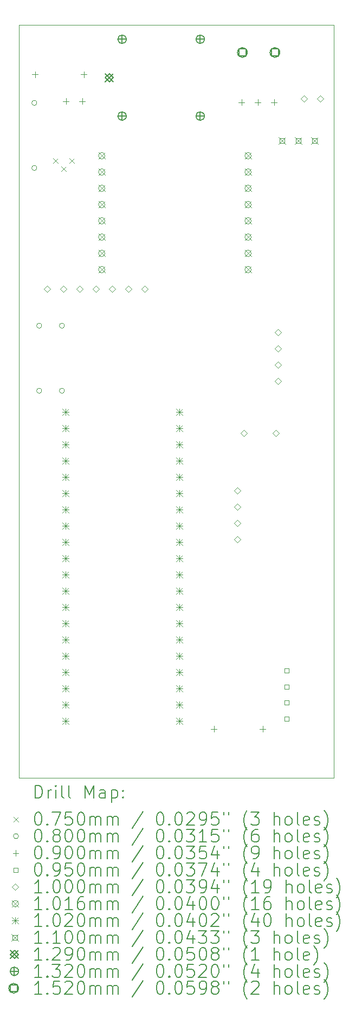
<source format=gbr>
%TF.GenerationSoftware,KiCad,Pcbnew,7.0.10*%
%TF.CreationDate,2024-04-13T19:06:13+02:00*%
%TF.ProjectId,RocketBoard,526f636b-6574-4426-9f61-72642e6b6963,rev?*%
%TF.SameCoordinates,Original*%
%TF.FileFunction,Drillmap*%
%TF.FilePolarity,Positive*%
%FSLAX45Y45*%
G04 Gerber Fmt 4.5, Leading zero omitted, Abs format (unit mm)*
G04 Created by KiCad (PCBNEW 7.0.10) date 2024-04-13 19:06:13*
%MOMM*%
%LPD*%
G01*
G04 APERTURE LIST*
%ADD10C,0.100000*%
%ADD11C,0.200000*%
%ADD12C,0.101600*%
%ADD13C,0.102000*%
%ADD14C,0.110000*%
%ADD15C,0.129000*%
%ADD16C,0.132000*%
%ADD17C,0.152000*%
G04 APERTURE END LIST*
D10*
X9830000Y-3352500D02*
X14750000Y-3352500D01*
X14750000Y-15115000D01*
X9830000Y-15115000D01*
X9830000Y-3352500D01*
D11*
D10*
X10363800Y-5436200D02*
X10438800Y-5511200D01*
X10438800Y-5436200D02*
X10363800Y-5511200D01*
X10490800Y-5563200D02*
X10565800Y-5638200D01*
X10565800Y-5563200D02*
X10490800Y-5638200D01*
X10617800Y-5436200D02*
X10692800Y-5511200D01*
X10692800Y-5436200D02*
X10617800Y-5511200D01*
X10111100Y-4572000D02*
G75*
G03*
X10031100Y-4572000I-40000J0D01*
G01*
X10031100Y-4572000D02*
G75*
G03*
X10111100Y-4572000I40000J0D01*
G01*
X10111100Y-5588000D02*
G75*
G03*
X10031100Y-5588000I-40000J0D01*
G01*
X10031100Y-5588000D02*
G75*
G03*
X10111100Y-5588000I40000J0D01*
G01*
X10187300Y-8051800D02*
G75*
G03*
X10107300Y-8051800I-40000J0D01*
G01*
X10107300Y-8051800D02*
G75*
G03*
X10187300Y-8051800I40000J0D01*
G01*
X10187300Y-9067800D02*
G75*
G03*
X10107300Y-9067800I-40000J0D01*
G01*
X10107300Y-9067800D02*
G75*
G03*
X10187300Y-9067800I40000J0D01*
G01*
X10542900Y-8051800D02*
G75*
G03*
X10462900Y-8051800I-40000J0D01*
G01*
X10462900Y-8051800D02*
G75*
G03*
X10542900Y-8051800I40000J0D01*
G01*
X10542900Y-9067800D02*
G75*
G03*
X10462900Y-9067800I-40000J0D01*
G01*
X10462900Y-9067800D02*
G75*
G03*
X10542900Y-9067800I40000J0D01*
G01*
X10083800Y-4082500D02*
X10083800Y-4172500D01*
X10038800Y-4127500D02*
X10128800Y-4127500D01*
X10565900Y-4501600D02*
X10565900Y-4591600D01*
X10520900Y-4546600D02*
X10610900Y-4546600D01*
X10819900Y-4501600D02*
X10819900Y-4591600D01*
X10774900Y-4546600D02*
X10864900Y-4546600D01*
X10845800Y-4082500D02*
X10845800Y-4172500D01*
X10800800Y-4127500D02*
X10890800Y-4127500D01*
X12877800Y-14306000D02*
X12877800Y-14396000D01*
X12832800Y-14351000D02*
X12922800Y-14351000D01*
X13307600Y-4516800D02*
X13307600Y-4606800D01*
X13262600Y-4561800D02*
X13352600Y-4561800D01*
X13561600Y-4516800D02*
X13561600Y-4606800D01*
X13516600Y-4561800D02*
X13606600Y-4561800D01*
X13639800Y-14306000D02*
X13639800Y-14396000D01*
X13594800Y-14351000D02*
X13684800Y-14351000D01*
X13815600Y-4516800D02*
X13815600Y-4606800D01*
X13770600Y-4561800D02*
X13860600Y-4561800D01*
X14050338Y-13473588D02*
X14050338Y-13406412D01*
X13983162Y-13406412D01*
X13983162Y-13473588D01*
X14050338Y-13473588D01*
X14050338Y-13723588D02*
X14050338Y-13656412D01*
X13983162Y-13656412D01*
X13983162Y-13723588D01*
X14050338Y-13723588D01*
X14050338Y-13973588D02*
X14050338Y-13906412D01*
X13983162Y-13906412D01*
X13983162Y-13973588D01*
X14050338Y-13973588D01*
X14050338Y-14223588D02*
X14050338Y-14156412D01*
X13983162Y-14156412D01*
X13983162Y-14223588D01*
X14050338Y-14223588D01*
X10275100Y-7527800D02*
X10325100Y-7477800D01*
X10275100Y-7427800D01*
X10225100Y-7477800D01*
X10275100Y-7527800D01*
X10529100Y-7527800D02*
X10579100Y-7477800D01*
X10529100Y-7427800D01*
X10479100Y-7477800D01*
X10529100Y-7527800D01*
X10783100Y-7527800D02*
X10833100Y-7477800D01*
X10783100Y-7427800D01*
X10733100Y-7477800D01*
X10783100Y-7527800D01*
X11037100Y-7527800D02*
X11087100Y-7477800D01*
X11037100Y-7427800D01*
X10987100Y-7477800D01*
X11037100Y-7527800D01*
X11291100Y-7527800D02*
X11341100Y-7477800D01*
X11291100Y-7427800D01*
X11241100Y-7477800D01*
X11291100Y-7527800D01*
X11545100Y-7527800D02*
X11595100Y-7477800D01*
X11545100Y-7427800D01*
X11495100Y-7477800D01*
X11545100Y-7527800D01*
X11799100Y-7527800D02*
X11849100Y-7477800D01*
X11799100Y-7427800D01*
X11749100Y-7477800D01*
X11799100Y-7527800D01*
X13241000Y-10680000D02*
X13291000Y-10630000D01*
X13241000Y-10580000D01*
X13191000Y-10630000D01*
X13241000Y-10680000D01*
X13241000Y-10934000D02*
X13291000Y-10884000D01*
X13241000Y-10834000D01*
X13191000Y-10884000D01*
X13241000Y-10934000D01*
X13241000Y-11188000D02*
X13291000Y-11138000D01*
X13241000Y-11088000D01*
X13191000Y-11138000D01*
X13241000Y-11188000D01*
X13241000Y-11442000D02*
X13291000Y-11392000D01*
X13241000Y-11342000D01*
X13191000Y-11392000D01*
X13241000Y-11442000D01*
X13343000Y-9778200D02*
X13393000Y-9728200D01*
X13343000Y-9678200D01*
X13293000Y-9728200D01*
X13343000Y-9778200D01*
X13843000Y-9778200D02*
X13893000Y-9728200D01*
X13843000Y-9678200D01*
X13793000Y-9728200D01*
X13843000Y-9778200D01*
X13881100Y-8203400D02*
X13931100Y-8153400D01*
X13881100Y-8103400D01*
X13831100Y-8153400D01*
X13881100Y-8203400D01*
X13881100Y-8457400D02*
X13931100Y-8407400D01*
X13881100Y-8357400D01*
X13831100Y-8407400D01*
X13881100Y-8457400D01*
X13881100Y-8711400D02*
X13931100Y-8661400D01*
X13881100Y-8611400D01*
X13831100Y-8661400D01*
X13881100Y-8711400D01*
X13881100Y-8965400D02*
X13931100Y-8915400D01*
X13881100Y-8865400D01*
X13831100Y-8915400D01*
X13881100Y-8965400D01*
X14287500Y-4558500D02*
X14337500Y-4508500D01*
X14287500Y-4458500D01*
X14237500Y-4508500D01*
X14287500Y-4558500D01*
X14541500Y-4558500D02*
X14591500Y-4508500D01*
X14541500Y-4458500D01*
X14491500Y-4508500D01*
X14541500Y-4558500D01*
D12*
X11074400Y-5346700D02*
X11176000Y-5448300D01*
X11176000Y-5346700D02*
X11074400Y-5448300D01*
X11176000Y-5397500D02*
G75*
G03*
X11074400Y-5397500I-50800J0D01*
G01*
X11074400Y-5397500D02*
G75*
G03*
X11176000Y-5397500I50800J0D01*
G01*
X11074400Y-5600700D02*
X11176000Y-5702300D01*
X11176000Y-5600700D02*
X11074400Y-5702300D01*
X11176000Y-5651500D02*
G75*
G03*
X11074400Y-5651500I-50800J0D01*
G01*
X11074400Y-5651500D02*
G75*
G03*
X11176000Y-5651500I50800J0D01*
G01*
X11074400Y-5854700D02*
X11176000Y-5956300D01*
X11176000Y-5854700D02*
X11074400Y-5956300D01*
X11176000Y-5905500D02*
G75*
G03*
X11074400Y-5905500I-50800J0D01*
G01*
X11074400Y-5905500D02*
G75*
G03*
X11176000Y-5905500I50800J0D01*
G01*
X11074400Y-6108700D02*
X11176000Y-6210300D01*
X11176000Y-6108700D02*
X11074400Y-6210300D01*
X11176000Y-6159500D02*
G75*
G03*
X11074400Y-6159500I-50800J0D01*
G01*
X11074400Y-6159500D02*
G75*
G03*
X11176000Y-6159500I50800J0D01*
G01*
X11074400Y-6362700D02*
X11176000Y-6464300D01*
X11176000Y-6362700D02*
X11074400Y-6464300D01*
X11176000Y-6413500D02*
G75*
G03*
X11074400Y-6413500I-50800J0D01*
G01*
X11074400Y-6413500D02*
G75*
G03*
X11176000Y-6413500I50800J0D01*
G01*
X11074400Y-6616700D02*
X11176000Y-6718300D01*
X11176000Y-6616700D02*
X11074400Y-6718300D01*
X11176000Y-6667500D02*
G75*
G03*
X11074400Y-6667500I-50800J0D01*
G01*
X11074400Y-6667500D02*
G75*
G03*
X11176000Y-6667500I50800J0D01*
G01*
X11074400Y-6870700D02*
X11176000Y-6972300D01*
X11176000Y-6870700D02*
X11074400Y-6972300D01*
X11176000Y-6921500D02*
G75*
G03*
X11074400Y-6921500I-50800J0D01*
G01*
X11074400Y-6921500D02*
G75*
G03*
X11176000Y-6921500I50800J0D01*
G01*
X11074400Y-7124700D02*
X11176000Y-7226300D01*
X11176000Y-7124700D02*
X11074400Y-7226300D01*
X11176000Y-7175500D02*
G75*
G03*
X11074400Y-7175500I-50800J0D01*
G01*
X11074400Y-7175500D02*
G75*
G03*
X11176000Y-7175500I50800J0D01*
G01*
X13360400Y-5346700D02*
X13462000Y-5448300D01*
X13462000Y-5346700D02*
X13360400Y-5448300D01*
X13462000Y-5397500D02*
G75*
G03*
X13360400Y-5397500I-50800J0D01*
G01*
X13360400Y-5397500D02*
G75*
G03*
X13462000Y-5397500I50800J0D01*
G01*
X13360400Y-5600700D02*
X13462000Y-5702300D01*
X13462000Y-5600700D02*
X13360400Y-5702300D01*
X13462000Y-5651500D02*
G75*
G03*
X13360400Y-5651500I-50800J0D01*
G01*
X13360400Y-5651500D02*
G75*
G03*
X13462000Y-5651500I50800J0D01*
G01*
X13360400Y-5854700D02*
X13462000Y-5956300D01*
X13462000Y-5854700D02*
X13360400Y-5956300D01*
X13462000Y-5905500D02*
G75*
G03*
X13360400Y-5905500I-50800J0D01*
G01*
X13360400Y-5905500D02*
G75*
G03*
X13462000Y-5905500I50800J0D01*
G01*
X13360400Y-6108700D02*
X13462000Y-6210300D01*
X13462000Y-6108700D02*
X13360400Y-6210300D01*
X13462000Y-6159500D02*
G75*
G03*
X13360400Y-6159500I-50800J0D01*
G01*
X13360400Y-6159500D02*
G75*
G03*
X13462000Y-6159500I50800J0D01*
G01*
X13360400Y-6362700D02*
X13462000Y-6464300D01*
X13462000Y-6362700D02*
X13360400Y-6464300D01*
X13462000Y-6413500D02*
G75*
G03*
X13360400Y-6413500I-50800J0D01*
G01*
X13360400Y-6413500D02*
G75*
G03*
X13462000Y-6413500I50800J0D01*
G01*
X13360400Y-6616700D02*
X13462000Y-6718300D01*
X13462000Y-6616700D02*
X13360400Y-6718300D01*
X13462000Y-6667500D02*
G75*
G03*
X13360400Y-6667500I-50800J0D01*
G01*
X13360400Y-6667500D02*
G75*
G03*
X13462000Y-6667500I50800J0D01*
G01*
X13360400Y-6870700D02*
X13462000Y-6972300D01*
X13462000Y-6870700D02*
X13360400Y-6972300D01*
X13462000Y-6921500D02*
G75*
G03*
X13360400Y-6921500I-50800J0D01*
G01*
X13360400Y-6921500D02*
G75*
G03*
X13462000Y-6921500I50800J0D01*
G01*
X13360400Y-7124700D02*
X13462000Y-7226300D01*
X13462000Y-7124700D02*
X13360400Y-7226300D01*
X13462000Y-7175500D02*
G75*
G03*
X13360400Y-7175500I-50800J0D01*
G01*
X13360400Y-7175500D02*
G75*
G03*
X13462000Y-7175500I50800J0D01*
G01*
D13*
X10510000Y-9351000D02*
X10612000Y-9453000D01*
X10612000Y-9351000D02*
X10510000Y-9453000D01*
X10561000Y-9351000D02*
X10561000Y-9453000D01*
X10510000Y-9402000D02*
X10612000Y-9402000D01*
X10510000Y-9605000D02*
X10612000Y-9707000D01*
X10612000Y-9605000D02*
X10510000Y-9707000D01*
X10561000Y-9605000D02*
X10561000Y-9707000D01*
X10510000Y-9656000D02*
X10612000Y-9656000D01*
X10510000Y-9859000D02*
X10612000Y-9961000D01*
X10612000Y-9859000D02*
X10510000Y-9961000D01*
X10561000Y-9859000D02*
X10561000Y-9961000D01*
X10510000Y-9910000D02*
X10612000Y-9910000D01*
X10510000Y-10113000D02*
X10612000Y-10215000D01*
X10612000Y-10113000D02*
X10510000Y-10215000D01*
X10561000Y-10113000D02*
X10561000Y-10215000D01*
X10510000Y-10164000D02*
X10612000Y-10164000D01*
X10510000Y-10367000D02*
X10612000Y-10469000D01*
X10612000Y-10367000D02*
X10510000Y-10469000D01*
X10561000Y-10367000D02*
X10561000Y-10469000D01*
X10510000Y-10418000D02*
X10612000Y-10418000D01*
X10510000Y-10621000D02*
X10612000Y-10723000D01*
X10612000Y-10621000D02*
X10510000Y-10723000D01*
X10561000Y-10621000D02*
X10561000Y-10723000D01*
X10510000Y-10672000D02*
X10612000Y-10672000D01*
X10510000Y-10875000D02*
X10612000Y-10977000D01*
X10612000Y-10875000D02*
X10510000Y-10977000D01*
X10561000Y-10875000D02*
X10561000Y-10977000D01*
X10510000Y-10926000D02*
X10612000Y-10926000D01*
X10510000Y-11129000D02*
X10612000Y-11231000D01*
X10612000Y-11129000D02*
X10510000Y-11231000D01*
X10561000Y-11129000D02*
X10561000Y-11231000D01*
X10510000Y-11180000D02*
X10612000Y-11180000D01*
X10510000Y-11383000D02*
X10612000Y-11485000D01*
X10612000Y-11383000D02*
X10510000Y-11485000D01*
X10561000Y-11383000D02*
X10561000Y-11485000D01*
X10510000Y-11434000D02*
X10612000Y-11434000D01*
X10510000Y-11637000D02*
X10612000Y-11739000D01*
X10612000Y-11637000D02*
X10510000Y-11739000D01*
X10561000Y-11637000D02*
X10561000Y-11739000D01*
X10510000Y-11688000D02*
X10612000Y-11688000D01*
X10510000Y-11891000D02*
X10612000Y-11993000D01*
X10612000Y-11891000D02*
X10510000Y-11993000D01*
X10561000Y-11891000D02*
X10561000Y-11993000D01*
X10510000Y-11942000D02*
X10612000Y-11942000D01*
X10510000Y-12145000D02*
X10612000Y-12247000D01*
X10612000Y-12145000D02*
X10510000Y-12247000D01*
X10561000Y-12145000D02*
X10561000Y-12247000D01*
X10510000Y-12196000D02*
X10612000Y-12196000D01*
X10510000Y-12399000D02*
X10612000Y-12501000D01*
X10612000Y-12399000D02*
X10510000Y-12501000D01*
X10561000Y-12399000D02*
X10561000Y-12501000D01*
X10510000Y-12450000D02*
X10612000Y-12450000D01*
X10510000Y-12653000D02*
X10612000Y-12755000D01*
X10612000Y-12653000D02*
X10510000Y-12755000D01*
X10561000Y-12653000D02*
X10561000Y-12755000D01*
X10510000Y-12704000D02*
X10612000Y-12704000D01*
X10510000Y-12907000D02*
X10612000Y-13009000D01*
X10612000Y-12907000D02*
X10510000Y-13009000D01*
X10561000Y-12907000D02*
X10561000Y-13009000D01*
X10510000Y-12958000D02*
X10612000Y-12958000D01*
X10510000Y-13161000D02*
X10612000Y-13263000D01*
X10612000Y-13161000D02*
X10510000Y-13263000D01*
X10561000Y-13161000D02*
X10561000Y-13263000D01*
X10510000Y-13212000D02*
X10612000Y-13212000D01*
X10510000Y-13415000D02*
X10612000Y-13517000D01*
X10612000Y-13415000D02*
X10510000Y-13517000D01*
X10561000Y-13415000D02*
X10561000Y-13517000D01*
X10510000Y-13466000D02*
X10612000Y-13466000D01*
X10510000Y-13669000D02*
X10612000Y-13771000D01*
X10612000Y-13669000D02*
X10510000Y-13771000D01*
X10561000Y-13669000D02*
X10561000Y-13771000D01*
X10510000Y-13720000D02*
X10612000Y-13720000D01*
X10510000Y-13923000D02*
X10612000Y-14025000D01*
X10612000Y-13923000D02*
X10510000Y-14025000D01*
X10561000Y-13923000D02*
X10561000Y-14025000D01*
X10510000Y-13974000D02*
X10612000Y-13974000D01*
X10510000Y-14177000D02*
X10612000Y-14279000D01*
X10612000Y-14177000D02*
X10510000Y-14279000D01*
X10561000Y-14177000D02*
X10561000Y-14279000D01*
X10510000Y-14228000D02*
X10612000Y-14228000D01*
X12288000Y-9351000D02*
X12390000Y-9453000D01*
X12390000Y-9351000D02*
X12288000Y-9453000D01*
X12339000Y-9351000D02*
X12339000Y-9453000D01*
X12288000Y-9402000D02*
X12390000Y-9402000D01*
X12288000Y-9605000D02*
X12390000Y-9707000D01*
X12390000Y-9605000D02*
X12288000Y-9707000D01*
X12339000Y-9605000D02*
X12339000Y-9707000D01*
X12288000Y-9656000D02*
X12390000Y-9656000D01*
X12288000Y-9859000D02*
X12390000Y-9961000D01*
X12390000Y-9859000D02*
X12288000Y-9961000D01*
X12339000Y-9859000D02*
X12339000Y-9961000D01*
X12288000Y-9910000D02*
X12390000Y-9910000D01*
X12288000Y-10113000D02*
X12390000Y-10215000D01*
X12390000Y-10113000D02*
X12288000Y-10215000D01*
X12339000Y-10113000D02*
X12339000Y-10215000D01*
X12288000Y-10164000D02*
X12390000Y-10164000D01*
X12288000Y-10367000D02*
X12390000Y-10469000D01*
X12390000Y-10367000D02*
X12288000Y-10469000D01*
X12339000Y-10367000D02*
X12339000Y-10469000D01*
X12288000Y-10418000D02*
X12390000Y-10418000D01*
X12288000Y-10621000D02*
X12390000Y-10723000D01*
X12390000Y-10621000D02*
X12288000Y-10723000D01*
X12339000Y-10621000D02*
X12339000Y-10723000D01*
X12288000Y-10672000D02*
X12390000Y-10672000D01*
X12288000Y-10875000D02*
X12390000Y-10977000D01*
X12390000Y-10875000D02*
X12288000Y-10977000D01*
X12339000Y-10875000D02*
X12339000Y-10977000D01*
X12288000Y-10926000D02*
X12390000Y-10926000D01*
X12288000Y-11129000D02*
X12390000Y-11231000D01*
X12390000Y-11129000D02*
X12288000Y-11231000D01*
X12339000Y-11129000D02*
X12339000Y-11231000D01*
X12288000Y-11180000D02*
X12390000Y-11180000D01*
X12288000Y-11383000D02*
X12390000Y-11485000D01*
X12390000Y-11383000D02*
X12288000Y-11485000D01*
X12339000Y-11383000D02*
X12339000Y-11485000D01*
X12288000Y-11434000D02*
X12390000Y-11434000D01*
X12288000Y-11637000D02*
X12390000Y-11739000D01*
X12390000Y-11637000D02*
X12288000Y-11739000D01*
X12339000Y-11637000D02*
X12339000Y-11739000D01*
X12288000Y-11688000D02*
X12390000Y-11688000D01*
X12288000Y-11891000D02*
X12390000Y-11993000D01*
X12390000Y-11891000D02*
X12288000Y-11993000D01*
X12339000Y-11891000D02*
X12339000Y-11993000D01*
X12288000Y-11942000D02*
X12390000Y-11942000D01*
X12288000Y-12145000D02*
X12390000Y-12247000D01*
X12390000Y-12145000D02*
X12288000Y-12247000D01*
X12339000Y-12145000D02*
X12339000Y-12247000D01*
X12288000Y-12196000D02*
X12390000Y-12196000D01*
X12288000Y-12399000D02*
X12390000Y-12501000D01*
X12390000Y-12399000D02*
X12288000Y-12501000D01*
X12339000Y-12399000D02*
X12339000Y-12501000D01*
X12288000Y-12450000D02*
X12390000Y-12450000D01*
X12288000Y-12653000D02*
X12390000Y-12755000D01*
X12390000Y-12653000D02*
X12288000Y-12755000D01*
X12339000Y-12653000D02*
X12339000Y-12755000D01*
X12288000Y-12704000D02*
X12390000Y-12704000D01*
X12288000Y-12907000D02*
X12390000Y-13009000D01*
X12390000Y-12907000D02*
X12288000Y-13009000D01*
X12339000Y-12907000D02*
X12339000Y-13009000D01*
X12288000Y-12958000D02*
X12390000Y-12958000D01*
X12288000Y-13161000D02*
X12390000Y-13263000D01*
X12390000Y-13161000D02*
X12288000Y-13263000D01*
X12339000Y-13161000D02*
X12339000Y-13263000D01*
X12288000Y-13212000D02*
X12390000Y-13212000D01*
X12288000Y-13415000D02*
X12390000Y-13517000D01*
X12390000Y-13415000D02*
X12288000Y-13517000D01*
X12339000Y-13415000D02*
X12339000Y-13517000D01*
X12288000Y-13466000D02*
X12390000Y-13466000D01*
X12288000Y-13669000D02*
X12390000Y-13771000D01*
X12390000Y-13669000D02*
X12288000Y-13771000D01*
X12339000Y-13669000D02*
X12339000Y-13771000D01*
X12288000Y-13720000D02*
X12390000Y-13720000D01*
X12288000Y-13923000D02*
X12390000Y-14025000D01*
X12390000Y-13923000D02*
X12288000Y-14025000D01*
X12339000Y-13923000D02*
X12339000Y-14025000D01*
X12288000Y-13974000D02*
X12390000Y-13974000D01*
X12288000Y-14177000D02*
X12390000Y-14279000D01*
X12390000Y-14177000D02*
X12288000Y-14279000D01*
X12339000Y-14177000D02*
X12339000Y-14279000D01*
X12288000Y-14228000D02*
X12390000Y-14228000D01*
D14*
X13889600Y-5105300D02*
X13999600Y-5215300D01*
X13999600Y-5105300D02*
X13889600Y-5215300D01*
X13983491Y-5199191D02*
X13983491Y-5121409D01*
X13905709Y-5121409D01*
X13905709Y-5199191D01*
X13983491Y-5199191D01*
X14143600Y-5105300D02*
X14253600Y-5215300D01*
X14253600Y-5105300D02*
X14143600Y-5215300D01*
X14237491Y-5199191D02*
X14237491Y-5121409D01*
X14159709Y-5121409D01*
X14159709Y-5199191D01*
X14237491Y-5199191D01*
X14397600Y-5105300D02*
X14507600Y-5215300D01*
X14507600Y-5105300D02*
X14397600Y-5215300D01*
X14491491Y-5199191D02*
X14491491Y-5121409D01*
X14413709Y-5121409D01*
X14413709Y-5199191D01*
X14491491Y-5199191D01*
D15*
X11177800Y-4113800D02*
X11306800Y-4242800D01*
X11306800Y-4113800D02*
X11177800Y-4242800D01*
X11242300Y-4242800D02*
X11306800Y-4178300D01*
X11242300Y-4113800D01*
X11177800Y-4178300D01*
X11242300Y-4242800D01*
D16*
X11442300Y-3512300D02*
X11442300Y-3644300D01*
X11376300Y-3578300D02*
X11508300Y-3578300D01*
X11508300Y-3578300D02*
G75*
G03*
X11376300Y-3578300I-66000J0D01*
G01*
X11376300Y-3578300D02*
G75*
G03*
X11508300Y-3578300I66000J0D01*
G01*
X11442300Y-4712300D02*
X11442300Y-4844300D01*
X11376300Y-4778300D02*
X11508300Y-4778300D01*
X11508300Y-4778300D02*
G75*
G03*
X11376300Y-4778300I-66000J0D01*
G01*
X11376300Y-4778300D02*
G75*
G03*
X11508300Y-4778300I66000J0D01*
G01*
X12662300Y-3512300D02*
X12662300Y-3644300D01*
X12596300Y-3578300D02*
X12728300Y-3578300D01*
X12728300Y-3578300D02*
G75*
G03*
X12596300Y-3578300I-66000J0D01*
G01*
X12596300Y-3578300D02*
G75*
G03*
X12728300Y-3578300I66000J0D01*
G01*
X12662300Y-4712300D02*
X12662300Y-4844300D01*
X12596300Y-4778300D02*
X12728300Y-4778300D01*
X12728300Y-4778300D02*
G75*
G03*
X12596300Y-4778300I-66000J0D01*
G01*
X12596300Y-4778300D02*
G75*
G03*
X12728300Y-4778300I66000J0D01*
G01*
D17*
X13376041Y-3838341D02*
X13376041Y-3730859D01*
X13268559Y-3730859D01*
X13268559Y-3838341D01*
X13376041Y-3838341D01*
X13398300Y-3784600D02*
G75*
G03*
X13246300Y-3784600I-76000J0D01*
G01*
X13246300Y-3784600D02*
G75*
G03*
X13398300Y-3784600I76000J0D01*
G01*
X13884041Y-3838341D02*
X13884041Y-3730859D01*
X13776559Y-3730859D01*
X13776559Y-3838341D01*
X13884041Y-3838341D01*
X13906300Y-3784600D02*
G75*
G03*
X13754300Y-3784600I-76000J0D01*
G01*
X13754300Y-3784600D02*
G75*
G03*
X13906300Y-3784600I76000J0D01*
G01*
D11*
X10085777Y-15431484D02*
X10085777Y-15231484D01*
X10085777Y-15231484D02*
X10133396Y-15231484D01*
X10133396Y-15231484D02*
X10161967Y-15241008D01*
X10161967Y-15241008D02*
X10181015Y-15260055D01*
X10181015Y-15260055D02*
X10190539Y-15279103D01*
X10190539Y-15279103D02*
X10200063Y-15317198D01*
X10200063Y-15317198D02*
X10200063Y-15345769D01*
X10200063Y-15345769D02*
X10190539Y-15383865D01*
X10190539Y-15383865D02*
X10181015Y-15402912D01*
X10181015Y-15402912D02*
X10161967Y-15421960D01*
X10161967Y-15421960D02*
X10133396Y-15431484D01*
X10133396Y-15431484D02*
X10085777Y-15431484D01*
X10285777Y-15431484D02*
X10285777Y-15298150D01*
X10285777Y-15336246D02*
X10295301Y-15317198D01*
X10295301Y-15317198D02*
X10304824Y-15307674D01*
X10304824Y-15307674D02*
X10323872Y-15298150D01*
X10323872Y-15298150D02*
X10342920Y-15298150D01*
X10409586Y-15431484D02*
X10409586Y-15298150D01*
X10409586Y-15231484D02*
X10400063Y-15241008D01*
X10400063Y-15241008D02*
X10409586Y-15250531D01*
X10409586Y-15250531D02*
X10419110Y-15241008D01*
X10419110Y-15241008D02*
X10409586Y-15231484D01*
X10409586Y-15231484D02*
X10409586Y-15250531D01*
X10533396Y-15431484D02*
X10514348Y-15421960D01*
X10514348Y-15421960D02*
X10504824Y-15402912D01*
X10504824Y-15402912D02*
X10504824Y-15231484D01*
X10638158Y-15431484D02*
X10619110Y-15421960D01*
X10619110Y-15421960D02*
X10609586Y-15402912D01*
X10609586Y-15402912D02*
X10609586Y-15231484D01*
X10866729Y-15431484D02*
X10866729Y-15231484D01*
X10866729Y-15231484D02*
X10933396Y-15374341D01*
X10933396Y-15374341D02*
X11000063Y-15231484D01*
X11000063Y-15231484D02*
X11000063Y-15431484D01*
X11181015Y-15431484D02*
X11181015Y-15326722D01*
X11181015Y-15326722D02*
X11171491Y-15307674D01*
X11171491Y-15307674D02*
X11152444Y-15298150D01*
X11152444Y-15298150D02*
X11114348Y-15298150D01*
X11114348Y-15298150D02*
X11095301Y-15307674D01*
X11181015Y-15421960D02*
X11161967Y-15431484D01*
X11161967Y-15431484D02*
X11114348Y-15431484D01*
X11114348Y-15431484D02*
X11095301Y-15421960D01*
X11095301Y-15421960D02*
X11085777Y-15402912D01*
X11085777Y-15402912D02*
X11085777Y-15383865D01*
X11085777Y-15383865D02*
X11095301Y-15364817D01*
X11095301Y-15364817D02*
X11114348Y-15355293D01*
X11114348Y-15355293D02*
X11161967Y-15355293D01*
X11161967Y-15355293D02*
X11181015Y-15345769D01*
X11276253Y-15298150D02*
X11276253Y-15498150D01*
X11276253Y-15307674D02*
X11295301Y-15298150D01*
X11295301Y-15298150D02*
X11333396Y-15298150D01*
X11333396Y-15298150D02*
X11352443Y-15307674D01*
X11352443Y-15307674D02*
X11361967Y-15317198D01*
X11361967Y-15317198D02*
X11371491Y-15336246D01*
X11371491Y-15336246D02*
X11371491Y-15393388D01*
X11371491Y-15393388D02*
X11361967Y-15412436D01*
X11361967Y-15412436D02*
X11352443Y-15421960D01*
X11352443Y-15421960D02*
X11333396Y-15431484D01*
X11333396Y-15431484D02*
X11295301Y-15431484D01*
X11295301Y-15431484D02*
X11276253Y-15421960D01*
X11457205Y-15412436D02*
X11466729Y-15421960D01*
X11466729Y-15421960D02*
X11457205Y-15431484D01*
X11457205Y-15431484D02*
X11447682Y-15421960D01*
X11447682Y-15421960D02*
X11457205Y-15412436D01*
X11457205Y-15412436D02*
X11457205Y-15431484D01*
X11457205Y-15307674D02*
X11466729Y-15317198D01*
X11466729Y-15317198D02*
X11457205Y-15326722D01*
X11457205Y-15326722D02*
X11447682Y-15317198D01*
X11447682Y-15317198D02*
X11457205Y-15307674D01*
X11457205Y-15307674D02*
X11457205Y-15326722D01*
D10*
X9750000Y-15722500D02*
X9825000Y-15797500D01*
X9825000Y-15722500D02*
X9750000Y-15797500D01*
D11*
X10123872Y-15651484D02*
X10142920Y-15651484D01*
X10142920Y-15651484D02*
X10161967Y-15661008D01*
X10161967Y-15661008D02*
X10171491Y-15670531D01*
X10171491Y-15670531D02*
X10181015Y-15689579D01*
X10181015Y-15689579D02*
X10190539Y-15727674D01*
X10190539Y-15727674D02*
X10190539Y-15775293D01*
X10190539Y-15775293D02*
X10181015Y-15813388D01*
X10181015Y-15813388D02*
X10171491Y-15832436D01*
X10171491Y-15832436D02*
X10161967Y-15841960D01*
X10161967Y-15841960D02*
X10142920Y-15851484D01*
X10142920Y-15851484D02*
X10123872Y-15851484D01*
X10123872Y-15851484D02*
X10104824Y-15841960D01*
X10104824Y-15841960D02*
X10095301Y-15832436D01*
X10095301Y-15832436D02*
X10085777Y-15813388D01*
X10085777Y-15813388D02*
X10076253Y-15775293D01*
X10076253Y-15775293D02*
X10076253Y-15727674D01*
X10076253Y-15727674D02*
X10085777Y-15689579D01*
X10085777Y-15689579D02*
X10095301Y-15670531D01*
X10095301Y-15670531D02*
X10104824Y-15661008D01*
X10104824Y-15661008D02*
X10123872Y-15651484D01*
X10276253Y-15832436D02*
X10285777Y-15841960D01*
X10285777Y-15841960D02*
X10276253Y-15851484D01*
X10276253Y-15851484D02*
X10266729Y-15841960D01*
X10266729Y-15841960D02*
X10276253Y-15832436D01*
X10276253Y-15832436D02*
X10276253Y-15851484D01*
X10352444Y-15651484D02*
X10485777Y-15651484D01*
X10485777Y-15651484D02*
X10400063Y-15851484D01*
X10657205Y-15651484D02*
X10561967Y-15651484D01*
X10561967Y-15651484D02*
X10552444Y-15746722D01*
X10552444Y-15746722D02*
X10561967Y-15737198D01*
X10561967Y-15737198D02*
X10581015Y-15727674D01*
X10581015Y-15727674D02*
X10628634Y-15727674D01*
X10628634Y-15727674D02*
X10647682Y-15737198D01*
X10647682Y-15737198D02*
X10657205Y-15746722D01*
X10657205Y-15746722D02*
X10666729Y-15765769D01*
X10666729Y-15765769D02*
X10666729Y-15813388D01*
X10666729Y-15813388D02*
X10657205Y-15832436D01*
X10657205Y-15832436D02*
X10647682Y-15841960D01*
X10647682Y-15841960D02*
X10628634Y-15851484D01*
X10628634Y-15851484D02*
X10581015Y-15851484D01*
X10581015Y-15851484D02*
X10561967Y-15841960D01*
X10561967Y-15841960D02*
X10552444Y-15832436D01*
X10790539Y-15651484D02*
X10809586Y-15651484D01*
X10809586Y-15651484D02*
X10828634Y-15661008D01*
X10828634Y-15661008D02*
X10838158Y-15670531D01*
X10838158Y-15670531D02*
X10847682Y-15689579D01*
X10847682Y-15689579D02*
X10857205Y-15727674D01*
X10857205Y-15727674D02*
X10857205Y-15775293D01*
X10857205Y-15775293D02*
X10847682Y-15813388D01*
X10847682Y-15813388D02*
X10838158Y-15832436D01*
X10838158Y-15832436D02*
X10828634Y-15841960D01*
X10828634Y-15841960D02*
X10809586Y-15851484D01*
X10809586Y-15851484D02*
X10790539Y-15851484D01*
X10790539Y-15851484D02*
X10771491Y-15841960D01*
X10771491Y-15841960D02*
X10761967Y-15832436D01*
X10761967Y-15832436D02*
X10752444Y-15813388D01*
X10752444Y-15813388D02*
X10742920Y-15775293D01*
X10742920Y-15775293D02*
X10742920Y-15727674D01*
X10742920Y-15727674D02*
X10752444Y-15689579D01*
X10752444Y-15689579D02*
X10761967Y-15670531D01*
X10761967Y-15670531D02*
X10771491Y-15661008D01*
X10771491Y-15661008D02*
X10790539Y-15651484D01*
X10942920Y-15851484D02*
X10942920Y-15718150D01*
X10942920Y-15737198D02*
X10952444Y-15727674D01*
X10952444Y-15727674D02*
X10971491Y-15718150D01*
X10971491Y-15718150D02*
X11000063Y-15718150D01*
X11000063Y-15718150D02*
X11019110Y-15727674D01*
X11019110Y-15727674D02*
X11028634Y-15746722D01*
X11028634Y-15746722D02*
X11028634Y-15851484D01*
X11028634Y-15746722D02*
X11038158Y-15727674D01*
X11038158Y-15727674D02*
X11057205Y-15718150D01*
X11057205Y-15718150D02*
X11085777Y-15718150D01*
X11085777Y-15718150D02*
X11104825Y-15727674D01*
X11104825Y-15727674D02*
X11114348Y-15746722D01*
X11114348Y-15746722D02*
X11114348Y-15851484D01*
X11209586Y-15851484D02*
X11209586Y-15718150D01*
X11209586Y-15737198D02*
X11219110Y-15727674D01*
X11219110Y-15727674D02*
X11238158Y-15718150D01*
X11238158Y-15718150D02*
X11266729Y-15718150D01*
X11266729Y-15718150D02*
X11285777Y-15727674D01*
X11285777Y-15727674D02*
X11295301Y-15746722D01*
X11295301Y-15746722D02*
X11295301Y-15851484D01*
X11295301Y-15746722D02*
X11304824Y-15727674D01*
X11304824Y-15727674D02*
X11323872Y-15718150D01*
X11323872Y-15718150D02*
X11352443Y-15718150D01*
X11352443Y-15718150D02*
X11371491Y-15727674D01*
X11371491Y-15727674D02*
X11381015Y-15746722D01*
X11381015Y-15746722D02*
X11381015Y-15851484D01*
X11771491Y-15641960D02*
X11600063Y-15899103D01*
X12028634Y-15651484D02*
X12047682Y-15651484D01*
X12047682Y-15651484D02*
X12066729Y-15661008D01*
X12066729Y-15661008D02*
X12076253Y-15670531D01*
X12076253Y-15670531D02*
X12085777Y-15689579D01*
X12085777Y-15689579D02*
X12095301Y-15727674D01*
X12095301Y-15727674D02*
X12095301Y-15775293D01*
X12095301Y-15775293D02*
X12085777Y-15813388D01*
X12085777Y-15813388D02*
X12076253Y-15832436D01*
X12076253Y-15832436D02*
X12066729Y-15841960D01*
X12066729Y-15841960D02*
X12047682Y-15851484D01*
X12047682Y-15851484D02*
X12028634Y-15851484D01*
X12028634Y-15851484D02*
X12009586Y-15841960D01*
X12009586Y-15841960D02*
X12000063Y-15832436D01*
X12000063Y-15832436D02*
X11990539Y-15813388D01*
X11990539Y-15813388D02*
X11981015Y-15775293D01*
X11981015Y-15775293D02*
X11981015Y-15727674D01*
X11981015Y-15727674D02*
X11990539Y-15689579D01*
X11990539Y-15689579D02*
X12000063Y-15670531D01*
X12000063Y-15670531D02*
X12009586Y-15661008D01*
X12009586Y-15661008D02*
X12028634Y-15651484D01*
X12181015Y-15832436D02*
X12190539Y-15841960D01*
X12190539Y-15841960D02*
X12181015Y-15851484D01*
X12181015Y-15851484D02*
X12171491Y-15841960D01*
X12171491Y-15841960D02*
X12181015Y-15832436D01*
X12181015Y-15832436D02*
X12181015Y-15851484D01*
X12314348Y-15651484D02*
X12333396Y-15651484D01*
X12333396Y-15651484D02*
X12352444Y-15661008D01*
X12352444Y-15661008D02*
X12361967Y-15670531D01*
X12361967Y-15670531D02*
X12371491Y-15689579D01*
X12371491Y-15689579D02*
X12381015Y-15727674D01*
X12381015Y-15727674D02*
X12381015Y-15775293D01*
X12381015Y-15775293D02*
X12371491Y-15813388D01*
X12371491Y-15813388D02*
X12361967Y-15832436D01*
X12361967Y-15832436D02*
X12352444Y-15841960D01*
X12352444Y-15841960D02*
X12333396Y-15851484D01*
X12333396Y-15851484D02*
X12314348Y-15851484D01*
X12314348Y-15851484D02*
X12295301Y-15841960D01*
X12295301Y-15841960D02*
X12285777Y-15832436D01*
X12285777Y-15832436D02*
X12276253Y-15813388D01*
X12276253Y-15813388D02*
X12266729Y-15775293D01*
X12266729Y-15775293D02*
X12266729Y-15727674D01*
X12266729Y-15727674D02*
X12276253Y-15689579D01*
X12276253Y-15689579D02*
X12285777Y-15670531D01*
X12285777Y-15670531D02*
X12295301Y-15661008D01*
X12295301Y-15661008D02*
X12314348Y-15651484D01*
X12457206Y-15670531D02*
X12466729Y-15661008D01*
X12466729Y-15661008D02*
X12485777Y-15651484D01*
X12485777Y-15651484D02*
X12533396Y-15651484D01*
X12533396Y-15651484D02*
X12552444Y-15661008D01*
X12552444Y-15661008D02*
X12561967Y-15670531D01*
X12561967Y-15670531D02*
X12571491Y-15689579D01*
X12571491Y-15689579D02*
X12571491Y-15708627D01*
X12571491Y-15708627D02*
X12561967Y-15737198D01*
X12561967Y-15737198D02*
X12447682Y-15851484D01*
X12447682Y-15851484D02*
X12571491Y-15851484D01*
X12666729Y-15851484D02*
X12704825Y-15851484D01*
X12704825Y-15851484D02*
X12723872Y-15841960D01*
X12723872Y-15841960D02*
X12733396Y-15832436D01*
X12733396Y-15832436D02*
X12752444Y-15803865D01*
X12752444Y-15803865D02*
X12761967Y-15765769D01*
X12761967Y-15765769D02*
X12761967Y-15689579D01*
X12761967Y-15689579D02*
X12752444Y-15670531D01*
X12752444Y-15670531D02*
X12742920Y-15661008D01*
X12742920Y-15661008D02*
X12723872Y-15651484D01*
X12723872Y-15651484D02*
X12685777Y-15651484D01*
X12685777Y-15651484D02*
X12666729Y-15661008D01*
X12666729Y-15661008D02*
X12657206Y-15670531D01*
X12657206Y-15670531D02*
X12647682Y-15689579D01*
X12647682Y-15689579D02*
X12647682Y-15737198D01*
X12647682Y-15737198D02*
X12657206Y-15756246D01*
X12657206Y-15756246D02*
X12666729Y-15765769D01*
X12666729Y-15765769D02*
X12685777Y-15775293D01*
X12685777Y-15775293D02*
X12723872Y-15775293D01*
X12723872Y-15775293D02*
X12742920Y-15765769D01*
X12742920Y-15765769D02*
X12752444Y-15756246D01*
X12752444Y-15756246D02*
X12761967Y-15737198D01*
X12942920Y-15651484D02*
X12847682Y-15651484D01*
X12847682Y-15651484D02*
X12838158Y-15746722D01*
X12838158Y-15746722D02*
X12847682Y-15737198D01*
X12847682Y-15737198D02*
X12866729Y-15727674D01*
X12866729Y-15727674D02*
X12914348Y-15727674D01*
X12914348Y-15727674D02*
X12933396Y-15737198D01*
X12933396Y-15737198D02*
X12942920Y-15746722D01*
X12942920Y-15746722D02*
X12952444Y-15765769D01*
X12952444Y-15765769D02*
X12952444Y-15813388D01*
X12952444Y-15813388D02*
X12942920Y-15832436D01*
X12942920Y-15832436D02*
X12933396Y-15841960D01*
X12933396Y-15841960D02*
X12914348Y-15851484D01*
X12914348Y-15851484D02*
X12866729Y-15851484D01*
X12866729Y-15851484D02*
X12847682Y-15841960D01*
X12847682Y-15841960D02*
X12838158Y-15832436D01*
X13028634Y-15651484D02*
X13028634Y-15689579D01*
X13104825Y-15651484D02*
X13104825Y-15689579D01*
X13400063Y-15927674D02*
X13390539Y-15918150D01*
X13390539Y-15918150D02*
X13371491Y-15889579D01*
X13371491Y-15889579D02*
X13361968Y-15870531D01*
X13361968Y-15870531D02*
X13352444Y-15841960D01*
X13352444Y-15841960D02*
X13342920Y-15794341D01*
X13342920Y-15794341D02*
X13342920Y-15756246D01*
X13342920Y-15756246D02*
X13352444Y-15708627D01*
X13352444Y-15708627D02*
X13361968Y-15680055D01*
X13361968Y-15680055D02*
X13371491Y-15661008D01*
X13371491Y-15661008D02*
X13390539Y-15632436D01*
X13390539Y-15632436D02*
X13400063Y-15622912D01*
X13457206Y-15651484D02*
X13581015Y-15651484D01*
X13581015Y-15651484D02*
X13514348Y-15727674D01*
X13514348Y-15727674D02*
X13542920Y-15727674D01*
X13542920Y-15727674D02*
X13561968Y-15737198D01*
X13561968Y-15737198D02*
X13571491Y-15746722D01*
X13571491Y-15746722D02*
X13581015Y-15765769D01*
X13581015Y-15765769D02*
X13581015Y-15813388D01*
X13581015Y-15813388D02*
X13571491Y-15832436D01*
X13571491Y-15832436D02*
X13561968Y-15841960D01*
X13561968Y-15841960D02*
X13542920Y-15851484D01*
X13542920Y-15851484D02*
X13485777Y-15851484D01*
X13485777Y-15851484D02*
X13466729Y-15841960D01*
X13466729Y-15841960D02*
X13457206Y-15832436D01*
X13819110Y-15851484D02*
X13819110Y-15651484D01*
X13904825Y-15851484D02*
X13904825Y-15746722D01*
X13904825Y-15746722D02*
X13895301Y-15727674D01*
X13895301Y-15727674D02*
X13876253Y-15718150D01*
X13876253Y-15718150D02*
X13847682Y-15718150D01*
X13847682Y-15718150D02*
X13828634Y-15727674D01*
X13828634Y-15727674D02*
X13819110Y-15737198D01*
X14028634Y-15851484D02*
X14009587Y-15841960D01*
X14009587Y-15841960D02*
X14000063Y-15832436D01*
X14000063Y-15832436D02*
X13990539Y-15813388D01*
X13990539Y-15813388D02*
X13990539Y-15756246D01*
X13990539Y-15756246D02*
X14000063Y-15737198D01*
X14000063Y-15737198D02*
X14009587Y-15727674D01*
X14009587Y-15727674D02*
X14028634Y-15718150D01*
X14028634Y-15718150D02*
X14057206Y-15718150D01*
X14057206Y-15718150D02*
X14076253Y-15727674D01*
X14076253Y-15727674D02*
X14085777Y-15737198D01*
X14085777Y-15737198D02*
X14095301Y-15756246D01*
X14095301Y-15756246D02*
X14095301Y-15813388D01*
X14095301Y-15813388D02*
X14085777Y-15832436D01*
X14085777Y-15832436D02*
X14076253Y-15841960D01*
X14076253Y-15841960D02*
X14057206Y-15851484D01*
X14057206Y-15851484D02*
X14028634Y-15851484D01*
X14209587Y-15851484D02*
X14190539Y-15841960D01*
X14190539Y-15841960D02*
X14181015Y-15822912D01*
X14181015Y-15822912D02*
X14181015Y-15651484D01*
X14361968Y-15841960D02*
X14342920Y-15851484D01*
X14342920Y-15851484D02*
X14304825Y-15851484D01*
X14304825Y-15851484D02*
X14285777Y-15841960D01*
X14285777Y-15841960D02*
X14276253Y-15822912D01*
X14276253Y-15822912D02*
X14276253Y-15746722D01*
X14276253Y-15746722D02*
X14285777Y-15727674D01*
X14285777Y-15727674D02*
X14304825Y-15718150D01*
X14304825Y-15718150D02*
X14342920Y-15718150D01*
X14342920Y-15718150D02*
X14361968Y-15727674D01*
X14361968Y-15727674D02*
X14371491Y-15746722D01*
X14371491Y-15746722D02*
X14371491Y-15765769D01*
X14371491Y-15765769D02*
X14276253Y-15784817D01*
X14447682Y-15841960D02*
X14466730Y-15851484D01*
X14466730Y-15851484D02*
X14504825Y-15851484D01*
X14504825Y-15851484D02*
X14523872Y-15841960D01*
X14523872Y-15841960D02*
X14533396Y-15822912D01*
X14533396Y-15822912D02*
X14533396Y-15813388D01*
X14533396Y-15813388D02*
X14523872Y-15794341D01*
X14523872Y-15794341D02*
X14504825Y-15784817D01*
X14504825Y-15784817D02*
X14476253Y-15784817D01*
X14476253Y-15784817D02*
X14457206Y-15775293D01*
X14457206Y-15775293D02*
X14447682Y-15756246D01*
X14447682Y-15756246D02*
X14447682Y-15746722D01*
X14447682Y-15746722D02*
X14457206Y-15727674D01*
X14457206Y-15727674D02*
X14476253Y-15718150D01*
X14476253Y-15718150D02*
X14504825Y-15718150D01*
X14504825Y-15718150D02*
X14523872Y-15727674D01*
X14600063Y-15927674D02*
X14609587Y-15918150D01*
X14609587Y-15918150D02*
X14628634Y-15889579D01*
X14628634Y-15889579D02*
X14638158Y-15870531D01*
X14638158Y-15870531D02*
X14647682Y-15841960D01*
X14647682Y-15841960D02*
X14657206Y-15794341D01*
X14657206Y-15794341D02*
X14657206Y-15756246D01*
X14657206Y-15756246D02*
X14647682Y-15708627D01*
X14647682Y-15708627D02*
X14638158Y-15680055D01*
X14638158Y-15680055D02*
X14628634Y-15661008D01*
X14628634Y-15661008D02*
X14609587Y-15632436D01*
X14609587Y-15632436D02*
X14600063Y-15622912D01*
D10*
X9825000Y-16024000D02*
G75*
G03*
X9745000Y-16024000I-40000J0D01*
G01*
X9745000Y-16024000D02*
G75*
G03*
X9825000Y-16024000I40000J0D01*
G01*
D11*
X10123872Y-15915484D02*
X10142920Y-15915484D01*
X10142920Y-15915484D02*
X10161967Y-15925008D01*
X10161967Y-15925008D02*
X10171491Y-15934531D01*
X10171491Y-15934531D02*
X10181015Y-15953579D01*
X10181015Y-15953579D02*
X10190539Y-15991674D01*
X10190539Y-15991674D02*
X10190539Y-16039293D01*
X10190539Y-16039293D02*
X10181015Y-16077388D01*
X10181015Y-16077388D02*
X10171491Y-16096436D01*
X10171491Y-16096436D02*
X10161967Y-16105960D01*
X10161967Y-16105960D02*
X10142920Y-16115484D01*
X10142920Y-16115484D02*
X10123872Y-16115484D01*
X10123872Y-16115484D02*
X10104824Y-16105960D01*
X10104824Y-16105960D02*
X10095301Y-16096436D01*
X10095301Y-16096436D02*
X10085777Y-16077388D01*
X10085777Y-16077388D02*
X10076253Y-16039293D01*
X10076253Y-16039293D02*
X10076253Y-15991674D01*
X10076253Y-15991674D02*
X10085777Y-15953579D01*
X10085777Y-15953579D02*
X10095301Y-15934531D01*
X10095301Y-15934531D02*
X10104824Y-15925008D01*
X10104824Y-15925008D02*
X10123872Y-15915484D01*
X10276253Y-16096436D02*
X10285777Y-16105960D01*
X10285777Y-16105960D02*
X10276253Y-16115484D01*
X10276253Y-16115484D02*
X10266729Y-16105960D01*
X10266729Y-16105960D02*
X10276253Y-16096436D01*
X10276253Y-16096436D02*
X10276253Y-16115484D01*
X10400063Y-16001198D02*
X10381015Y-15991674D01*
X10381015Y-15991674D02*
X10371491Y-15982150D01*
X10371491Y-15982150D02*
X10361967Y-15963103D01*
X10361967Y-15963103D02*
X10361967Y-15953579D01*
X10361967Y-15953579D02*
X10371491Y-15934531D01*
X10371491Y-15934531D02*
X10381015Y-15925008D01*
X10381015Y-15925008D02*
X10400063Y-15915484D01*
X10400063Y-15915484D02*
X10438158Y-15915484D01*
X10438158Y-15915484D02*
X10457205Y-15925008D01*
X10457205Y-15925008D02*
X10466729Y-15934531D01*
X10466729Y-15934531D02*
X10476253Y-15953579D01*
X10476253Y-15953579D02*
X10476253Y-15963103D01*
X10476253Y-15963103D02*
X10466729Y-15982150D01*
X10466729Y-15982150D02*
X10457205Y-15991674D01*
X10457205Y-15991674D02*
X10438158Y-16001198D01*
X10438158Y-16001198D02*
X10400063Y-16001198D01*
X10400063Y-16001198D02*
X10381015Y-16010722D01*
X10381015Y-16010722D02*
X10371491Y-16020246D01*
X10371491Y-16020246D02*
X10361967Y-16039293D01*
X10361967Y-16039293D02*
X10361967Y-16077388D01*
X10361967Y-16077388D02*
X10371491Y-16096436D01*
X10371491Y-16096436D02*
X10381015Y-16105960D01*
X10381015Y-16105960D02*
X10400063Y-16115484D01*
X10400063Y-16115484D02*
X10438158Y-16115484D01*
X10438158Y-16115484D02*
X10457205Y-16105960D01*
X10457205Y-16105960D02*
X10466729Y-16096436D01*
X10466729Y-16096436D02*
X10476253Y-16077388D01*
X10476253Y-16077388D02*
X10476253Y-16039293D01*
X10476253Y-16039293D02*
X10466729Y-16020246D01*
X10466729Y-16020246D02*
X10457205Y-16010722D01*
X10457205Y-16010722D02*
X10438158Y-16001198D01*
X10600063Y-15915484D02*
X10619110Y-15915484D01*
X10619110Y-15915484D02*
X10638158Y-15925008D01*
X10638158Y-15925008D02*
X10647682Y-15934531D01*
X10647682Y-15934531D02*
X10657205Y-15953579D01*
X10657205Y-15953579D02*
X10666729Y-15991674D01*
X10666729Y-15991674D02*
X10666729Y-16039293D01*
X10666729Y-16039293D02*
X10657205Y-16077388D01*
X10657205Y-16077388D02*
X10647682Y-16096436D01*
X10647682Y-16096436D02*
X10638158Y-16105960D01*
X10638158Y-16105960D02*
X10619110Y-16115484D01*
X10619110Y-16115484D02*
X10600063Y-16115484D01*
X10600063Y-16115484D02*
X10581015Y-16105960D01*
X10581015Y-16105960D02*
X10571491Y-16096436D01*
X10571491Y-16096436D02*
X10561967Y-16077388D01*
X10561967Y-16077388D02*
X10552444Y-16039293D01*
X10552444Y-16039293D02*
X10552444Y-15991674D01*
X10552444Y-15991674D02*
X10561967Y-15953579D01*
X10561967Y-15953579D02*
X10571491Y-15934531D01*
X10571491Y-15934531D02*
X10581015Y-15925008D01*
X10581015Y-15925008D02*
X10600063Y-15915484D01*
X10790539Y-15915484D02*
X10809586Y-15915484D01*
X10809586Y-15915484D02*
X10828634Y-15925008D01*
X10828634Y-15925008D02*
X10838158Y-15934531D01*
X10838158Y-15934531D02*
X10847682Y-15953579D01*
X10847682Y-15953579D02*
X10857205Y-15991674D01*
X10857205Y-15991674D02*
X10857205Y-16039293D01*
X10857205Y-16039293D02*
X10847682Y-16077388D01*
X10847682Y-16077388D02*
X10838158Y-16096436D01*
X10838158Y-16096436D02*
X10828634Y-16105960D01*
X10828634Y-16105960D02*
X10809586Y-16115484D01*
X10809586Y-16115484D02*
X10790539Y-16115484D01*
X10790539Y-16115484D02*
X10771491Y-16105960D01*
X10771491Y-16105960D02*
X10761967Y-16096436D01*
X10761967Y-16096436D02*
X10752444Y-16077388D01*
X10752444Y-16077388D02*
X10742920Y-16039293D01*
X10742920Y-16039293D02*
X10742920Y-15991674D01*
X10742920Y-15991674D02*
X10752444Y-15953579D01*
X10752444Y-15953579D02*
X10761967Y-15934531D01*
X10761967Y-15934531D02*
X10771491Y-15925008D01*
X10771491Y-15925008D02*
X10790539Y-15915484D01*
X10942920Y-16115484D02*
X10942920Y-15982150D01*
X10942920Y-16001198D02*
X10952444Y-15991674D01*
X10952444Y-15991674D02*
X10971491Y-15982150D01*
X10971491Y-15982150D02*
X11000063Y-15982150D01*
X11000063Y-15982150D02*
X11019110Y-15991674D01*
X11019110Y-15991674D02*
X11028634Y-16010722D01*
X11028634Y-16010722D02*
X11028634Y-16115484D01*
X11028634Y-16010722D02*
X11038158Y-15991674D01*
X11038158Y-15991674D02*
X11057205Y-15982150D01*
X11057205Y-15982150D02*
X11085777Y-15982150D01*
X11085777Y-15982150D02*
X11104825Y-15991674D01*
X11104825Y-15991674D02*
X11114348Y-16010722D01*
X11114348Y-16010722D02*
X11114348Y-16115484D01*
X11209586Y-16115484D02*
X11209586Y-15982150D01*
X11209586Y-16001198D02*
X11219110Y-15991674D01*
X11219110Y-15991674D02*
X11238158Y-15982150D01*
X11238158Y-15982150D02*
X11266729Y-15982150D01*
X11266729Y-15982150D02*
X11285777Y-15991674D01*
X11285777Y-15991674D02*
X11295301Y-16010722D01*
X11295301Y-16010722D02*
X11295301Y-16115484D01*
X11295301Y-16010722D02*
X11304824Y-15991674D01*
X11304824Y-15991674D02*
X11323872Y-15982150D01*
X11323872Y-15982150D02*
X11352443Y-15982150D01*
X11352443Y-15982150D02*
X11371491Y-15991674D01*
X11371491Y-15991674D02*
X11381015Y-16010722D01*
X11381015Y-16010722D02*
X11381015Y-16115484D01*
X11771491Y-15905960D02*
X11600063Y-16163103D01*
X12028634Y-15915484D02*
X12047682Y-15915484D01*
X12047682Y-15915484D02*
X12066729Y-15925008D01*
X12066729Y-15925008D02*
X12076253Y-15934531D01*
X12076253Y-15934531D02*
X12085777Y-15953579D01*
X12085777Y-15953579D02*
X12095301Y-15991674D01*
X12095301Y-15991674D02*
X12095301Y-16039293D01*
X12095301Y-16039293D02*
X12085777Y-16077388D01*
X12085777Y-16077388D02*
X12076253Y-16096436D01*
X12076253Y-16096436D02*
X12066729Y-16105960D01*
X12066729Y-16105960D02*
X12047682Y-16115484D01*
X12047682Y-16115484D02*
X12028634Y-16115484D01*
X12028634Y-16115484D02*
X12009586Y-16105960D01*
X12009586Y-16105960D02*
X12000063Y-16096436D01*
X12000063Y-16096436D02*
X11990539Y-16077388D01*
X11990539Y-16077388D02*
X11981015Y-16039293D01*
X11981015Y-16039293D02*
X11981015Y-15991674D01*
X11981015Y-15991674D02*
X11990539Y-15953579D01*
X11990539Y-15953579D02*
X12000063Y-15934531D01*
X12000063Y-15934531D02*
X12009586Y-15925008D01*
X12009586Y-15925008D02*
X12028634Y-15915484D01*
X12181015Y-16096436D02*
X12190539Y-16105960D01*
X12190539Y-16105960D02*
X12181015Y-16115484D01*
X12181015Y-16115484D02*
X12171491Y-16105960D01*
X12171491Y-16105960D02*
X12181015Y-16096436D01*
X12181015Y-16096436D02*
X12181015Y-16115484D01*
X12314348Y-15915484D02*
X12333396Y-15915484D01*
X12333396Y-15915484D02*
X12352444Y-15925008D01*
X12352444Y-15925008D02*
X12361967Y-15934531D01*
X12361967Y-15934531D02*
X12371491Y-15953579D01*
X12371491Y-15953579D02*
X12381015Y-15991674D01*
X12381015Y-15991674D02*
X12381015Y-16039293D01*
X12381015Y-16039293D02*
X12371491Y-16077388D01*
X12371491Y-16077388D02*
X12361967Y-16096436D01*
X12361967Y-16096436D02*
X12352444Y-16105960D01*
X12352444Y-16105960D02*
X12333396Y-16115484D01*
X12333396Y-16115484D02*
X12314348Y-16115484D01*
X12314348Y-16115484D02*
X12295301Y-16105960D01*
X12295301Y-16105960D02*
X12285777Y-16096436D01*
X12285777Y-16096436D02*
X12276253Y-16077388D01*
X12276253Y-16077388D02*
X12266729Y-16039293D01*
X12266729Y-16039293D02*
X12266729Y-15991674D01*
X12266729Y-15991674D02*
X12276253Y-15953579D01*
X12276253Y-15953579D02*
X12285777Y-15934531D01*
X12285777Y-15934531D02*
X12295301Y-15925008D01*
X12295301Y-15925008D02*
X12314348Y-15915484D01*
X12447682Y-15915484D02*
X12571491Y-15915484D01*
X12571491Y-15915484D02*
X12504825Y-15991674D01*
X12504825Y-15991674D02*
X12533396Y-15991674D01*
X12533396Y-15991674D02*
X12552444Y-16001198D01*
X12552444Y-16001198D02*
X12561967Y-16010722D01*
X12561967Y-16010722D02*
X12571491Y-16029769D01*
X12571491Y-16029769D02*
X12571491Y-16077388D01*
X12571491Y-16077388D02*
X12561967Y-16096436D01*
X12561967Y-16096436D02*
X12552444Y-16105960D01*
X12552444Y-16105960D02*
X12533396Y-16115484D01*
X12533396Y-16115484D02*
X12476253Y-16115484D01*
X12476253Y-16115484D02*
X12457206Y-16105960D01*
X12457206Y-16105960D02*
X12447682Y-16096436D01*
X12761967Y-16115484D02*
X12647682Y-16115484D01*
X12704825Y-16115484D02*
X12704825Y-15915484D01*
X12704825Y-15915484D02*
X12685777Y-15944055D01*
X12685777Y-15944055D02*
X12666729Y-15963103D01*
X12666729Y-15963103D02*
X12647682Y-15972627D01*
X12942920Y-15915484D02*
X12847682Y-15915484D01*
X12847682Y-15915484D02*
X12838158Y-16010722D01*
X12838158Y-16010722D02*
X12847682Y-16001198D01*
X12847682Y-16001198D02*
X12866729Y-15991674D01*
X12866729Y-15991674D02*
X12914348Y-15991674D01*
X12914348Y-15991674D02*
X12933396Y-16001198D01*
X12933396Y-16001198D02*
X12942920Y-16010722D01*
X12942920Y-16010722D02*
X12952444Y-16029769D01*
X12952444Y-16029769D02*
X12952444Y-16077388D01*
X12952444Y-16077388D02*
X12942920Y-16096436D01*
X12942920Y-16096436D02*
X12933396Y-16105960D01*
X12933396Y-16105960D02*
X12914348Y-16115484D01*
X12914348Y-16115484D02*
X12866729Y-16115484D01*
X12866729Y-16115484D02*
X12847682Y-16105960D01*
X12847682Y-16105960D02*
X12838158Y-16096436D01*
X13028634Y-15915484D02*
X13028634Y-15953579D01*
X13104825Y-15915484D02*
X13104825Y-15953579D01*
X13400063Y-16191674D02*
X13390539Y-16182150D01*
X13390539Y-16182150D02*
X13371491Y-16153579D01*
X13371491Y-16153579D02*
X13361968Y-16134531D01*
X13361968Y-16134531D02*
X13352444Y-16105960D01*
X13352444Y-16105960D02*
X13342920Y-16058341D01*
X13342920Y-16058341D02*
X13342920Y-16020246D01*
X13342920Y-16020246D02*
X13352444Y-15972627D01*
X13352444Y-15972627D02*
X13361968Y-15944055D01*
X13361968Y-15944055D02*
X13371491Y-15925008D01*
X13371491Y-15925008D02*
X13390539Y-15896436D01*
X13390539Y-15896436D02*
X13400063Y-15886912D01*
X13561968Y-15915484D02*
X13523872Y-15915484D01*
X13523872Y-15915484D02*
X13504825Y-15925008D01*
X13504825Y-15925008D02*
X13495301Y-15934531D01*
X13495301Y-15934531D02*
X13476253Y-15963103D01*
X13476253Y-15963103D02*
X13466729Y-16001198D01*
X13466729Y-16001198D02*
X13466729Y-16077388D01*
X13466729Y-16077388D02*
X13476253Y-16096436D01*
X13476253Y-16096436D02*
X13485777Y-16105960D01*
X13485777Y-16105960D02*
X13504825Y-16115484D01*
X13504825Y-16115484D02*
X13542920Y-16115484D01*
X13542920Y-16115484D02*
X13561968Y-16105960D01*
X13561968Y-16105960D02*
X13571491Y-16096436D01*
X13571491Y-16096436D02*
X13581015Y-16077388D01*
X13581015Y-16077388D02*
X13581015Y-16029769D01*
X13581015Y-16029769D02*
X13571491Y-16010722D01*
X13571491Y-16010722D02*
X13561968Y-16001198D01*
X13561968Y-16001198D02*
X13542920Y-15991674D01*
X13542920Y-15991674D02*
X13504825Y-15991674D01*
X13504825Y-15991674D02*
X13485777Y-16001198D01*
X13485777Y-16001198D02*
X13476253Y-16010722D01*
X13476253Y-16010722D02*
X13466729Y-16029769D01*
X13819110Y-16115484D02*
X13819110Y-15915484D01*
X13904825Y-16115484D02*
X13904825Y-16010722D01*
X13904825Y-16010722D02*
X13895301Y-15991674D01*
X13895301Y-15991674D02*
X13876253Y-15982150D01*
X13876253Y-15982150D02*
X13847682Y-15982150D01*
X13847682Y-15982150D02*
X13828634Y-15991674D01*
X13828634Y-15991674D02*
X13819110Y-16001198D01*
X14028634Y-16115484D02*
X14009587Y-16105960D01*
X14009587Y-16105960D02*
X14000063Y-16096436D01*
X14000063Y-16096436D02*
X13990539Y-16077388D01*
X13990539Y-16077388D02*
X13990539Y-16020246D01*
X13990539Y-16020246D02*
X14000063Y-16001198D01*
X14000063Y-16001198D02*
X14009587Y-15991674D01*
X14009587Y-15991674D02*
X14028634Y-15982150D01*
X14028634Y-15982150D02*
X14057206Y-15982150D01*
X14057206Y-15982150D02*
X14076253Y-15991674D01*
X14076253Y-15991674D02*
X14085777Y-16001198D01*
X14085777Y-16001198D02*
X14095301Y-16020246D01*
X14095301Y-16020246D02*
X14095301Y-16077388D01*
X14095301Y-16077388D02*
X14085777Y-16096436D01*
X14085777Y-16096436D02*
X14076253Y-16105960D01*
X14076253Y-16105960D02*
X14057206Y-16115484D01*
X14057206Y-16115484D02*
X14028634Y-16115484D01*
X14209587Y-16115484D02*
X14190539Y-16105960D01*
X14190539Y-16105960D02*
X14181015Y-16086912D01*
X14181015Y-16086912D02*
X14181015Y-15915484D01*
X14361968Y-16105960D02*
X14342920Y-16115484D01*
X14342920Y-16115484D02*
X14304825Y-16115484D01*
X14304825Y-16115484D02*
X14285777Y-16105960D01*
X14285777Y-16105960D02*
X14276253Y-16086912D01*
X14276253Y-16086912D02*
X14276253Y-16010722D01*
X14276253Y-16010722D02*
X14285777Y-15991674D01*
X14285777Y-15991674D02*
X14304825Y-15982150D01*
X14304825Y-15982150D02*
X14342920Y-15982150D01*
X14342920Y-15982150D02*
X14361968Y-15991674D01*
X14361968Y-15991674D02*
X14371491Y-16010722D01*
X14371491Y-16010722D02*
X14371491Y-16029769D01*
X14371491Y-16029769D02*
X14276253Y-16048817D01*
X14447682Y-16105960D02*
X14466730Y-16115484D01*
X14466730Y-16115484D02*
X14504825Y-16115484D01*
X14504825Y-16115484D02*
X14523872Y-16105960D01*
X14523872Y-16105960D02*
X14533396Y-16086912D01*
X14533396Y-16086912D02*
X14533396Y-16077388D01*
X14533396Y-16077388D02*
X14523872Y-16058341D01*
X14523872Y-16058341D02*
X14504825Y-16048817D01*
X14504825Y-16048817D02*
X14476253Y-16048817D01*
X14476253Y-16048817D02*
X14457206Y-16039293D01*
X14457206Y-16039293D02*
X14447682Y-16020246D01*
X14447682Y-16020246D02*
X14447682Y-16010722D01*
X14447682Y-16010722D02*
X14457206Y-15991674D01*
X14457206Y-15991674D02*
X14476253Y-15982150D01*
X14476253Y-15982150D02*
X14504825Y-15982150D01*
X14504825Y-15982150D02*
X14523872Y-15991674D01*
X14600063Y-16191674D02*
X14609587Y-16182150D01*
X14609587Y-16182150D02*
X14628634Y-16153579D01*
X14628634Y-16153579D02*
X14638158Y-16134531D01*
X14638158Y-16134531D02*
X14647682Y-16105960D01*
X14647682Y-16105960D02*
X14657206Y-16058341D01*
X14657206Y-16058341D02*
X14657206Y-16020246D01*
X14657206Y-16020246D02*
X14647682Y-15972627D01*
X14647682Y-15972627D02*
X14638158Y-15944055D01*
X14638158Y-15944055D02*
X14628634Y-15925008D01*
X14628634Y-15925008D02*
X14609587Y-15896436D01*
X14609587Y-15896436D02*
X14600063Y-15886912D01*
D10*
X9780000Y-16243000D02*
X9780000Y-16333000D01*
X9735000Y-16288000D02*
X9825000Y-16288000D01*
D11*
X10123872Y-16179484D02*
X10142920Y-16179484D01*
X10142920Y-16179484D02*
X10161967Y-16189008D01*
X10161967Y-16189008D02*
X10171491Y-16198531D01*
X10171491Y-16198531D02*
X10181015Y-16217579D01*
X10181015Y-16217579D02*
X10190539Y-16255674D01*
X10190539Y-16255674D02*
X10190539Y-16303293D01*
X10190539Y-16303293D02*
X10181015Y-16341388D01*
X10181015Y-16341388D02*
X10171491Y-16360436D01*
X10171491Y-16360436D02*
X10161967Y-16369960D01*
X10161967Y-16369960D02*
X10142920Y-16379484D01*
X10142920Y-16379484D02*
X10123872Y-16379484D01*
X10123872Y-16379484D02*
X10104824Y-16369960D01*
X10104824Y-16369960D02*
X10095301Y-16360436D01*
X10095301Y-16360436D02*
X10085777Y-16341388D01*
X10085777Y-16341388D02*
X10076253Y-16303293D01*
X10076253Y-16303293D02*
X10076253Y-16255674D01*
X10076253Y-16255674D02*
X10085777Y-16217579D01*
X10085777Y-16217579D02*
X10095301Y-16198531D01*
X10095301Y-16198531D02*
X10104824Y-16189008D01*
X10104824Y-16189008D02*
X10123872Y-16179484D01*
X10276253Y-16360436D02*
X10285777Y-16369960D01*
X10285777Y-16369960D02*
X10276253Y-16379484D01*
X10276253Y-16379484D02*
X10266729Y-16369960D01*
X10266729Y-16369960D02*
X10276253Y-16360436D01*
X10276253Y-16360436D02*
X10276253Y-16379484D01*
X10381015Y-16379484D02*
X10419110Y-16379484D01*
X10419110Y-16379484D02*
X10438158Y-16369960D01*
X10438158Y-16369960D02*
X10447682Y-16360436D01*
X10447682Y-16360436D02*
X10466729Y-16331865D01*
X10466729Y-16331865D02*
X10476253Y-16293769D01*
X10476253Y-16293769D02*
X10476253Y-16217579D01*
X10476253Y-16217579D02*
X10466729Y-16198531D01*
X10466729Y-16198531D02*
X10457205Y-16189008D01*
X10457205Y-16189008D02*
X10438158Y-16179484D01*
X10438158Y-16179484D02*
X10400063Y-16179484D01*
X10400063Y-16179484D02*
X10381015Y-16189008D01*
X10381015Y-16189008D02*
X10371491Y-16198531D01*
X10371491Y-16198531D02*
X10361967Y-16217579D01*
X10361967Y-16217579D02*
X10361967Y-16265198D01*
X10361967Y-16265198D02*
X10371491Y-16284246D01*
X10371491Y-16284246D02*
X10381015Y-16293769D01*
X10381015Y-16293769D02*
X10400063Y-16303293D01*
X10400063Y-16303293D02*
X10438158Y-16303293D01*
X10438158Y-16303293D02*
X10457205Y-16293769D01*
X10457205Y-16293769D02*
X10466729Y-16284246D01*
X10466729Y-16284246D02*
X10476253Y-16265198D01*
X10600063Y-16179484D02*
X10619110Y-16179484D01*
X10619110Y-16179484D02*
X10638158Y-16189008D01*
X10638158Y-16189008D02*
X10647682Y-16198531D01*
X10647682Y-16198531D02*
X10657205Y-16217579D01*
X10657205Y-16217579D02*
X10666729Y-16255674D01*
X10666729Y-16255674D02*
X10666729Y-16303293D01*
X10666729Y-16303293D02*
X10657205Y-16341388D01*
X10657205Y-16341388D02*
X10647682Y-16360436D01*
X10647682Y-16360436D02*
X10638158Y-16369960D01*
X10638158Y-16369960D02*
X10619110Y-16379484D01*
X10619110Y-16379484D02*
X10600063Y-16379484D01*
X10600063Y-16379484D02*
X10581015Y-16369960D01*
X10581015Y-16369960D02*
X10571491Y-16360436D01*
X10571491Y-16360436D02*
X10561967Y-16341388D01*
X10561967Y-16341388D02*
X10552444Y-16303293D01*
X10552444Y-16303293D02*
X10552444Y-16255674D01*
X10552444Y-16255674D02*
X10561967Y-16217579D01*
X10561967Y-16217579D02*
X10571491Y-16198531D01*
X10571491Y-16198531D02*
X10581015Y-16189008D01*
X10581015Y-16189008D02*
X10600063Y-16179484D01*
X10790539Y-16179484D02*
X10809586Y-16179484D01*
X10809586Y-16179484D02*
X10828634Y-16189008D01*
X10828634Y-16189008D02*
X10838158Y-16198531D01*
X10838158Y-16198531D02*
X10847682Y-16217579D01*
X10847682Y-16217579D02*
X10857205Y-16255674D01*
X10857205Y-16255674D02*
X10857205Y-16303293D01*
X10857205Y-16303293D02*
X10847682Y-16341388D01*
X10847682Y-16341388D02*
X10838158Y-16360436D01*
X10838158Y-16360436D02*
X10828634Y-16369960D01*
X10828634Y-16369960D02*
X10809586Y-16379484D01*
X10809586Y-16379484D02*
X10790539Y-16379484D01*
X10790539Y-16379484D02*
X10771491Y-16369960D01*
X10771491Y-16369960D02*
X10761967Y-16360436D01*
X10761967Y-16360436D02*
X10752444Y-16341388D01*
X10752444Y-16341388D02*
X10742920Y-16303293D01*
X10742920Y-16303293D02*
X10742920Y-16255674D01*
X10742920Y-16255674D02*
X10752444Y-16217579D01*
X10752444Y-16217579D02*
X10761967Y-16198531D01*
X10761967Y-16198531D02*
X10771491Y-16189008D01*
X10771491Y-16189008D02*
X10790539Y-16179484D01*
X10942920Y-16379484D02*
X10942920Y-16246150D01*
X10942920Y-16265198D02*
X10952444Y-16255674D01*
X10952444Y-16255674D02*
X10971491Y-16246150D01*
X10971491Y-16246150D02*
X11000063Y-16246150D01*
X11000063Y-16246150D02*
X11019110Y-16255674D01*
X11019110Y-16255674D02*
X11028634Y-16274722D01*
X11028634Y-16274722D02*
X11028634Y-16379484D01*
X11028634Y-16274722D02*
X11038158Y-16255674D01*
X11038158Y-16255674D02*
X11057205Y-16246150D01*
X11057205Y-16246150D02*
X11085777Y-16246150D01*
X11085777Y-16246150D02*
X11104825Y-16255674D01*
X11104825Y-16255674D02*
X11114348Y-16274722D01*
X11114348Y-16274722D02*
X11114348Y-16379484D01*
X11209586Y-16379484D02*
X11209586Y-16246150D01*
X11209586Y-16265198D02*
X11219110Y-16255674D01*
X11219110Y-16255674D02*
X11238158Y-16246150D01*
X11238158Y-16246150D02*
X11266729Y-16246150D01*
X11266729Y-16246150D02*
X11285777Y-16255674D01*
X11285777Y-16255674D02*
X11295301Y-16274722D01*
X11295301Y-16274722D02*
X11295301Y-16379484D01*
X11295301Y-16274722D02*
X11304824Y-16255674D01*
X11304824Y-16255674D02*
X11323872Y-16246150D01*
X11323872Y-16246150D02*
X11352443Y-16246150D01*
X11352443Y-16246150D02*
X11371491Y-16255674D01*
X11371491Y-16255674D02*
X11381015Y-16274722D01*
X11381015Y-16274722D02*
X11381015Y-16379484D01*
X11771491Y-16169960D02*
X11600063Y-16427103D01*
X12028634Y-16179484D02*
X12047682Y-16179484D01*
X12047682Y-16179484D02*
X12066729Y-16189008D01*
X12066729Y-16189008D02*
X12076253Y-16198531D01*
X12076253Y-16198531D02*
X12085777Y-16217579D01*
X12085777Y-16217579D02*
X12095301Y-16255674D01*
X12095301Y-16255674D02*
X12095301Y-16303293D01*
X12095301Y-16303293D02*
X12085777Y-16341388D01*
X12085777Y-16341388D02*
X12076253Y-16360436D01*
X12076253Y-16360436D02*
X12066729Y-16369960D01*
X12066729Y-16369960D02*
X12047682Y-16379484D01*
X12047682Y-16379484D02*
X12028634Y-16379484D01*
X12028634Y-16379484D02*
X12009586Y-16369960D01*
X12009586Y-16369960D02*
X12000063Y-16360436D01*
X12000063Y-16360436D02*
X11990539Y-16341388D01*
X11990539Y-16341388D02*
X11981015Y-16303293D01*
X11981015Y-16303293D02*
X11981015Y-16255674D01*
X11981015Y-16255674D02*
X11990539Y-16217579D01*
X11990539Y-16217579D02*
X12000063Y-16198531D01*
X12000063Y-16198531D02*
X12009586Y-16189008D01*
X12009586Y-16189008D02*
X12028634Y-16179484D01*
X12181015Y-16360436D02*
X12190539Y-16369960D01*
X12190539Y-16369960D02*
X12181015Y-16379484D01*
X12181015Y-16379484D02*
X12171491Y-16369960D01*
X12171491Y-16369960D02*
X12181015Y-16360436D01*
X12181015Y-16360436D02*
X12181015Y-16379484D01*
X12314348Y-16179484D02*
X12333396Y-16179484D01*
X12333396Y-16179484D02*
X12352444Y-16189008D01*
X12352444Y-16189008D02*
X12361967Y-16198531D01*
X12361967Y-16198531D02*
X12371491Y-16217579D01*
X12371491Y-16217579D02*
X12381015Y-16255674D01*
X12381015Y-16255674D02*
X12381015Y-16303293D01*
X12381015Y-16303293D02*
X12371491Y-16341388D01*
X12371491Y-16341388D02*
X12361967Y-16360436D01*
X12361967Y-16360436D02*
X12352444Y-16369960D01*
X12352444Y-16369960D02*
X12333396Y-16379484D01*
X12333396Y-16379484D02*
X12314348Y-16379484D01*
X12314348Y-16379484D02*
X12295301Y-16369960D01*
X12295301Y-16369960D02*
X12285777Y-16360436D01*
X12285777Y-16360436D02*
X12276253Y-16341388D01*
X12276253Y-16341388D02*
X12266729Y-16303293D01*
X12266729Y-16303293D02*
X12266729Y-16255674D01*
X12266729Y-16255674D02*
X12276253Y-16217579D01*
X12276253Y-16217579D02*
X12285777Y-16198531D01*
X12285777Y-16198531D02*
X12295301Y-16189008D01*
X12295301Y-16189008D02*
X12314348Y-16179484D01*
X12447682Y-16179484D02*
X12571491Y-16179484D01*
X12571491Y-16179484D02*
X12504825Y-16255674D01*
X12504825Y-16255674D02*
X12533396Y-16255674D01*
X12533396Y-16255674D02*
X12552444Y-16265198D01*
X12552444Y-16265198D02*
X12561967Y-16274722D01*
X12561967Y-16274722D02*
X12571491Y-16293769D01*
X12571491Y-16293769D02*
X12571491Y-16341388D01*
X12571491Y-16341388D02*
X12561967Y-16360436D01*
X12561967Y-16360436D02*
X12552444Y-16369960D01*
X12552444Y-16369960D02*
X12533396Y-16379484D01*
X12533396Y-16379484D02*
X12476253Y-16379484D01*
X12476253Y-16379484D02*
X12457206Y-16369960D01*
X12457206Y-16369960D02*
X12447682Y-16360436D01*
X12752444Y-16179484D02*
X12657206Y-16179484D01*
X12657206Y-16179484D02*
X12647682Y-16274722D01*
X12647682Y-16274722D02*
X12657206Y-16265198D01*
X12657206Y-16265198D02*
X12676253Y-16255674D01*
X12676253Y-16255674D02*
X12723872Y-16255674D01*
X12723872Y-16255674D02*
X12742920Y-16265198D01*
X12742920Y-16265198D02*
X12752444Y-16274722D01*
X12752444Y-16274722D02*
X12761967Y-16293769D01*
X12761967Y-16293769D02*
X12761967Y-16341388D01*
X12761967Y-16341388D02*
X12752444Y-16360436D01*
X12752444Y-16360436D02*
X12742920Y-16369960D01*
X12742920Y-16369960D02*
X12723872Y-16379484D01*
X12723872Y-16379484D02*
X12676253Y-16379484D01*
X12676253Y-16379484D02*
X12657206Y-16369960D01*
X12657206Y-16369960D02*
X12647682Y-16360436D01*
X12933396Y-16246150D02*
X12933396Y-16379484D01*
X12885777Y-16169960D02*
X12838158Y-16312817D01*
X12838158Y-16312817D02*
X12961967Y-16312817D01*
X13028634Y-16179484D02*
X13028634Y-16217579D01*
X13104825Y-16179484D02*
X13104825Y-16217579D01*
X13400063Y-16455674D02*
X13390539Y-16446150D01*
X13390539Y-16446150D02*
X13371491Y-16417579D01*
X13371491Y-16417579D02*
X13361968Y-16398531D01*
X13361968Y-16398531D02*
X13352444Y-16369960D01*
X13352444Y-16369960D02*
X13342920Y-16322341D01*
X13342920Y-16322341D02*
X13342920Y-16284246D01*
X13342920Y-16284246D02*
X13352444Y-16236627D01*
X13352444Y-16236627D02*
X13361968Y-16208055D01*
X13361968Y-16208055D02*
X13371491Y-16189008D01*
X13371491Y-16189008D02*
X13390539Y-16160436D01*
X13390539Y-16160436D02*
X13400063Y-16150912D01*
X13485777Y-16379484D02*
X13523872Y-16379484D01*
X13523872Y-16379484D02*
X13542920Y-16369960D01*
X13542920Y-16369960D02*
X13552444Y-16360436D01*
X13552444Y-16360436D02*
X13571491Y-16331865D01*
X13571491Y-16331865D02*
X13581015Y-16293769D01*
X13581015Y-16293769D02*
X13581015Y-16217579D01*
X13581015Y-16217579D02*
X13571491Y-16198531D01*
X13571491Y-16198531D02*
X13561968Y-16189008D01*
X13561968Y-16189008D02*
X13542920Y-16179484D01*
X13542920Y-16179484D02*
X13504825Y-16179484D01*
X13504825Y-16179484D02*
X13485777Y-16189008D01*
X13485777Y-16189008D02*
X13476253Y-16198531D01*
X13476253Y-16198531D02*
X13466729Y-16217579D01*
X13466729Y-16217579D02*
X13466729Y-16265198D01*
X13466729Y-16265198D02*
X13476253Y-16284246D01*
X13476253Y-16284246D02*
X13485777Y-16293769D01*
X13485777Y-16293769D02*
X13504825Y-16303293D01*
X13504825Y-16303293D02*
X13542920Y-16303293D01*
X13542920Y-16303293D02*
X13561968Y-16293769D01*
X13561968Y-16293769D02*
X13571491Y-16284246D01*
X13571491Y-16284246D02*
X13581015Y-16265198D01*
X13819110Y-16379484D02*
X13819110Y-16179484D01*
X13904825Y-16379484D02*
X13904825Y-16274722D01*
X13904825Y-16274722D02*
X13895301Y-16255674D01*
X13895301Y-16255674D02*
X13876253Y-16246150D01*
X13876253Y-16246150D02*
X13847682Y-16246150D01*
X13847682Y-16246150D02*
X13828634Y-16255674D01*
X13828634Y-16255674D02*
X13819110Y-16265198D01*
X14028634Y-16379484D02*
X14009587Y-16369960D01*
X14009587Y-16369960D02*
X14000063Y-16360436D01*
X14000063Y-16360436D02*
X13990539Y-16341388D01*
X13990539Y-16341388D02*
X13990539Y-16284246D01*
X13990539Y-16284246D02*
X14000063Y-16265198D01*
X14000063Y-16265198D02*
X14009587Y-16255674D01*
X14009587Y-16255674D02*
X14028634Y-16246150D01*
X14028634Y-16246150D02*
X14057206Y-16246150D01*
X14057206Y-16246150D02*
X14076253Y-16255674D01*
X14076253Y-16255674D02*
X14085777Y-16265198D01*
X14085777Y-16265198D02*
X14095301Y-16284246D01*
X14095301Y-16284246D02*
X14095301Y-16341388D01*
X14095301Y-16341388D02*
X14085777Y-16360436D01*
X14085777Y-16360436D02*
X14076253Y-16369960D01*
X14076253Y-16369960D02*
X14057206Y-16379484D01*
X14057206Y-16379484D02*
X14028634Y-16379484D01*
X14209587Y-16379484D02*
X14190539Y-16369960D01*
X14190539Y-16369960D02*
X14181015Y-16350912D01*
X14181015Y-16350912D02*
X14181015Y-16179484D01*
X14361968Y-16369960D02*
X14342920Y-16379484D01*
X14342920Y-16379484D02*
X14304825Y-16379484D01*
X14304825Y-16379484D02*
X14285777Y-16369960D01*
X14285777Y-16369960D02*
X14276253Y-16350912D01*
X14276253Y-16350912D02*
X14276253Y-16274722D01*
X14276253Y-16274722D02*
X14285777Y-16255674D01*
X14285777Y-16255674D02*
X14304825Y-16246150D01*
X14304825Y-16246150D02*
X14342920Y-16246150D01*
X14342920Y-16246150D02*
X14361968Y-16255674D01*
X14361968Y-16255674D02*
X14371491Y-16274722D01*
X14371491Y-16274722D02*
X14371491Y-16293769D01*
X14371491Y-16293769D02*
X14276253Y-16312817D01*
X14447682Y-16369960D02*
X14466730Y-16379484D01*
X14466730Y-16379484D02*
X14504825Y-16379484D01*
X14504825Y-16379484D02*
X14523872Y-16369960D01*
X14523872Y-16369960D02*
X14533396Y-16350912D01*
X14533396Y-16350912D02*
X14533396Y-16341388D01*
X14533396Y-16341388D02*
X14523872Y-16322341D01*
X14523872Y-16322341D02*
X14504825Y-16312817D01*
X14504825Y-16312817D02*
X14476253Y-16312817D01*
X14476253Y-16312817D02*
X14457206Y-16303293D01*
X14457206Y-16303293D02*
X14447682Y-16284246D01*
X14447682Y-16284246D02*
X14447682Y-16274722D01*
X14447682Y-16274722D02*
X14457206Y-16255674D01*
X14457206Y-16255674D02*
X14476253Y-16246150D01*
X14476253Y-16246150D02*
X14504825Y-16246150D01*
X14504825Y-16246150D02*
X14523872Y-16255674D01*
X14600063Y-16455674D02*
X14609587Y-16446150D01*
X14609587Y-16446150D02*
X14628634Y-16417579D01*
X14628634Y-16417579D02*
X14638158Y-16398531D01*
X14638158Y-16398531D02*
X14647682Y-16369960D01*
X14647682Y-16369960D02*
X14657206Y-16322341D01*
X14657206Y-16322341D02*
X14657206Y-16284246D01*
X14657206Y-16284246D02*
X14647682Y-16236627D01*
X14647682Y-16236627D02*
X14638158Y-16208055D01*
X14638158Y-16208055D02*
X14628634Y-16189008D01*
X14628634Y-16189008D02*
X14609587Y-16160436D01*
X14609587Y-16160436D02*
X14600063Y-16150912D01*
D10*
X9811088Y-16585588D02*
X9811088Y-16518412D01*
X9743912Y-16518412D01*
X9743912Y-16585588D01*
X9811088Y-16585588D01*
D11*
X10123872Y-16443484D02*
X10142920Y-16443484D01*
X10142920Y-16443484D02*
X10161967Y-16453008D01*
X10161967Y-16453008D02*
X10171491Y-16462531D01*
X10171491Y-16462531D02*
X10181015Y-16481579D01*
X10181015Y-16481579D02*
X10190539Y-16519674D01*
X10190539Y-16519674D02*
X10190539Y-16567293D01*
X10190539Y-16567293D02*
X10181015Y-16605388D01*
X10181015Y-16605388D02*
X10171491Y-16624436D01*
X10171491Y-16624436D02*
X10161967Y-16633960D01*
X10161967Y-16633960D02*
X10142920Y-16643484D01*
X10142920Y-16643484D02*
X10123872Y-16643484D01*
X10123872Y-16643484D02*
X10104824Y-16633960D01*
X10104824Y-16633960D02*
X10095301Y-16624436D01*
X10095301Y-16624436D02*
X10085777Y-16605388D01*
X10085777Y-16605388D02*
X10076253Y-16567293D01*
X10076253Y-16567293D02*
X10076253Y-16519674D01*
X10076253Y-16519674D02*
X10085777Y-16481579D01*
X10085777Y-16481579D02*
X10095301Y-16462531D01*
X10095301Y-16462531D02*
X10104824Y-16453008D01*
X10104824Y-16453008D02*
X10123872Y-16443484D01*
X10276253Y-16624436D02*
X10285777Y-16633960D01*
X10285777Y-16633960D02*
X10276253Y-16643484D01*
X10276253Y-16643484D02*
X10266729Y-16633960D01*
X10266729Y-16633960D02*
X10276253Y-16624436D01*
X10276253Y-16624436D02*
X10276253Y-16643484D01*
X10381015Y-16643484D02*
X10419110Y-16643484D01*
X10419110Y-16643484D02*
X10438158Y-16633960D01*
X10438158Y-16633960D02*
X10447682Y-16624436D01*
X10447682Y-16624436D02*
X10466729Y-16595865D01*
X10466729Y-16595865D02*
X10476253Y-16557769D01*
X10476253Y-16557769D02*
X10476253Y-16481579D01*
X10476253Y-16481579D02*
X10466729Y-16462531D01*
X10466729Y-16462531D02*
X10457205Y-16453008D01*
X10457205Y-16453008D02*
X10438158Y-16443484D01*
X10438158Y-16443484D02*
X10400063Y-16443484D01*
X10400063Y-16443484D02*
X10381015Y-16453008D01*
X10381015Y-16453008D02*
X10371491Y-16462531D01*
X10371491Y-16462531D02*
X10361967Y-16481579D01*
X10361967Y-16481579D02*
X10361967Y-16529198D01*
X10361967Y-16529198D02*
X10371491Y-16548246D01*
X10371491Y-16548246D02*
X10381015Y-16557769D01*
X10381015Y-16557769D02*
X10400063Y-16567293D01*
X10400063Y-16567293D02*
X10438158Y-16567293D01*
X10438158Y-16567293D02*
X10457205Y-16557769D01*
X10457205Y-16557769D02*
X10466729Y-16548246D01*
X10466729Y-16548246D02*
X10476253Y-16529198D01*
X10657205Y-16443484D02*
X10561967Y-16443484D01*
X10561967Y-16443484D02*
X10552444Y-16538722D01*
X10552444Y-16538722D02*
X10561967Y-16529198D01*
X10561967Y-16529198D02*
X10581015Y-16519674D01*
X10581015Y-16519674D02*
X10628634Y-16519674D01*
X10628634Y-16519674D02*
X10647682Y-16529198D01*
X10647682Y-16529198D02*
X10657205Y-16538722D01*
X10657205Y-16538722D02*
X10666729Y-16557769D01*
X10666729Y-16557769D02*
X10666729Y-16605388D01*
X10666729Y-16605388D02*
X10657205Y-16624436D01*
X10657205Y-16624436D02*
X10647682Y-16633960D01*
X10647682Y-16633960D02*
X10628634Y-16643484D01*
X10628634Y-16643484D02*
X10581015Y-16643484D01*
X10581015Y-16643484D02*
X10561967Y-16633960D01*
X10561967Y-16633960D02*
X10552444Y-16624436D01*
X10790539Y-16443484D02*
X10809586Y-16443484D01*
X10809586Y-16443484D02*
X10828634Y-16453008D01*
X10828634Y-16453008D02*
X10838158Y-16462531D01*
X10838158Y-16462531D02*
X10847682Y-16481579D01*
X10847682Y-16481579D02*
X10857205Y-16519674D01*
X10857205Y-16519674D02*
X10857205Y-16567293D01*
X10857205Y-16567293D02*
X10847682Y-16605388D01*
X10847682Y-16605388D02*
X10838158Y-16624436D01*
X10838158Y-16624436D02*
X10828634Y-16633960D01*
X10828634Y-16633960D02*
X10809586Y-16643484D01*
X10809586Y-16643484D02*
X10790539Y-16643484D01*
X10790539Y-16643484D02*
X10771491Y-16633960D01*
X10771491Y-16633960D02*
X10761967Y-16624436D01*
X10761967Y-16624436D02*
X10752444Y-16605388D01*
X10752444Y-16605388D02*
X10742920Y-16567293D01*
X10742920Y-16567293D02*
X10742920Y-16519674D01*
X10742920Y-16519674D02*
X10752444Y-16481579D01*
X10752444Y-16481579D02*
X10761967Y-16462531D01*
X10761967Y-16462531D02*
X10771491Y-16453008D01*
X10771491Y-16453008D02*
X10790539Y-16443484D01*
X10942920Y-16643484D02*
X10942920Y-16510150D01*
X10942920Y-16529198D02*
X10952444Y-16519674D01*
X10952444Y-16519674D02*
X10971491Y-16510150D01*
X10971491Y-16510150D02*
X11000063Y-16510150D01*
X11000063Y-16510150D02*
X11019110Y-16519674D01*
X11019110Y-16519674D02*
X11028634Y-16538722D01*
X11028634Y-16538722D02*
X11028634Y-16643484D01*
X11028634Y-16538722D02*
X11038158Y-16519674D01*
X11038158Y-16519674D02*
X11057205Y-16510150D01*
X11057205Y-16510150D02*
X11085777Y-16510150D01*
X11085777Y-16510150D02*
X11104825Y-16519674D01*
X11104825Y-16519674D02*
X11114348Y-16538722D01*
X11114348Y-16538722D02*
X11114348Y-16643484D01*
X11209586Y-16643484D02*
X11209586Y-16510150D01*
X11209586Y-16529198D02*
X11219110Y-16519674D01*
X11219110Y-16519674D02*
X11238158Y-16510150D01*
X11238158Y-16510150D02*
X11266729Y-16510150D01*
X11266729Y-16510150D02*
X11285777Y-16519674D01*
X11285777Y-16519674D02*
X11295301Y-16538722D01*
X11295301Y-16538722D02*
X11295301Y-16643484D01*
X11295301Y-16538722D02*
X11304824Y-16519674D01*
X11304824Y-16519674D02*
X11323872Y-16510150D01*
X11323872Y-16510150D02*
X11352443Y-16510150D01*
X11352443Y-16510150D02*
X11371491Y-16519674D01*
X11371491Y-16519674D02*
X11381015Y-16538722D01*
X11381015Y-16538722D02*
X11381015Y-16643484D01*
X11771491Y-16433960D02*
X11600063Y-16691103D01*
X12028634Y-16443484D02*
X12047682Y-16443484D01*
X12047682Y-16443484D02*
X12066729Y-16453008D01*
X12066729Y-16453008D02*
X12076253Y-16462531D01*
X12076253Y-16462531D02*
X12085777Y-16481579D01*
X12085777Y-16481579D02*
X12095301Y-16519674D01*
X12095301Y-16519674D02*
X12095301Y-16567293D01*
X12095301Y-16567293D02*
X12085777Y-16605388D01*
X12085777Y-16605388D02*
X12076253Y-16624436D01*
X12076253Y-16624436D02*
X12066729Y-16633960D01*
X12066729Y-16633960D02*
X12047682Y-16643484D01*
X12047682Y-16643484D02*
X12028634Y-16643484D01*
X12028634Y-16643484D02*
X12009586Y-16633960D01*
X12009586Y-16633960D02*
X12000063Y-16624436D01*
X12000063Y-16624436D02*
X11990539Y-16605388D01*
X11990539Y-16605388D02*
X11981015Y-16567293D01*
X11981015Y-16567293D02*
X11981015Y-16519674D01*
X11981015Y-16519674D02*
X11990539Y-16481579D01*
X11990539Y-16481579D02*
X12000063Y-16462531D01*
X12000063Y-16462531D02*
X12009586Y-16453008D01*
X12009586Y-16453008D02*
X12028634Y-16443484D01*
X12181015Y-16624436D02*
X12190539Y-16633960D01*
X12190539Y-16633960D02*
X12181015Y-16643484D01*
X12181015Y-16643484D02*
X12171491Y-16633960D01*
X12171491Y-16633960D02*
X12181015Y-16624436D01*
X12181015Y-16624436D02*
X12181015Y-16643484D01*
X12314348Y-16443484D02*
X12333396Y-16443484D01*
X12333396Y-16443484D02*
X12352444Y-16453008D01*
X12352444Y-16453008D02*
X12361967Y-16462531D01*
X12361967Y-16462531D02*
X12371491Y-16481579D01*
X12371491Y-16481579D02*
X12381015Y-16519674D01*
X12381015Y-16519674D02*
X12381015Y-16567293D01*
X12381015Y-16567293D02*
X12371491Y-16605388D01*
X12371491Y-16605388D02*
X12361967Y-16624436D01*
X12361967Y-16624436D02*
X12352444Y-16633960D01*
X12352444Y-16633960D02*
X12333396Y-16643484D01*
X12333396Y-16643484D02*
X12314348Y-16643484D01*
X12314348Y-16643484D02*
X12295301Y-16633960D01*
X12295301Y-16633960D02*
X12285777Y-16624436D01*
X12285777Y-16624436D02*
X12276253Y-16605388D01*
X12276253Y-16605388D02*
X12266729Y-16567293D01*
X12266729Y-16567293D02*
X12266729Y-16519674D01*
X12266729Y-16519674D02*
X12276253Y-16481579D01*
X12276253Y-16481579D02*
X12285777Y-16462531D01*
X12285777Y-16462531D02*
X12295301Y-16453008D01*
X12295301Y-16453008D02*
X12314348Y-16443484D01*
X12447682Y-16443484D02*
X12571491Y-16443484D01*
X12571491Y-16443484D02*
X12504825Y-16519674D01*
X12504825Y-16519674D02*
X12533396Y-16519674D01*
X12533396Y-16519674D02*
X12552444Y-16529198D01*
X12552444Y-16529198D02*
X12561967Y-16538722D01*
X12561967Y-16538722D02*
X12571491Y-16557769D01*
X12571491Y-16557769D02*
X12571491Y-16605388D01*
X12571491Y-16605388D02*
X12561967Y-16624436D01*
X12561967Y-16624436D02*
X12552444Y-16633960D01*
X12552444Y-16633960D02*
X12533396Y-16643484D01*
X12533396Y-16643484D02*
X12476253Y-16643484D01*
X12476253Y-16643484D02*
X12457206Y-16633960D01*
X12457206Y-16633960D02*
X12447682Y-16624436D01*
X12638158Y-16443484D02*
X12771491Y-16443484D01*
X12771491Y-16443484D02*
X12685777Y-16643484D01*
X12933396Y-16510150D02*
X12933396Y-16643484D01*
X12885777Y-16433960D02*
X12838158Y-16576817D01*
X12838158Y-16576817D02*
X12961967Y-16576817D01*
X13028634Y-16443484D02*
X13028634Y-16481579D01*
X13104825Y-16443484D02*
X13104825Y-16481579D01*
X13400063Y-16719674D02*
X13390539Y-16710150D01*
X13390539Y-16710150D02*
X13371491Y-16681579D01*
X13371491Y-16681579D02*
X13361968Y-16662531D01*
X13361968Y-16662531D02*
X13352444Y-16633960D01*
X13352444Y-16633960D02*
X13342920Y-16586341D01*
X13342920Y-16586341D02*
X13342920Y-16548246D01*
X13342920Y-16548246D02*
X13352444Y-16500627D01*
X13352444Y-16500627D02*
X13361968Y-16472055D01*
X13361968Y-16472055D02*
X13371491Y-16453008D01*
X13371491Y-16453008D02*
X13390539Y-16424436D01*
X13390539Y-16424436D02*
X13400063Y-16414912D01*
X13561968Y-16510150D02*
X13561968Y-16643484D01*
X13514348Y-16433960D02*
X13466729Y-16576817D01*
X13466729Y-16576817D02*
X13590539Y-16576817D01*
X13819110Y-16643484D02*
X13819110Y-16443484D01*
X13904825Y-16643484D02*
X13904825Y-16538722D01*
X13904825Y-16538722D02*
X13895301Y-16519674D01*
X13895301Y-16519674D02*
X13876253Y-16510150D01*
X13876253Y-16510150D02*
X13847682Y-16510150D01*
X13847682Y-16510150D02*
X13828634Y-16519674D01*
X13828634Y-16519674D02*
X13819110Y-16529198D01*
X14028634Y-16643484D02*
X14009587Y-16633960D01*
X14009587Y-16633960D02*
X14000063Y-16624436D01*
X14000063Y-16624436D02*
X13990539Y-16605388D01*
X13990539Y-16605388D02*
X13990539Y-16548246D01*
X13990539Y-16548246D02*
X14000063Y-16529198D01*
X14000063Y-16529198D02*
X14009587Y-16519674D01*
X14009587Y-16519674D02*
X14028634Y-16510150D01*
X14028634Y-16510150D02*
X14057206Y-16510150D01*
X14057206Y-16510150D02*
X14076253Y-16519674D01*
X14076253Y-16519674D02*
X14085777Y-16529198D01*
X14085777Y-16529198D02*
X14095301Y-16548246D01*
X14095301Y-16548246D02*
X14095301Y-16605388D01*
X14095301Y-16605388D02*
X14085777Y-16624436D01*
X14085777Y-16624436D02*
X14076253Y-16633960D01*
X14076253Y-16633960D02*
X14057206Y-16643484D01*
X14057206Y-16643484D02*
X14028634Y-16643484D01*
X14209587Y-16643484D02*
X14190539Y-16633960D01*
X14190539Y-16633960D02*
X14181015Y-16614912D01*
X14181015Y-16614912D02*
X14181015Y-16443484D01*
X14361968Y-16633960D02*
X14342920Y-16643484D01*
X14342920Y-16643484D02*
X14304825Y-16643484D01*
X14304825Y-16643484D02*
X14285777Y-16633960D01*
X14285777Y-16633960D02*
X14276253Y-16614912D01*
X14276253Y-16614912D02*
X14276253Y-16538722D01*
X14276253Y-16538722D02*
X14285777Y-16519674D01*
X14285777Y-16519674D02*
X14304825Y-16510150D01*
X14304825Y-16510150D02*
X14342920Y-16510150D01*
X14342920Y-16510150D02*
X14361968Y-16519674D01*
X14361968Y-16519674D02*
X14371491Y-16538722D01*
X14371491Y-16538722D02*
X14371491Y-16557769D01*
X14371491Y-16557769D02*
X14276253Y-16576817D01*
X14447682Y-16633960D02*
X14466730Y-16643484D01*
X14466730Y-16643484D02*
X14504825Y-16643484D01*
X14504825Y-16643484D02*
X14523872Y-16633960D01*
X14523872Y-16633960D02*
X14533396Y-16614912D01*
X14533396Y-16614912D02*
X14533396Y-16605388D01*
X14533396Y-16605388D02*
X14523872Y-16586341D01*
X14523872Y-16586341D02*
X14504825Y-16576817D01*
X14504825Y-16576817D02*
X14476253Y-16576817D01*
X14476253Y-16576817D02*
X14457206Y-16567293D01*
X14457206Y-16567293D02*
X14447682Y-16548246D01*
X14447682Y-16548246D02*
X14447682Y-16538722D01*
X14447682Y-16538722D02*
X14457206Y-16519674D01*
X14457206Y-16519674D02*
X14476253Y-16510150D01*
X14476253Y-16510150D02*
X14504825Y-16510150D01*
X14504825Y-16510150D02*
X14523872Y-16519674D01*
X14600063Y-16719674D02*
X14609587Y-16710150D01*
X14609587Y-16710150D02*
X14628634Y-16681579D01*
X14628634Y-16681579D02*
X14638158Y-16662531D01*
X14638158Y-16662531D02*
X14647682Y-16633960D01*
X14647682Y-16633960D02*
X14657206Y-16586341D01*
X14657206Y-16586341D02*
X14657206Y-16548246D01*
X14657206Y-16548246D02*
X14647682Y-16500627D01*
X14647682Y-16500627D02*
X14638158Y-16472055D01*
X14638158Y-16472055D02*
X14628634Y-16453008D01*
X14628634Y-16453008D02*
X14609587Y-16424436D01*
X14609587Y-16424436D02*
X14600063Y-16414912D01*
D10*
X9775000Y-16866000D02*
X9825000Y-16816000D01*
X9775000Y-16766000D01*
X9725000Y-16816000D01*
X9775000Y-16866000D01*
D11*
X10190539Y-16907484D02*
X10076253Y-16907484D01*
X10133396Y-16907484D02*
X10133396Y-16707484D01*
X10133396Y-16707484D02*
X10114348Y-16736055D01*
X10114348Y-16736055D02*
X10095301Y-16755103D01*
X10095301Y-16755103D02*
X10076253Y-16764627D01*
X10276253Y-16888436D02*
X10285777Y-16897960D01*
X10285777Y-16897960D02*
X10276253Y-16907484D01*
X10276253Y-16907484D02*
X10266729Y-16897960D01*
X10266729Y-16897960D02*
X10276253Y-16888436D01*
X10276253Y-16888436D02*
X10276253Y-16907484D01*
X10409586Y-16707484D02*
X10428634Y-16707484D01*
X10428634Y-16707484D02*
X10447682Y-16717008D01*
X10447682Y-16717008D02*
X10457205Y-16726531D01*
X10457205Y-16726531D02*
X10466729Y-16745579D01*
X10466729Y-16745579D02*
X10476253Y-16783674D01*
X10476253Y-16783674D02*
X10476253Y-16831293D01*
X10476253Y-16831293D02*
X10466729Y-16869389D01*
X10466729Y-16869389D02*
X10457205Y-16888436D01*
X10457205Y-16888436D02*
X10447682Y-16897960D01*
X10447682Y-16897960D02*
X10428634Y-16907484D01*
X10428634Y-16907484D02*
X10409586Y-16907484D01*
X10409586Y-16907484D02*
X10390539Y-16897960D01*
X10390539Y-16897960D02*
X10381015Y-16888436D01*
X10381015Y-16888436D02*
X10371491Y-16869389D01*
X10371491Y-16869389D02*
X10361967Y-16831293D01*
X10361967Y-16831293D02*
X10361967Y-16783674D01*
X10361967Y-16783674D02*
X10371491Y-16745579D01*
X10371491Y-16745579D02*
X10381015Y-16726531D01*
X10381015Y-16726531D02*
X10390539Y-16717008D01*
X10390539Y-16717008D02*
X10409586Y-16707484D01*
X10600063Y-16707484D02*
X10619110Y-16707484D01*
X10619110Y-16707484D02*
X10638158Y-16717008D01*
X10638158Y-16717008D02*
X10647682Y-16726531D01*
X10647682Y-16726531D02*
X10657205Y-16745579D01*
X10657205Y-16745579D02*
X10666729Y-16783674D01*
X10666729Y-16783674D02*
X10666729Y-16831293D01*
X10666729Y-16831293D02*
X10657205Y-16869389D01*
X10657205Y-16869389D02*
X10647682Y-16888436D01*
X10647682Y-16888436D02*
X10638158Y-16897960D01*
X10638158Y-16897960D02*
X10619110Y-16907484D01*
X10619110Y-16907484D02*
X10600063Y-16907484D01*
X10600063Y-16907484D02*
X10581015Y-16897960D01*
X10581015Y-16897960D02*
X10571491Y-16888436D01*
X10571491Y-16888436D02*
X10561967Y-16869389D01*
X10561967Y-16869389D02*
X10552444Y-16831293D01*
X10552444Y-16831293D02*
X10552444Y-16783674D01*
X10552444Y-16783674D02*
X10561967Y-16745579D01*
X10561967Y-16745579D02*
X10571491Y-16726531D01*
X10571491Y-16726531D02*
X10581015Y-16717008D01*
X10581015Y-16717008D02*
X10600063Y-16707484D01*
X10790539Y-16707484D02*
X10809586Y-16707484D01*
X10809586Y-16707484D02*
X10828634Y-16717008D01*
X10828634Y-16717008D02*
X10838158Y-16726531D01*
X10838158Y-16726531D02*
X10847682Y-16745579D01*
X10847682Y-16745579D02*
X10857205Y-16783674D01*
X10857205Y-16783674D02*
X10857205Y-16831293D01*
X10857205Y-16831293D02*
X10847682Y-16869389D01*
X10847682Y-16869389D02*
X10838158Y-16888436D01*
X10838158Y-16888436D02*
X10828634Y-16897960D01*
X10828634Y-16897960D02*
X10809586Y-16907484D01*
X10809586Y-16907484D02*
X10790539Y-16907484D01*
X10790539Y-16907484D02*
X10771491Y-16897960D01*
X10771491Y-16897960D02*
X10761967Y-16888436D01*
X10761967Y-16888436D02*
X10752444Y-16869389D01*
X10752444Y-16869389D02*
X10742920Y-16831293D01*
X10742920Y-16831293D02*
X10742920Y-16783674D01*
X10742920Y-16783674D02*
X10752444Y-16745579D01*
X10752444Y-16745579D02*
X10761967Y-16726531D01*
X10761967Y-16726531D02*
X10771491Y-16717008D01*
X10771491Y-16717008D02*
X10790539Y-16707484D01*
X10942920Y-16907484D02*
X10942920Y-16774150D01*
X10942920Y-16793198D02*
X10952444Y-16783674D01*
X10952444Y-16783674D02*
X10971491Y-16774150D01*
X10971491Y-16774150D02*
X11000063Y-16774150D01*
X11000063Y-16774150D02*
X11019110Y-16783674D01*
X11019110Y-16783674D02*
X11028634Y-16802722D01*
X11028634Y-16802722D02*
X11028634Y-16907484D01*
X11028634Y-16802722D02*
X11038158Y-16783674D01*
X11038158Y-16783674D02*
X11057205Y-16774150D01*
X11057205Y-16774150D02*
X11085777Y-16774150D01*
X11085777Y-16774150D02*
X11104825Y-16783674D01*
X11104825Y-16783674D02*
X11114348Y-16802722D01*
X11114348Y-16802722D02*
X11114348Y-16907484D01*
X11209586Y-16907484D02*
X11209586Y-16774150D01*
X11209586Y-16793198D02*
X11219110Y-16783674D01*
X11219110Y-16783674D02*
X11238158Y-16774150D01*
X11238158Y-16774150D02*
X11266729Y-16774150D01*
X11266729Y-16774150D02*
X11285777Y-16783674D01*
X11285777Y-16783674D02*
X11295301Y-16802722D01*
X11295301Y-16802722D02*
X11295301Y-16907484D01*
X11295301Y-16802722D02*
X11304824Y-16783674D01*
X11304824Y-16783674D02*
X11323872Y-16774150D01*
X11323872Y-16774150D02*
X11352443Y-16774150D01*
X11352443Y-16774150D02*
X11371491Y-16783674D01*
X11371491Y-16783674D02*
X11381015Y-16802722D01*
X11381015Y-16802722D02*
X11381015Y-16907484D01*
X11771491Y-16697960D02*
X11600063Y-16955103D01*
X12028634Y-16707484D02*
X12047682Y-16707484D01*
X12047682Y-16707484D02*
X12066729Y-16717008D01*
X12066729Y-16717008D02*
X12076253Y-16726531D01*
X12076253Y-16726531D02*
X12085777Y-16745579D01*
X12085777Y-16745579D02*
X12095301Y-16783674D01*
X12095301Y-16783674D02*
X12095301Y-16831293D01*
X12095301Y-16831293D02*
X12085777Y-16869389D01*
X12085777Y-16869389D02*
X12076253Y-16888436D01*
X12076253Y-16888436D02*
X12066729Y-16897960D01*
X12066729Y-16897960D02*
X12047682Y-16907484D01*
X12047682Y-16907484D02*
X12028634Y-16907484D01*
X12028634Y-16907484D02*
X12009586Y-16897960D01*
X12009586Y-16897960D02*
X12000063Y-16888436D01*
X12000063Y-16888436D02*
X11990539Y-16869389D01*
X11990539Y-16869389D02*
X11981015Y-16831293D01*
X11981015Y-16831293D02*
X11981015Y-16783674D01*
X11981015Y-16783674D02*
X11990539Y-16745579D01*
X11990539Y-16745579D02*
X12000063Y-16726531D01*
X12000063Y-16726531D02*
X12009586Y-16717008D01*
X12009586Y-16717008D02*
X12028634Y-16707484D01*
X12181015Y-16888436D02*
X12190539Y-16897960D01*
X12190539Y-16897960D02*
X12181015Y-16907484D01*
X12181015Y-16907484D02*
X12171491Y-16897960D01*
X12171491Y-16897960D02*
X12181015Y-16888436D01*
X12181015Y-16888436D02*
X12181015Y-16907484D01*
X12314348Y-16707484D02*
X12333396Y-16707484D01*
X12333396Y-16707484D02*
X12352444Y-16717008D01*
X12352444Y-16717008D02*
X12361967Y-16726531D01*
X12361967Y-16726531D02*
X12371491Y-16745579D01*
X12371491Y-16745579D02*
X12381015Y-16783674D01*
X12381015Y-16783674D02*
X12381015Y-16831293D01*
X12381015Y-16831293D02*
X12371491Y-16869389D01*
X12371491Y-16869389D02*
X12361967Y-16888436D01*
X12361967Y-16888436D02*
X12352444Y-16897960D01*
X12352444Y-16897960D02*
X12333396Y-16907484D01*
X12333396Y-16907484D02*
X12314348Y-16907484D01*
X12314348Y-16907484D02*
X12295301Y-16897960D01*
X12295301Y-16897960D02*
X12285777Y-16888436D01*
X12285777Y-16888436D02*
X12276253Y-16869389D01*
X12276253Y-16869389D02*
X12266729Y-16831293D01*
X12266729Y-16831293D02*
X12266729Y-16783674D01*
X12266729Y-16783674D02*
X12276253Y-16745579D01*
X12276253Y-16745579D02*
X12285777Y-16726531D01*
X12285777Y-16726531D02*
X12295301Y-16717008D01*
X12295301Y-16717008D02*
X12314348Y-16707484D01*
X12447682Y-16707484D02*
X12571491Y-16707484D01*
X12571491Y-16707484D02*
X12504825Y-16783674D01*
X12504825Y-16783674D02*
X12533396Y-16783674D01*
X12533396Y-16783674D02*
X12552444Y-16793198D01*
X12552444Y-16793198D02*
X12561967Y-16802722D01*
X12561967Y-16802722D02*
X12571491Y-16821770D01*
X12571491Y-16821770D02*
X12571491Y-16869389D01*
X12571491Y-16869389D02*
X12561967Y-16888436D01*
X12561967Y-16888436D02*
X12552444Y-16897960D01*
X12552444Y-16897960D02*
X12533396Y-16907484D01*
X12533396Y-16907484D02*
X12476253Y-16907484D01*
X12476253Y-16907484D02*
X12457206Y-16897960D01*
X12457206Y-16897960D02*
X12447682Y-16888436D01*
X12666729Y-16907484D02*
X12704825Y-16907484D01*
X12704825Y-16907484D02*
X12723872Y-16897960D01*
X12723872Y-16897960D02*
X12733396Y-16888436D01*
X12733396Y-16888436D02*
X12752444Y-16859865D01*
X12752444Y-16859865D02*
X12761967Y-16821770D01*
X12761967Y-16821770D02*
X12761967Y-16745579D01*
X12761967Y-16745579D02*
X12752444Y-16726531D01*
X12752444Y-16726531D02*
X12742920Y-16717008D01*
X12742920Y-16717008D02*
X12723872Y-16707484D01*
X12723872Y-16707484D02*
X12685777Y-16707484D01*
X12685777Y-16707484D02*
X12666729Y-16717008D01*
X12666729Y-16717008D02*
X12657206Y-16726531D01*
X12657206Y-16726531D02*
X12647682Y-16745579D01*
X12647682Y-16745579D02*
X12647682Y-16793198D01*
X12647682Y-16793198D02*
X12657206Y-16812246D01*
X12657206Y-16812246D02*
X12666729Y-16821770D01*
X12666729Y-16821770D02*
X12685777Y-16831293D01*
X12685777Y-16831293D02*
X12723872Y-16831293D01*
X12723872Y-16831293D02*
X12742920Y-16821770D01*
X12742920Y-16821770D02*
X12752444Y-16812246D01*
X12752444Y-16812246D02*
X12761967Y-16793198D01*
X12933396Y-16774150D02*
X12933396Y-16907484D01*
X12885777Y-16697960D02*
X12838158Y-16840817D01*
X12838158Y-16840817D02*
X12961967Y-16840817D01*
X13028634Y-16707484D02*
X13028634Y-16745579D01*
X13104825Y-16707484D02*
X13104825Y-16745579D01*
X13400063Y-16983674D02*
X13390539Y-16974150D01*
X13390539Y-16974150D02*
X13371491Y-16945579D01*
X13371491Y-16945579D02*
X13361968Y-16926531D01*
X13361968Y-16926531D02*
X13352444Y-16897960D01*
X13352444Y-16897960D02*
X13342920Y-16850341D01*
X13342920Y-16850341D02*
X13342920Y-16812246D01*
X13342920Y-16812246D02*
X13352444Y-16764627D01*
X13352444Y-16764627D02*
X13361968Y-16736055D01*
X13361968Y-16736055D02*
X13371491Y-16717008D01*
X13371491Y-16717008D02*
X13390539Y-16688436D01*
X13390539Y-16688436D02*
X13400063Y-16678912D01*
X13581015Y-16907484D02*
X13466729Y-16907484D01*
X13523872Y-16907484D02*
X13523872Y-16707484D01*
X13523872Y-16707484D02*
X13504825Y-16736055D01*
X13504825Y-16736055D02*
X13485777Y-16755103D01*
X13485777Y-16755103D02*
X13466729Y-16764627D01*
X13676253Y-16907484D02*
X13714348Y-16907484D01*
X13714348Y-16907484D02*
X13733396Y-16897960D01*
X13733396Y-16897960D02*
X13742920Y-16888436D01*
X13742920Y-16888436D02*
X13761968Y-16859865D01*
X13761968Y-16859865D02*
X13771491Y-16821770D01*
X13771491Y-16821770D02*
X13771491Y-16745579D01*
X13771491Y-16745579D02*
X13761968Y-16726531D01*
X13761968Y-16726531D02*
X13752444Y-16717008D01*
X13752444Y-16717008D02*
X13733396Y-16707484D01*
X13733396Y-16707484D02*
X13695301Y-16707484D01*
X13695301Y-16707484D02*
X13676253Y-16717008D01*
X13676253Y-16717008D02*
X13666729Y-16726531D01*
X13666729Y-16726531D02*
X13657206Y-16745579D01*
X13657206Y-16745579D02*
X13657206Y-16793198D01*
X13657206Y-16793198D02*
X13666729Y-16812246D01*
X13666729Y-16812246D02*
X13676253Y-16821770D01*
X13676253Y-16821770D02*
X13695301Y-16831293D01*
X13695301Y-16831293D02*
X13733396Y-16831293D01*
X13733396Y-16831293D02*
X13752444Y-16821770D01*
X13752444Y-16821770D02*
X13761968Y-16812246D01*
X13761968Y-16812246D02*
X13771491Y-16793198D01*
X14009587Y-16907484D02*
X14009587Y-16707484D01*
X14095301Y-16907484D02*
X14095301Y-16802722D01*
X14095301Y-16802722D02*
X14085777Y-16783674D01*
X14085777Y-16783674D02*
X14066730Y-16774150D01*
X14066730Y-16774150D02*
X14038158Y-16774150D01*
X14038158Y-16774150D02*
X14019110Y-16783674D01*
X14019110Y-16783674D02*
X14009587Y-16793198D01*
X14219110Y-16907484D02*
X14200063Y-16897960D01*
X14200063Y-16897960D02*
X14190539Y-16888436D01*
X14190539Y-16888436D02*
X14181015Y-16869389D01*
X14181015Y-16869389D02*
X14181015Y-16812246D01*
X14181015Y-16812246D02*
X14190539Y-16793198D01*
X14190539Y-16793198D02*
X14200063Y-16783674D01*
X14200063Y-16783674D02*
X14219110Y-16774150D01*
X14219110Y-16774150D02*
X14247682Y-16774150D01*
X14247682Y-16774150D02*
X14266730Y-16783674D01*
X14266730Y-16783674D02*
X14276253Y-16793198D01*
X14276253Y-16793198D02*
X14285777Y-16812246D01*
X14285777Y-16812246D02*
X14285777Y-16869389D01*
X14285777Y-16869389D02*
X14276253Y-16888436D01*
X14276253Y-16888436D02*
X14266730Y-16897960D01*
X14266730Y-16897960D02*
X14247682Y-16907484D01*
X14247682Y-16907484D02*
X14219110Y-16907484D01*
X14400063Y-16907484D02*
X14381015Y-16897960D01*
X14381015Y-16897960D02*
X14371491Y-16878912D01*
X14371491Y-16878912D02*
X14371491Y-16707484D01*
X14552444Y-16897960D02*
X14533396Y-16907484D01*
X14533396Y-16907484D02*
X14495301Y-16907484D01*
X14495301Y-16907484D02*
X14476253Y-16897960D01*
X14476253Y-16897960D02*
X14466730Y-16878912D01*
X14466730Y-16878912D02*
X14466730Y-16802722D01*
X14466730Y-16802722D02*
X14476253Y-16783674D01*
X14476253Y-16783674D02*
X14495301Y-16774150D01*
X14495301Y-16774150D02*
X14533396Y-16774150D01*
X14533396Y-16774150D02*
X14552444Y-16783674D01*
X14552444Y-16783674D02*
X14561968Y-16802722D01*
X14561968Y-16802722D02*
X14561968Y-16821770D01*
X14561968Y-16821770D02*
X14466730Y-16840817D01*
X14638158Y-16897960D02*
X14657206Y-16907484D01*
X14657206Y-16907484D02*
X14695301Y-16907484D01*
X14695301Y-16907484D02*
X14714349Y-16897960D01*
X14714349Y-16897960D02*
X14723872Y-16878912D01*
X14723872Y-16878912D02*
X14723872Y-16869389D01*
X14723872Y-16869389D02*
X14714349Y-16850341D01*
X14714349Y-16850341D02*
X14695301Y-16840817D01*
X14695301Y-16840817D02*
X14666730Y-16840817D01*
X14666730Y-16840817D02*
X14647682Y-16831293D01*
X14647682Y-16831293D02*
X14638158Y-16812246D01*
X14638158Y-16812246D02*
X14638158Y-16802722D01*
X14638158Y-16802722D02*
X14647682Y-16783674D01*
X14647682Y-16783674D02*
X14666730Y-16774150D01*
X14666730Y-16774150D02*
X14695301Y-16774150D01*
X14695301Y-16774150D02*
X14714349Y-16783674D01*
X14790539Y-16983674D02*
X14800063Y-16974150D01*
X14800063Y-16974150D02*
X14819111Y-16945579D01*
X14819111Y-16945579D02*
X14828634Y-16926531D01*
X14828634Y-16926531D02*
X14838158Y-16897960D01*
X14838158Y-16897960D02*
X14847682Y-16850341D01*
X14847682Y-16850341D02*
X14847682Y-16812246D01*
X14847682Y-16812246D02*
X14838158Y-16764627D01*
X14838158Y-16764627D02*
X14828634Y-16736055D01*
X14828634Y-16736055D02*
X14819111Y-16717008D01*
X14819111Y-16717008D02*
X14800063Y-16688436D01*
X14800063Y-16688436D02*
X14790539Y-16678912D01*
D12*
X9723400Y-17029200D02*
X9825000Y-17130800D01*
X9825000Y-17029200D02*
X9723400Y-17130800D01*
X9825000Y-17080000D02*
G75*
G03*
X9723400Y-17080000I-50800J0D01*
G01*
X9723400Y-17080000D02*
G75*
G03*
X9825000Y-17080000I50800J0D01*
G01*
D11*
X10190539Y-17171484D02*
X10076253Y-17171484D01*
X10133396Y-17171484D02*
X10133396Y-16971484D01*
X10133396Y-16971484D02*
X10114348Y-17000055D01*
X10114348Y-17000055D02*
X10095301Y-17019103D01*
X10095301Y-17019103D02*
X10076253Y-17028627D01*
X10276253Y-17152436D02*
X10285777Y-17161960D01*
X10285777Y-17161960D02*
X10276253Y-17171484D01*
X10276253Y-17171484D02*
X10266729Y-17161960D01*
X10266729Y-17161960D02*
X10276253Y-17152436D01*
X10276253Y-17152436D02*
X10276253Y-17171484D01*
X10409586Y-16971484D02*
X10428634Y-16971484D01*
X10428634Y-16971484D02*
X10447682Y-16981008D01*
X10447682Y-16981008D02*
X10457205Y-16990531D01*
X10457205Y-16990531D02*
X10466729Y-17009579D01*
X10466729Y-17009579D02*
X10476253Y-17047674D01*
X10476253Y-17047674D02*
X10476253Y-17095293D01*
X10476253Y-17095293D02*
X10466729Y-17133389D01*
X10466729Y-17133389D02*
X10457205Y-17152436D01*
X10457205Y-17152436D02*
X10447682Y-17161960D01*
X10447682Y-17161960D02*
X10428634Y-17171484D01*
X10428634Y-17171484D02*
X10409586Y-17171484D01*
X10409586Y-17171484D02*
X10390539Y-17161960D01*
X10390539Y-17161960D02*
X10381015Y-17152436D01*
X10381015Y-17152436D02*
X10371491Y-17133389D01*
X10371491Y-17133389D02*
X10361967Y-17095293D01*
X10361967Y-17095293D02*
X10361967Y-17047674D01*
X10361967Y-17047674D02*
X10371491Y-17009579D01*
X10371491Y-17009579D02*
X10381015Y-16990531D01*
X10381015Y-16990531D02*
X10390539Y-16981008D01*
X10390539Y-16981008D02*
X10409586Y-16971484D01*
X10666729Y-17171484D02*
X10552444Y-17171484D01*
X10609586Y-17171484D02*
X10609586Y-16971484D01*
X10609586Y-16971484D02*
X10590539Y-17000055D01*
X10590539Y-17000055D02*
X10571491Y-17019103D01*
X10571491Y-17019103D02*
X10552444Y-17028627D01*
X10838158Y-16971484D02*
X10800063Y-16971484D01*
X10800063Y-16971484D02*
X10781015Y-16981008D01*
X10781015Y-16981008D02*
X10771491Y-16990531D01*
X10771491Y-16990531D02*
X10752444Y-17019103D01*
X10752444Y-17019103D02*
X10742920Y-17057198D01*
X10742920Y-17057198D02*
X10742920Y-17133389D01*
X10742920Y-17133389D02*
X10752444Y-17152436D01*
X10752444Y-17152436D02*
X10761967Y-17161960D01*
X10761967Y-17161960D02*
X10781015Y-17171484D01*
X10781015Y-17171484D02*
X10819110Y-17171484D01*
X10819110Y-17171484D02*
X10838158Y-17161960D01*
X10838158Y-17161960D02*
X10847682Y-17152436D01*
X10847682Y-17152436D02*
X10857205Y-17133389D01*
X10857205Y-17133389D02*
X10857205Y-17085770D01*
X10857205Y-17085770D02*
X10847682Y-17066722D01*
X10847682Y-17066722D02*
X10838158Y-17057198D01*
X10838158Y-17057198D02*
X10819110Y-17047674D01*
X10819110Y-17047674D02*
X10781015Y-17047674D01*
X10781015Y-17047674D02*
X10761967Y-17057198D01*
X10761967Y-17057198D02*
X10752444Y-17066722D01*
X10752444Y-17066722D02*
X10742920Y-17085770D01*
X10942920Y-17171484D02*
X10942920Y-17038150D01*
X10942920Y-17057198D02*
X10952444Y-17047674D01*
X10952444Y-17047674D02*
X10971491Y-17038150D01*
X10971491Y-17038150D02*
X11000063Y-17038150D01*
X11000063Y-17038150D02*
X11019110Y-17047674D01*
X11019110Y-17047674D02*
X11028634Y-17066722D01*
X11028634Y-17066722D02*
X11028634Y-17171484D01*
X11028634Y-17066722D02*
X11038158Y-17047674D01*
X11038158Y-17047674D02*
X11057205Y-17038150D01*
X11057205Y-17038150D02*
X11085777Y-17038150D01*
X11085777Y-17038150D02*
X11104825Y-17047674D01*
X11104825Y-17047674D02*
X11114348Y-17066722D01*
X11114348Y-17066722D02*
X11114348Y-17171484D01*
X11209586Y-17171484D02*
X11209586Y-17038150D01*
X11209586Y-17057198D02*
X11219110Y-17047674D01*
X11219110Y-17047674D02*
X11238158Y-17038150D01*
X11238158Y-17038150D02*
X11266729Y-17038150D01*
X11266729Y-17038150D02*
X11285777Y-17047674D01*
X11285777Y-17047674D02*
X11295301Y-17066722D01*
X11295301Y-17066722D02*
X11295301Y-17171484D01*
X11295301Y-17066722D02*
X11304824Y-17047674D01*
X11304824Y-17047674D02*
X11323872Y-17038150D01*
X11323872Y-17038150D02*
X11352443Y-17038150D01*
X11352443Y-17038150D02*
X11371491Y-17047674D01*
X11371491Y-17047674D02*
X11381015Y-17066722D01*
X11381015Y-17066722D02*
X11381015Y-17171484D01*
X11771491Y-16961960D02*
X11600063Y-17219103D01*
X12028634Y-16971484D02*
X12047682Y-16971484D01*
X12047682Y-16971484D02*
X12066729Y-16981008D01*
X12066729Y-16981008D02*
X12076253Y-16990531D01*
X12076253Y-16990531D02*
X12085777Y-17009579D01*
X12085777Y-17009579D02*
X12095301Y-17047674D01*
X12095301Y-17047674D02*
X12095301Y-17095293D01*
X12095301Y-17095293D02*
X12085777Y-17133389D01*
X12085777Y-17133389D02*
X12076253Y-17152436D01*
X12076253Y-17152436D02*
X12066729Y-17161960D01*
X12066729Y-17161960D02*
X12047682Y-17171484D01*
X12047682Y-17171484D02*
X12028634Y-17171484D01*
X12028634Y-17171484D02*
X12009586Y-17161960D01*
X12009586Y-17161960D02*
X12000063Y-17152436D01*
X12000063Y-17152436D02*
X11990539Y-17133389D01*
X11990539Y-17133389D02*
X11981015Y-17095293D01*
X11981015Y-17095293D02*
X11981015Y-17047674D01*
X11981015Y-17047674D02*
X11990539Y-17009579D01*
X11990539Y-17009579D02*
X12000063Y-16990531D01*
X12000063Y-16990531D02*
X12009586Y-16981008D01*
X12009586Y-16981008D02*
X12028634Y-16971484D01*
X12181015Y-17152436D02*
X12190539Y-17161960D01*
X12190539Y-17161960D02*
X12181015Y-17171484D01*
X12181015Y-17171484D02*
X12171491Y-17161960D01*
X12171491Y-17161960D02*
X12181015Y-17152436D01*
X12181015Y-17152436D02*
X12181015Y-17171484D01*
X12314348Y-16971484D02*
X12333396Y-16971484D01*
X12333396Y-16971484D02*
X12352444Y-16981008D01*
X12352444Y-16981008D02*
X12361967Y-16990531D01*
X12361967Y-16990531D02*
X12371491Y-17009579D01*
X12371491Y-17009579D02*
X12381015Y-17047674D01*
X12381015Y-17047674D02*
X12381015Y-17095293D01*
X12381015Y-17095293D02*
X12371491Y-17133389D01*
X12371491Y-17133389D02*
X12361967Y-17152436D01*
X12361967Y-17152436D02*
X12352444Y-17161960D01*
X12352444Y-17161960D02*
X12333396Y-17171484D01*
X12333396Y-17171484D02*
X12314348Y-17171484D01*
X12314348Y-17171484D02*
X12295301Y-17161960D01*
X12295301Y-17161960D02*
X12285777Y-17152436D01*
X12285777Y-17152436D02*
X12276253Y-17133389D01*
X12276253Y-17133389D02*
X12266729Y-17095293D01*
X12266729Y-17095293D02*
X12266729Y-17047674D01*
X12266729Y-17047674D02*
X12276253Y-17009579D01*
X12276253Y-17009579D02*
X12285777Y-16990531D01*
X12285777Y-16990531D02*
X12295301Y-16981008D01*
X12295301Y-16981008D02*
X12314348Y-16971484D01*
X12552444Y-17038150D02*
X12552444Y-17171484D01*
X12504825Y-16961960D02*
X12457206Y-17104817D01*
X12457206Y-17104817D02*
X12581015Y-17104817D01*
X12695301Y-16971484D02*
X12714348Y-16971484D01*
X12714348Y-16971484D02*
X12733396Y-16981008D01*
X12733396Y-16981008D02*
X12742920Y-16990531D01*
X12742920Y-16990531D02*
X12752444Y-17009579D01*
X12752444Y-17009579D02*
X12761967Y-17047674D01*
X12761967Y-17047674D02*
X12761967Y-17095293D01*
X12761967Y-17095293D02*
X12752444Y-17133389D01*
X12752444Y-17133389D02*
X12742920Y-17152436D01*
X12742920Y-17152436D02*
X12733396Y-17161960D01*
X12733396Y-17161960D02*
X12714348Y-17171484D01*
X12714348Y-17171484D02*
X12695301Y-17171484D01*
X12695301Y-17171484D02*
X12676253Y-17161960D01*
X12676253Y-17161960D02*
X12666729Y-17152436D01*
X12666729Y-17152436D02*
X12657206Y-17133389D01*
X12657206Y-17133389D02*
X12647682Y-17095293D01*
X12647682Y-17095293D02*
X12647682Y-17047674D01*
X12647682Y-17047674D02*
X12657206Y-17009579D01*
X12657206Y-17009579D02*
X12666729Y-16990531D01*
X12666729Y-16990531D02*
X12676253Y-16981008D01*
X12676253Y-16981008D02*
X12695301Y-16971484D01*
X12885777Y-16971484D02*
X12904825Y-16971484D01*
X12904825Y-16971484D02*
X12923872Y-16981008D01*
X12923872Y-16981008D02*
X12933396Y-16990531D01*
X12933396Y-16990531D02*
X12942920Y-17009579D01*
X12942920Y-17009579D02*
X12952444Y-17047674D01*
X12952444Y-17047674D02*
X12952444Y-17095293D01*
X12952444Y-17095293D02*
X12942920Y-17133389D01*
X12942920Y-17133389D02*
X12933396Y-17152436D01*
X12933396Y-17152436D02*
X12923872Y-17161960D01*
X12923872Y-17161960D02*
X12904825Y-17171484D01*
X12904825Y-17171484D02*
X12885777Y-17171484D01*
X12885777Y-17171484D02*
X12866729Y-17161960D01*
X12866729Y-17161960D02*
X12857206Y-17152436D01*
X12857206Y-17152436D02*
X12847682Y-17133389D01*
X12847682Y-17133389D02*
X12838158Y-17095293D01*
X12838158Y-17095293D02*
X12838158Y-17047674D01*
X12838158Y-17047674D02*
X12847682Y-17009579D01*
X12847682Y-17009579D02*
X12857206Y-16990531D01*
X12857206Y-16990531D02*
X12866729Y-16981008D01*
X12866729Y-16981008D02*
X12885777Y-16971484D01*
X13028634Y-16971484D02*
X13028634Y-17009579D01*
X13104825Y-16971484D02*
X13104825Y-17009579D01*
X13400063Y-17247674D02*
X13390539Y-17238150D01*
X13390539Y-17238150D02*
X13371491Y-17209579D01*
X13371491Y-17209579D02*
X13361968Y-17190531D01*
X13361968Y-17190531D02*
X13352444Y-17161960D01*
X13352444Y-17161960D02*
X13342920Y-17114341D01*
X13342920Y-17114341D02*
X13342920Y-17076246D01*
X13342920Y-17076246D02*
X13352444Y-17028627D01*
X13352444Y-17028627D02*
X13361968Y-17000055D01*
X13361968Y-17000055D02*
X13371491Y-16981008D01*
X13371491Y-16981008D02*
X13390539Y-16952436D01*
X13390539Y-16952436D02*
X13400063Y-16942912D01*
X13581015Y-17171484D02*
X13466729Y-17171484D01*
X13523872Y-17171484D02*
X13523872Y-16971484D01*
X13523872Y-16971484D02*
X13504825Y-17000055D01*
X13504825Y-17000055D02*
X13485777Y-17019103D01*
X13485777Y-17019103D02*
X13466729Y-17028627D01*
X13752444Y-16971484D02*
X13714348Y-16971484D01*
X13714348Y-16971484D02*
X13695301Y-16981008D01*
X13695301Y-16981008D02*
X13685777Y-16990531D01*
X13685777Y-16990531D02*
X13666729Y-17019103D01*
X13666729Y-17019103D02*
X13657206Y-17057198D01*
X13657206Y-17057198D02*
X13657206Y-17133389D01*
X13657206Y-17133389D02*
X13666729Y-17152436D01*
X13666729Y-17152436D02*
X13676253Y-17161960D01*
X13676253Y-17161960D02*
X13695301Y-17171484D01*
X13695301Y-17171484D02*
X13733396Y-17171484D01*
X13733396Y-17171484D02*
X13752444Y-17161960D01*
X13752444Y-17161960D02*
X13761968Y-17152436D01*
X13761968Y-17152436D02*
X13771491Y-17133389D01*
X13771491Y-17133389D02*
X13771491Y-17085770D01*
X13771491Y-17085770D02*
X13761968Y-17066722D01*
X13761968Y-17066722D02*
X13752444Y-17057198D01*
X13752444Y-17057198D02*
X13733396Y-17047674D01*
X13733396Y-17047674D02*
X13695301Y-17047674D01*
X13695301Y-17047674D02*
X13676253Y-17057198D01*
X13676253Y-17057198D02*
X13666729Y-17066722D01*
X13666729Y-17066722D02*
X13657206Y-17085770D01*
X14009587Y-17171484D02*
X14009587Y-16971484D01*
X14095301Y-17171484D02*
X14095301Y-17066722D01*
X14095301Y-17066722D02*
X14085777Y-17047674D01*
X14085777Y-17047674D02*
X14066730Y-17038150D01*
X14066730Y-17038150D02*
X14038158Y-17038150D01*
X14038158Y-17038150D02*
X14019110Y-17047674D01*
X14019110Y-17047674D02*
X14009587Y-17057198D01*
X14219110Y-17171484D02*
X14200063Y-17161960D01*
X14200063Y-17161960D02*
X14190539Y-17152436D01*
X14190539Y-17152436D02*
X14181015Y-17133389D01*
X14181015Y-17133389D02*
X14181015Y-17076246D01*
X14181015Y-17076246D02*
X14190539Y-17057198D01*
X14190539Y-17057198D02*
X14200063Y-17047674D01*
X14200063Y-17047674D02*
X14219110Y-17038150D01*
X14219110Y-17038150D02*
X14247682Y-17038150D01*
X14247682Y-17038150D02*
X14266730Y-17047674D01*
X14266730Y-17047674D02*
X14276253Y-17057198D01*
X14276253Y-17057198D02*
X14285777Y-17076246D01*
X14285777Y-17076246D02*
X14285777Y-17133389D01*
X14285777Y-17133389D02*
X14276253Y-17152436D01*
X14276253Y-17152436D02*
X14266730Y-17161960D01*
X14266730Y-17161960D02*
X14247682Y-17171484D01*
X14247682Y-17171484D02*
X14219110Y-17171484D01*
X14400063Y-17171484D02*
X14381015Y-17161960D01*
X14381015Y-17161960D02*
X14371491Y-17142912D01*
X14371491Y-17142912D02*
X14371491Y-16971484D01*
X14552444Y-17161960D02*
X14533396Y-17171484D01*
X14533396Y-17171484D02*
X14495301Y-17171484D01*
X14495301Y-17171484D02*
X14476253Y-17161960D01*
X14476253Y-17161960D02*
X14466730Y-17142912D01*
X14466730Y-17142912D02*
X14466730Y-17066722D01*
X14466730Y-17066722D02*
X14476253Y-17047674D01*
X14476253Y-17047674D02*
X14495301Y-17038150D01*
X14495301Y-17038150D02*
X14533396Y-17038150D01*
X14533396Y-17038150D02*
X14552444Y-17047674D01*
X14552444Y-17047674D02*
X14561968Y-17066722D01*
X14561968Y-17066722D02*
X14561968Y-17085770D01*
X14561968Y-17085770D02*
X14466730Y-17104817D01*
X14638158Y-17161960D02*
X14657206Y-17171484D01*
X14657206Y-17171484D02*
X14695301Y-17171484D01*
X14695301Y-17171484D02*
X14714349Y-17161960D01*
X14714349Y-17161960D02*
X14723872Y-17142912D01*
X14723872Y-17142912D02*
X14723872Y-17133389D01*
X14723872Y-17133389D02*
X14714349Y-17114341D01*
X14714349Y-17114341D02*
X14695301Y-17104817D01*
X14695301Y-17104817D02*
X14666730Y-17104817D01*
X14666730Y-17104817D02*
X14647682Y-17095293D01*
X14647682Y-17095293D02*
X14638158Y-17076246D01*
X14638158Y-17076246D02*
X14638158Y-17066722D01*
X14638158Y-17066722D02*
X14647682Y-17047674D01*
X14647682Y-17047674D02*
X14666730Y-17038150D01*
X14666730Y-17038150D02*
X14695301Y-17038150D01*
X14695301Y-17038150D02*
X14714349Y-17047674D01*
X14790539Y-17247674D02*
X14800063Y-17238150D01*
X14800063Y-17238150D02*
X14819111Y-17209579D01*
X14819111Y-17209579D02*
X14828634Y-17190531D01*
X14828634Y-17190531D02*
X14838158Y-17161960D01*
X14838158Y-17161960D02*
X14847682Y-17114341D01*
X14847682Y-17114341D02*
X14847682Y-17076246D01*
X14847682Y-17076246D02*
X14838158Y-17028627D01*
X14838158Y-17028627D02*
X14828634Y-17000055D01*
X14828634Y-17000055D02*
X14819111Y-16981008D01*
X14819111Y-16981008D02*
X14800063Y-16952436D01*
X14800063Y-16952436D02*
X14790539Y-16942912D01*
D13*
X9723000Y-17293000D02*
X9825000Y-17395000D01*
X9825000Y-17293000D02*
X9723000Y-17395000D01*
X9774000Y-17293000D02*
X9774000Y-17395000D01*
X9723000Y-17344000D02*
X9825000Y-17344000D01*
D11*
X10190539Y-17435484D02*
X10076253Y-17435484D01*
X10133396Y-17435484D02*
X10133396Y-17235484D01*
X10133396Y-17235484D02*
X10114348Y-17264055D01*
X10114348Y-17264055D02*
X10095301Y-17283103D01*
X10095301Y-17283103D02*
X10076253Y-17292627D01*
X10276253Y-17416436D02*
X10285777Y-17425960D01*
X10285777Y-17425960D02*
X10276253Y-17435484D01*
X10276253Y-17435484D02*
X10266729Y-17425960D01*
X10266729Y-17425960D02*
X10276253Y-17416436D01*
X10276253Y-17416436D02*
X10276253Y-17435484D01*
X10409586Y-17235484D02*
X10428634Y-17235484D01*
X10428634Y-17235484D02*
X10447682Y-17245008D01*
X10447682Y-17245008D02*
X10457205Y-17254531D01*
X10457205Y-17254531D02*
X10466729Y-17273579D01*
X10466729Y-17273579D02*
X10476253Y-17311674D01*
X10476253Y-17311674D02*
X10476253Y-17359293D01*
X10476253Y-17359293D02*
X10466729Y-17397389D01*
X10466729Y-17397389D02*
X10457205Y-17416436D01*
X10457205Y-17416436D02*
X10447682Y-17425960D01*
X10447682Y-17425960D02*
X10428634Y-17435484D01*
X10428634Y-17435484D02*
X10409586Y-17435484D01*
X10409586Y-17435484D02*
X10390539Y-17425960D01*
X10390539Y-17425960D02*
X10381015Y-17416436D01*
X10381015Y-17416436D02*
X10371491Y-17397389D01*
X10371491Y-17397389D02*
X10361967Y-17359293D01*
X10361967Y-17359293D02*
X10361967Y-17311674D01*
X10361967Y-17311674D02*
X10371491Y-17273579D01*
X10371491Y-17273579D02*
X10381015Y-17254531D01*
X10381015Y-17254531D02*
X10390539Y-17245008D01*
X10390539Y-17245008D02*
X10409586Y-17235484D01*
X10552444Y-17254531D02*
X10561967Y-17245008D01*
X10561967Y-17245008D02*
X10581015Y-17235484D01*
X10581015Y-17235484D02*
X10628634Y-17235484D01*
X10628634Y-17235484D02*
X10647682Y-17245008D01*
X10647682Y-17245008D02*
X10657205Y-17254531D01*
X10657205Y-17254531D02*
X10666729Y-17273579D01*
X10666729Y-17273579D02*
X10666729Y-17292627D01*
X10666729Y-17292627D02*
X10657205Y-17321198D01*
X10657205Y-17321198D02*
X10542920Y-17435484D01*
X10542920Y-17435484D02*
X10666729Y-17435484D01*
X10790539Y-17235484D02*
X10809586Y-17235484D01*
X10809586Y-17235484D02*
X10828634Y-17245008D01*
X10828634Y-17245008D02*
X10838158Y-17254531D01*
X10838158Y-17254531D02*
X10847682Y-17273579D01*
X10847682Y-17273579D02*
X10857205Y-17311674D01*
X10857205Y-17311674D02*
X10857205Y-17359293D01*
X10857205Y-17359293D02*
X10847682Y-17397389D01*
X10847682Y-17397389D02*
X10838158Y-17416436D01*
X10838158Y-17416436D02*
X10828634Y-17425960D01*
X10828634Y-17425960D02*
X10809586Y-17435484D01*
X10809586Y-17435484D02*
X10790539Y-17435484D01*
X10790539Y-17435484D02*
X10771491Y-17425960D01*
X10771491Y-17425960D02*
X10761967Y-17416436D01*
X10761967Y-17416436D02*
X10752444Y-17397389D01*
X10752444Y-17397389D02*
X10742920Y-17359293D01*
X10742920Y-17359293D02*
X10742920Y-17311674D01*
X10742920Y-17311674D02*
X10752444Y-17273579D01*
X10752444Y-17273579D02*
X10761967Y-17254531D01*
X10761967Y-17254531D02*
X10771491Y-17245008D01*
X10771491Y-17245008D02*
X10790539Y-17235484D01*
X10942920Y-17435484D02*
X10942920Y-17302150D01*
X10942920Y-17321198D02*
X10952444Y-17311674D01*
X10952444Y-17311674D02*
X10971491Y-17302150D01*
X10971491Y-17302150D02*
X11000063Y-17302150D01*
X11000063Y-17302150D02*
X11019110Y-17311674D01*
X11019110Y-17311674D02*
X11028634Y-17330722D01*
X11028634Y-17330722D02*
X11028634Y-17435484D01*
X11028634Y-17330722D02*
X11038158Y-17311674D01*
X11038158Y-17311674D02*
X11057205Y-17302150D01*
X11057205Y-17302150D02*
X11085777Y-17302150D01*
X11085777Y-17302150D02*
X11104825Y-17311674D01*
X11104825Y-17311674D02*
X11114348Y-17330722D01*
X11114348Y-17330722D02*
X11114348Y-17435484D01*
X11209586Y-17435484D02*
X11209586Y-17302150D01*
X11209586Y-17321198D02*
X11219110Y-17311674D01*
X11219110Y-17311674D02*
X11238158Y-17302150D01*
X11238158Y-17302150D02*
X11266729Y-17302150D01*
X11266729Y-17302150D02*
X11285777Y-17311674D01*
X11285777Y-17311674D02*
X11295301Y-17330722D01*
X11295301Y-17330722D02*
X11295301Y-17435484D01*
X11295301Y-17330722D02*
X11304824Y-17311674D01*
X11304824Y-17311674D02*
X11323872Y-17302150D01*
X11323872Y-17302150D02*
X11352443Y-17302150D01*
X11352443Y-17302150D02*
X11371491Y-17311674D01*
X11371491Y-17311674D02*
X11381015Y-17330722D01*
X11381015Y-17330722D02*
X11381015Y-17435484D01*
X11771491Y-17225960D02*
X11600063Y-17483103D01*
X12028634Y-17235484D02*
X12047682Y-17235484D01*
X12047682Y-17235484D02*
X12066729Y-17245008D01*
X12066729Y-17245008D02*
X12076253Y-17254531D01*
X12076253Y-17254531D02*
X12085777Y-17273579D01*
X12085777Y-17273579D02*
X12095301Y-17311674D01*
X12095301Y-17311674D02*
X12095301Y-17359293D01*
X12095301Y-17359293D02*
X12085777Y-17397389D01*
X12085777Y-17397389D02*
X12076253Y-17416436D01*
X12076253Y-17416436D02*
X12066729Y-17425960D01*
X12066729Y-17425960D02*
X12047682Y-17435484D01*
X12047682Y-17435484D02*
X12028634Y-17435484D01*
X12028634Y-17435484D02*
X12009586Y-17425960D01*
X12009586Y-17425960D02*
X12000063Y-17416436D01*
X12000063Y-17416436D02*
X11990539Y-17397389D01*
X11990539Y-17397389D02*
X11981015Y-17359293D01*
X11981015Y-17359293D02*
X11981015Y-17311674D01*
X11981015Y-17311674D02*
X11990539Y-17273579D01*
X11990539Y-17273579D02*
X12000063Y-17254531D01*
X12000063Y-17254531D02*
X12009586Y-17245008D01*
X12009586Y-17245008D02*
X12028634Y-17235484D01*
X12181015Y-17416436D02*
X12190539Y-17425960D01*
X12190539Y-17425960D02*
X12181015Y-17435484D01*
X12181015Y-17435484D02*
X12171491Y-17425960D01*
X12171491Y-17425960D02*
X12181015Y-17416436D01*
X12181015Y-17416436D02*
X12181015Y-17435484D01*
X12314348Y-17235484D02*
X12333396Y-17235484D01*
X12333396Y-17235484D02*
X12352444Y-17245008D01*
X12352444Y-17245008D02*
X12361967Y-17254531D01*
X12361967Y-17254531D02*
X12371491Y-17273579D01*
X12371491Y-17273579D02*
X12381015Y-17311674D01*
X12381015Y-17311674D02*
X12381015Y-17359293D01*
X12381015Y-17359293D02*
X12371491Y-17397389D01*
X12371491Y-17397389D02*
X12361967Y-17416436D01*
X12361967Y-17416436D02*
X12352444Y-17425960D01*
X12352444Y-17425960D02*
X12333396Y-17435484D01*
X12333396Y-17435484D02*
X12314348Y-17435484D01*
X12314348Y-17435484D02*
X12295301Y-17425960D01*
X12295301Y-17425960D02*
X12285777Y-17416436D01*
X12285777Y-17416436D02*
X12276253Y-17397389D01*
X12276253Y-17397389D02*
X12266729Y-17359293D01*
X12266729Y-17359293D02*
X12266729Y-17311674D01*
X12266729Y-17311674D02*
X12276253Y-17273579D01*
X12276253Y-17273579D02*
X12285777Y-17254531D01*
X12285777Y-17254531D02*
X12295301Y-17245008D01*
X12295301Y-17245008D02*
X12314348Y-17235484D01*
X12552444Y-17302150D02*
X12552444Y-17435484D01*
X12504825Y-17225960D02*
X12457206Y-17368817D01*
X12457206Y-17368817D02*
X12581015Y-17368817D01*
X12695301Y-17235484D02*
X12714348Y-17235484D01*
X12714348Y-17235484D02*
X12733396Y-17245008D01*
X12733396Y-17245008D02*
X12742920Y-17254531D01*
X12742920Y-17254531D02*
X12752444Y-17273579D01*
X12752444Y-17273579D02*
X12761967Y-17311674D01*
X12761967Y-17311674D02*
X12761967Y-17359293D01*
X12761967Y-17359293D02*
X12752444Y-17397389D01*
X12752444Y-17397389D02*
X12742920Y-17416436D01*
X12742920Y-17416436D02*
X12733396Y-17425960D01*
X12733396Y-17425960D02*
X12714348Y-17435484D01*
X12714348Y-17435484D02*
X12695301Y-17435484D01*
X12695301Y-17435484D02*
X12676253Y-17425960D01*
X12676253Y-17425960D02*
X12666729Y-17416436D01*
X12666729Y-17416436D02*
X12657206Y-17397389D01*
X12657206Y-17397389D02*
X12647682Y-17359293D01*
X12647682Y-17359293D02*
X12647682Y-17311674D01*
X12647682Y-17311674D02*
X12657206Y-17273579D01*
X12657206Y-17273579D02*
X12666729Y-17254531D01*
X12666729Y-17254531D02*
X12676253Y-17245008D01*
X12676253Y-17245008D02*
X12695301Y-17235484D01*
X12838158Y-17254531D02*
X12847682Y-17245008D01*
X12847682Y-17245008D02*
X12866729Y-17235484D01*
X12866729Y-17235484D02*
X12914348Y-17235484D01*
X12914348Y-17235484D02*
X12933396Y-17245008D01*
X12933396Y-17245008D02*
X12942920Y-17254531D01*
X12942920Y-17254531D02*
X12952444Y-17273579D01*
X12952444Y-17273579D02*
X12952444Y-17292627D01*
X12952444Y-17292627D02*
X12942920Y-17321198D01*
X12942920Y-17321198D02*
X12828634Y-17435484D01*
X12828634Y-17435484D02*
X12952444Y-17435484D01*
X13028634Y-17235484D02*
X13028634Y-17273579D01*
X13104825Y-17235484D02*
X13104825Y-17273579D01*
X13400063Y-17511674D02*
X13390539Y-17502150D01*
X13390539Y-17502150D02*
X13371491Y-17473579D01*
X13371491Y-17473579D02*
X13361968Y-17454531D01*
X13361968Y-17454531D02*
X13352444Y-17425960D01*
X13352444Y-17425960D02*
X13342920Y-17378341D01*
X13342920Y-17378341D02*
X13342920Y-17340246D01*
X13342920Y-17340246D02*
X13352444Y-17292627D01*
X13352444Y-17292627D02*
X13361968Y-17264055D01*
X13361968Y-17264055D02*
X13371491Y-17245008D01*
X13371491Y-17245008D02*
X13390539Y-17216436D01*
X13390539Y-17216436D02*
X13400063Y-17206912D01*
X13561968Y-17302150D02*
X13561968Y-17435484D01*
X13514348Y-17225960D02*
X13466729Y-17368817D01*
X13466729Y-17368817D02*
X13590539Y-17368817D01*
X13704825Y-17235484D02*
X13723872Y-17235484D01*
X13723872Y-17235484D02*
X13742920Y-17245008D01*
X13742920Y-17245008D02*
X13752444Y-17254531D01*
X13752444Y-17254531D02*
X13761968Y-17273579D01*
X13761968Y-17273579D02*
X13771491Y-17311674D01*
X13771491Y-17311674D02*
X13771491Y-17359293D01*
X13771491Y-17359293D02*
X13761968Y-17397389D01*
X13761968Y-17397389D02*
X13752444Y-17416436D01*
X13752444Y-17416436D02*
X13742920Y-17425960D01*
X13742920Y-17425960D02*
X13723872Y-17435484D01*
X13723872Y-17435484D02*
X13704825Y-17435484D01*
X13704825Y-17435484D02*
X13685777Y-17425960D01*
X13685777Y-17425960D02*
X13676253Y-17416436D01*
X13676253Y-17416436D02*
X13666729Y-17397389D01*
X13666729Y-17397389D02*
X13657206Y-17359293D01*
X13657206Y-17359293D02*
X13657206Y-17311674D01*
X13657206Y-17311674D02*
X13666729Y-17273579D01*
X13666729Y-17273579D02*
X13676253Y-17254531D01*
X13676253Y-17254531D02*
X13685777Y-17245008D01*
X13685777Y-17245008D02*
X13704825Y-17235484D01*
X14009587Y-17435484D02*
X14009587Y-17235484D01*
X14095301Y-17435484D02*
X14095301Y-17330722D01*
X14095301Y-17330722D02*
X14085777Y-17311674D01*
X14085777Y-17311674D02*
X14066730Y-17302150D01*
X14066730Y-17302150D02*
X14038158Y-17302150D01*
X14038158Y-17302150D02*
X14019110Y-17311674D01*
X14019110Y-17311674D02*
X14009587Y-17321198D01*
X14219110Y-17435484D02*
X14200063Y-17425960D01*
X14200063Y-17425960D02*
X14190539Y-17416436D01*
X14190539Y-17416436D02*
X14181015Y-17397389D01*
X14181015Y-17397389D02*
X14181015Y-17340246D01*
X14181015Y-17340246D02*
X14190539Y-17321198D01*
X14190539Y-17321198D02*
X14200063Y-17311674D01*
X14200063Y-17311674D02*
X14219110Y-17302150D01*
X14219110Y-17302150D02*
X14247682Y-17302150D01*
X14247682Y-17302150D02*
X14266730Y-17311674D01*
X14266730Y-17311674D02*
X14276253Y-17321198D01*
X14276253Y-17321198D02*
X14285777Y-17340246D01*
X14285777Y-17340246D02*
X14285777Y-17397389D01*
X14285777Y-17397389D02*
X14276253Y-17416436D01*
X14276253Y-17416436D02*
X14266730Y-17425960D01*
X14266730Y-17425960D02*
X14247682Y-17435484D01*
X14247682Y-17435484D02*
X14219110Y-17435484D01*
X14400063Y-17435484D02*
X14381015Y-17425960D01*
X14381015Y-17425960D02*
X14371491Y-17406912D01*
X14371491Y-17406912D02*
X14371491Y-17235484D01*
X14552444Y-17425960D02*
X14533396Y-17435484D01*
X14533396Y-17435484D02*
X14495301Y-17435484D01*
X14495301Y-17435484D02*
X14476253Y-17425960D01*
X14476253Y-17425960D02*
X14466730Y-17406912D01*
X14466730Y-17406912D02*
X14466730Y-17330722D01*
X14466730Y-17330722D02*
X14476253Y-17311674D01*
X14476253Y-17311674D02*
X14495301Y-17302150D01*
X14495301Y-17302150D02*
X14533396Y-17302150D01*
X14533396Y-17302150D02*
X14552444Y-17311674D01*
X14552444Y-17311674D02*
X14561968Y-17330722D01*
X14561968Y-17330722D02*
X14561968Y-17349770D01*
X14561968Y-17349770D02*
X14466730Y-17368817D01*
X14638158Y-17425960D02*
X14657206Y-17435484D01*
X14657206Y-17435484D02*
X14695301Y-17435484D01*
X14695301Y-17435484D02*
X14714349Y-17425960D01*
X14714349Y-17425960D02*
X14723872Y-17406912D01*
X14723872Y-17406912D02*
X14723872Y-17397389D01*
X14723872Y-17397389D02*
X14714349Y-17378341D01*
X14714349Y-17378341D02*
X14695301Y-17368817D01*
X14695301Y-17368817D02*
X14666730Y-17368817D01*
X14666730Y-17368817D02*
X14647682Y-17359293D01*
X14647682Y-17359293D02*
X14638158Y-17340246D01*
X14638158Y-17340246D02*
X14638158Y-17330722D01*
X14638158Y-17330722D02*
X14647682Y-17311674D01*
X14647682Y-17311674D02*
X14666730Y-17302150D01*
X14666730Y-17302150D02*
X14695301Y-17302150D01*
X14695301Y-17302150D02*
X14714349Y-17311674D01*
X14790539Y-17511674D02*
X14800063Y-17502150D01*
X14800063Y-17502150D02*
X14819111Y-17473579D01*
X14819111Y-17473579D02*
X14828634Y-17454531D01*
X14828634Y-17454531D02*
X14838158Y-17425960D01*
X14838158Y-17425960D02*
X14847682Y-17378341D01*
X14847682Y-17378341D02*
X14847682Y-17340246D01*
X14847682Y-17340246D02*
X14838158Y-17292627D01*
X14838158Y-17292627D02*
X14828634Y-17264055D01*
X14828634Y-17264055D02*
X14819111Y-17245008D01*
X14819111Y-17245008D02*
X14800063Y-17216436D01*
X14800063Y-17216436D02*
X14790539Y-17206912D01*
D14*
X9715000Y-17553000D02*
X9825000Y-17663000D01*
X9825000Y-17553000D02*
X9715000Y-17663000D01*
X9808891Y-17646891D02*
X9808891Y-17569109D01*
X9731109Y-17569109D01*
X9731109Y-17646891D01*
X9808891Y-17646891D01*
D11*
X10190539Y-17699484D02*
X10076253Y-17699484D01*
X10133396Y-17699484D02*
X10133396Y-17499484D01*
X10133396Y-17499484D02*
X10114348Y-17528055D01*
X10114348Y-17528055D02*
X10095301Y-17547103D01*
X10095301Y-17547103D02*
X10076253Y-17556627D01*
X10276253Y-17680436D02*
X10285777Y-17689960D01*
X10285777Y-17689960D02*
X10276253Y-17699484D01*
X10276253Y-17699484D02*
X10266729Y-17689960D01*
X10266729Y-17689960D02*
X10276253Y-17680436D01*
X10276253Y-17680436D02*
X10276253Y-17699484D01*
X10476253Y-17699484D02*
X10361967Y-17699484D01*
X10419110Y-17699484D02*
X10419110Y-17499484D01*
X10419110Y-17499484D02*
X10400063Y-17528055D01*
X10400063Y-17528055D02*
X10381015Y-17547103D01*
X10381015Y-17547103D02*
X10361967Y-17556627D01*
X10600063Y-17499484D02*
X10619110Y-17499484D01*
X10619110Y-17499484D02*
X10638158Y-17509008D01*
X10638158Y-17509008D02*
X10647682Y-17518531D01*
X10647682Y-17518531D02*
X10657205Y-17537579D01*
X10657205Y-17537579D02*
X10666729Y-17575674D01*
X10666729Y-17575674D02*
X10666729Y-17623293D01*
X10666729Y-17623293D02*
X10657205Y-17661389D01*
X10657205Y-17661389D02*
X10647682Y-17680436D01*
X10647682Y-17680436D02*
X10638158Y-17689960D01*
X10638158Y-17689960D02*
X10619110Y-17699484D01*
X10619110Y-17699484D02*
X10600063Y-17699484D01*
X10600063Y-17699484D02*
X10581015Y-17689960D01*
X10581015Y-17689960D02*
X10571491Y-17680436D01*
X10571491Y-17680436D02*
X10561967Y-17661389D01*
X10561967Y-17661389D02*
X10552444Y-17623293D01*
X10552444Y-17623293D02*
X10552444Y-17575674D01*
X10552444Y-17575674D02*
X10561967Y-17537579D01*
X10561967Y-17537579D02*
X10571491Y-17518531D01*
X10571491Y-17518531D02*
X10581015Y-17509008D01*
X10581015Y-17509008D02*
X10600063Y-17499484D01*
X10790539Y-17499484D02*
X10809586Y-17499484D01*
X10809586Y-17499484D02*
X10828634Y-17509008D01*
X10828634Y-17509008D02*
X10838158Y-17518531D01*
X10838158Y-17518531D02*
X10847682Y-17537579D01*
X10847682Y-17537579D02*
X10857205Y-17575674D01*
X10857205Y-17575674D02*
X10857205Y-17623293D01*
X10857205Y-17623293D02*
X10847682Y-17661389D01*
X10847682Y-17661389D02*
X10838158Y-17680436D01*
X10838158Y-17680436D02*
X10828634Y-17689960D01*
X10828634Y-17689960D02*
X10809586Y-17699484D01*
X10809586Y-17699484D02*
X10790539Y-17699484D01*
X10790539Y-17699484D02*
X10771491Y-17689960D01*
X10771491Y-17689960D02*
X10761967Y-17680436D01*
X10761967Y-17680436D02*
X10752444Y-17661389D01*
X10752444Y-17661389D02*
X10742920Y-17623293D01*
X10742920Y-17623293D02*
X10742920Y-17575674D01*
X10742920Y-17575674D02*
X10752444Y-17537579D01*
X10752444Y-17537579D02*
X10761967Y-17518531D01*
X10761967Y-17518531D02*
X10771491Y-17509008D01*
X10771491Y-17509008D02*
X10790539Y-17499484D01*
X10942920Y-17699484D02*
X10942920Y-17566150D01*
X10942920Y-17585198D02*
X10952444Y-17575674D01*
X10952444Y-17575674D02*
X10971491Y-17566150D01*
X10971491Y-17566150D02*
X11000063Y-17566150D01*
X11000063Y-17566150D02*
X11019110Y-17575674D01*
X11019110Y-17575674D02*
X11028634Y-17594722D01*
X11028634Y-17594722D02*
X11028634Y-17699484D01*
X11028634Y-17594722D02*
X11038158Y-17575674D01*
X11038158Y-17575674D02*
X11057205Y-17566150D01*
X11057205Y-17566150D02*
X11085777Y-17566150D01*
X11085777Y-17566150D02*
X11104825Y-17575674D01*
X11104825Y-17575674D02*
X11114348Y-17594722D01*
X11114348Y-17594722D02*
X11114348Y-17699484D01*
X11209586Y-17699484D02*
X11209586Y-17566150D01*
X11209586Y-17585198D02*
X11219110Y-17575674D01*
X11219110Y-17575674D02*
X11238158Y-17566150D01*
X11238158Y-17566150D02*
X11266729Y-17566150D01*
X11266729Y-17566150D02*
X11285777Y-17575674D01*
X11285777Y-17575674D02*
X11295301Y-17594722D01*
X11295301Y-17594722D02*
X11295301Y-17699484D01*
X11295301Y-17594722D02*
X11304824Y-17575674D01*
X11304824Y-17575674D02*
X11323872Y-17566150D01*
X11323872Y-17566150D02*
X11352443Y-17566150D01*
X11352443Y-17566150D02*
X11371491Y-17575674D01*
X11371491Y-17575674D02*
X11381015Y-17594722D01*
X11381015Y-17594722D02*
X11381015Y-17699484D01*
X11771491Y-17489960D02*
X11600063Y-17747103D01*
X12028634Y-17499484D02*
X12047682Y-17499484D01*
X12047682Y-17499484D02*
X12066729Y-17509008D01*
X12066729Y-17509008D02*
X12076253Y-17518531D01*
X12076253Y-17518531D02*
X12085777Y-17537579D01*
X12085777Y-17537579D02*
X12095301Y-17575674D01*
X12095301Y-17575674D02*
X12095301Y-17623293D01*
X12095301Y-17623293D02*
X12085777Y-17661389D01*
X12085777Y-17661389D02*
X12076253Y-17680436D01*
X12076253Y-17680436D02*
X12066729Y-17689960D01*
X12066729Y-17689960D02*
X12047682Y-17699484D01*
X12047682Y-17699484D02*
X12028634Y-17699484D01*
X12028634Y-17699484D02*
X12009586Y-17689960D01*
X12009586Y-17689960D02*
X12000063Y-17680436D01*
X12000063Y-17680436D02*
X11990539Y-17661389D01*
X11990539Y-17661389D02*
X11981015Y-17623293D01*
X11981015Y-17623293D02*
X11981015Y-17575674D01*
X11981015Y-17575674D02*
X11990539Y-17537579D01*
X11990539Y-17537579D02*
X12000063Y-17518531D01*
X12000063Y-17518531D02*
X12009586Y-17509008D01*
X12009586Y-17509008D02*
X12028634Y-17499484D01*
X12181015Y-17680436D02*
X12190539Y-17689960D01*
X12190539Y-17689960D02*
X12181015Y-17699484D01*
X12181015Y-17699484D02*
X12171491Y-17689960D01*
X12171491Y-17689960D02*
X12181015Y-17680436D01*
X12181015Y-17680436D02*
X12181015Y-17699484D01*
X12314348Y-17499484D02*
X12333396Y-17499484D01*
X12333396Y-17499484D02*
X12352444Y-17509008D01*
X12352444Y-17509008D02*
X12361967Y-17518531D01*
X12361967Y-17518531D02*
X12371491Y-17537579D01*
X12371491Y-17537579D02*
X12381015Y-17575674D01*
X12381015Y-17575674D02*
X12381015Y-17623293D01*
X12381015Y-17623293D02*
X12371491Y-17661389D01*
X12371491Y-17661389D02*
X12361967Y-17680436D01*
X12361967Y-17680436D02*
X12352444Y-17689960D01*
X12352444Y-17689960D02*
X12333396Y-17699484D01*
X12333396Y-17699484D02*
X12314348Y-17699484D01*
X12314348Y-17699484D02*
X12295301Y-17689960D01*
X12295301Y-17689960D02*
X12285777Y-17680436D01*
X12285777Y-17680436D02*
X12276253Y-17661389D01*
X12276253Y-17661389D02*
X12266729Y-17623293D01*
X12266729Y-17623293D02*
X12266729Y-17575674D01*
X12266729Y-17575674D02*
X12276253Y-17537579D01*
X12276253Y-17537579D02*
X12285777Y-17518531D01*
X12285777Y-17518531D02*
X12295301Y-17509008D01*
X12295301Y-17509008D02*
X12314348Y-17499484D01*
X12552444Y-17566150D02*
X12552444Y-17699484D01*
X12504825Y-17489960D02*
X12457206Y-17632817D01*
X12457206Y-17632817D02*
X12581015Y-17632817D01*
X12638158Y-17499484D02*
X12761967Y-17499484D01*
X12761967Y-17499484D02*
X12695301Y-17575674D01*
X12695301Y-17575674D02*
X12723872Y-17575674D01*
X12723872Y-17575674D02*
X12742920Y-17585198D01*
X12742920Y-17585198D02*
X12752444Y-17594722D01*
X12752444Y-17594722D02*
X12761967Y-17613770D01*
X12761967Y-17613770D02*
X12761967Y-17661389D01*
X12761967Y-17661389D02*
X12752444Y-17680436D01*
X12752444Y-17680436D02*
X12742920Y-17689960D01*
X12742920Y-17689960D02*
X12723872Y-17699484D01*
X12723872Y-17699484D02*
X12666729Y-17699484D01*
X12666729Y-17699484D02*
X12647682Y-17689960D01*
X12647682Y-17689960D02*
X12638158Y-17680436D01*
X12828634Y-17499484D02*
X12952444Y-17499484D01*
X12952444Y-17499484D02*
X12885777Y-17575674D01*
X12885777Y-17575674D02*
X12914348Y-17575674D01*
X12914348Y-17575674D02*
X12933396Y-17585198D01*
X12933396Y-17585198D02*
X12942920Y-17594722D01*
X12942920Y-17594722D02*
X12952444Y-17613770D01*
X12952444Y-17613770D02*
X12952444Y-17661389D01*
X12952444Y-17661389D02*
X12942920Y-17680436D01*
X12942920Y-17680436D02*
X12933396Y-17689960D01*
X12933396Y-17689960D02*
X12914348Y-17699484D01*
X12914348Y-17699484D02*
X12857206Y-17699484D01*
X12857206Y-17699484D02*
X12838158Y-17689960D01*
X12838158Y-17689960D02*
X12828634Y-17680436D01*
X13028634Y-17499484D02*
X13028634Y-17537579D01*
X13104825Y-17499484D02*
X13104825Y-17537579D01*
X13400063Y-17775674D02*
X13390539Y-17766150D01*
X13390539Y-17766150D02*
X13371491Y-17737579D01*
X13371491Y-17737579D02*
X13361968Y-17718531D01*
X13361968Y-17718531D02*
X13352444Y-17689960D01*
X13352444Y-17689960D02*
X13342920Y-17642341D01*
X13342920Y-17642341D02*
X13342920Y-17604246D01*
X13342920Y-17604246D02*
X13352444Y-17556627D01*
X13352444Y-17556627D02*
X13361968Y-17528055D01*
X13361968Y-17528055D02*
X13371491Y-17509008D01*
X13371491Y-17509008D02*
X13390539Y-17480436D01*
X13390539Y-17480436D02*
X13400063Y-17470912D01*
X13457206Y-17499484D02*
X13581015Y-17499484D01*
X13581015Y-17499484D02*
X13514348Y-17575674D01*
X13514348Y-17575674D02*
X13542920Y-17575674D01*
X13542920Y-17575674D02*
X13561968Y-17585198D01*
X13561968Y-17585198D02*
X13571491Y-17594722D01*
X13571491Y-17594722D02*
X13581015Y-17613770D01*
X13581015Y-17613770D02*
X13581015Y-17661389D01*
X13581015Y-17661389D02*
X13571491Y-17680436D01*
X13571491Y-17680436D02*
X13561968Y-17689960D01*
X13561968Y-17689960D02*
X13542920Y-17699484D01*
X13542920Y-17699484D02*
X13485777Y-17699484D01*
X13485777Y-17699484D02*
X13466729Y-17689960D01*
X13466729Y-17689960D02*
X13457206Y-17680436D01*
X13819110Y-17699484D02*
X13819110Y-17499484D01*
X13904825Y-17699484D02*
X13904825Y-17594722D01*
X13904825Y-17594722D02*
X13895301Y-17575674D01*
X13895301Y-17575674D02*
X13876253Y-17566150D01*
X13876253Y-17566150D02*
X13847682Y-17566150D01*
X13847682Y-17566150D02*
X13828634Y-17575674D01*
X13828634Y-17575674D02*
X13819110Y-17585198D01*
X14028634Y-17699484D02*
X14009587Y-17689960D01*
X14009587Y-17689960D02*
X14000063Y-17680436D01*
X14000063Y-17680436D02*
X13990539Y-17661389D01*
X13990539Y-17661389D02*
X13990539Y-17604246D01*
X13990539Y-17604246D02*
X14000063Y-17585198D01*
X14000063Y-17585198D02*
X14009587Y-17575674D01*
X14009587Y-17575674D02*
X14028634Y-17566150D01*
X14028634Y-17566150D02*
X14057206Y-17566150D01*
X14057206Y-17566150D02*
X14076253Y-17575674D01*
X14076253Y-17575674D02*
X14085777Y-17585198D01*
X14085777Y-17585198D02*
X14095301Y-17604246D01*
X14095301Y-17604246D02*
X14095301Y-17661389D01*
X14095301Y-17661389D02*
X14085777Y-17680436D01*
X14085777Y-17680436D02*
X14076253Y-17689960D01*
X14076253Y-17689960D02*
X14057206Y-17699484D01*
X14057206Y-17699484D02*
X14028634Y-17699484D01*
X14209587Y-17699484D02*
X14190539Y-17689960D01*
X14190539Y-17689960D02*
X14181015Y-17670912D01*
X14181015Y-17670912D02*
X14181015Y-17499484D01*
X14361968Y-17689960D02*
X14342920Y-17699484D01*
X14342920Y-17699484D02*
X14304825Y-17699484D01*
X14304825Y-17699484D02*
X14285777Y-17689960D01*
X14285777Y-17689960D02*
X14276253Y-17670912D01*
X14276253Y-17670912D02*
X14276253Y-17594722D01*
X14276253Y-17594722D02*
X14285777Y-17575674D01*
X14285777Y-17575674D02*
X14304825Y-17566150D01*
X14304825Y-17566150D02*
X14342920Y-17566150D01*
X14342920Y-17566150D02*
X14361968Y-17575674D01*
X14361968Y-17575674D02*
X14371491Y-17594722D01*
X14371491Y-17594722D02*
X14371491Y-17613770D01*
X14371491Y-17613770D02*
X14276253Y-17632817D01*
X14447682Y-17689960D02*
X14466730Y-17699484D01*
X14466730Y-17699484D02*
X14504825Y-17699484D01*
X14504825Y-17699484D02*
X14523872Y-17689960D01*
X14523872Y-17689960D02*
X14533396Y-17670912D01*
X14533396Y-17670912D02*
X14533396Y-17661389D01*
X14533396Y-17661389D02*
X14523872Y-17642341D01*
X14523872Y-17642341D02*
X14504825Y-17632817D01*
X14504825Y-17632817D02*
X14476253Y-17632817D01*
X14476253Y-17632817D02*
X14457206Y-17623293D01*
X14457206Y-17623293D02*
X14447682Y-17604246D01*
X14447682Y-17604246D02*
X14447682Y-17594722D01*
X14447682Y-17594722D02*
X14457206Y-17575674D01*
X14457206Y-17575674D02*
X14476253Y-17566150D01*
X14476253Y-17566150D02*
X14504825Y-17566150D01*
X14504825Y-17566150D02*
X14523872Y-17575674D01*
X14600063Y-17775674D02*
X14609587Y-17766150D01*
X14609587Y-17766150D02*
X14628634Y-17737579D01*
X14628634Y-17737579D02*
X14638158Y-17718531D01*
X14638158Y-17718531D02*
X14647682Y-17689960D01*
X14647682Y-17689960D02*
X14657206Y-17642341D01*
X14657206Y-17642341D02*
X14657206Y-17604246D01*
X14657206Y-17604246D02*
X14647682Y-17556627D01*
X14647682Y-17556627D02*
X14638158Y-17528055D01*
X14638158Y-17528055D02*
X14628634Y-17509008D01*
X14628634Y-17509008D02*
X14609587Y-17480436D01*
X14609587Y-17480436D02*
X14600063Y-17470912D01*
D15*
X9696000Y-17807500D02*
X9825000Y-17936500D01*
X9825000Y-17807500D02*
X9696000Y-17936500D01*
X9760500Y-17936500D02*
X9825000Y-17872000D01*
X9760500Y-17807500D01*
X9696000Y-17872000D01*
X9760500Y-17936500D01*
D11*
X10190539Y-17963484D02*
X10076253Y-17963484D01*
X10133396Y-17963484D02*
X10133396Y-17763484D01*
X10133396Y-17763484D02*
X10114348Y-17792055D01*
X10114348Y-17792055D02*
X10095301Y-17811103D01*
X10095301Y-17811103D02*
X10076253Y-17820627D01*
X10276253Y-17944436D02*
X10285777Y-17953960D01*
X10285777Y-17953960D02*
X10276253Y-17963484D01*
X10276253Y-17963484D02*
X10266729Y-17953960D01*
X10266729Y-17953960D02*
X10276253Y-17944436D01*
X10276253Y-17944436D02*
X10276253Y-17963484D01*
X10361967Y-17782531D02*
X10371491Y-17773008D01*
X10371491Y-17773008D02*
X10390539Y-17763484D01*
X10390539Y-17763484D02*
X10438158Y-17763484D01*
X10438158Y-17763484D02*
X10457205Y-17773008D01*
X10457205Y-17773008D02*
X10466729Y-17782531D01*
X10466729Y-17782531D02*
X10476253Y-17801579D01*
X10476253Y-17801579D02*
X10476253Y-17820627D01*
X10476253Y-17820627D02*
X10466729Y-17849198D01*
X10466729Y-17849198D02*
X10352444Y-17963484D01*
X10352444Y-17963484D02*
X10476253Y-17963484D01*
X10571491Y-17963484D02*
X10609586Y-17963484D01*
X10609586Y-17963484D02*
X10628634Y-17953960D01*
X10628634Y-17953960D02*
X10638158Y-17944436D01*
X10638158Y-17944436D02*
X10657205Y-17915865D01*
X10657205Y-17915865D02*
X10666729Y-17877770D01*
X10666729Y-17877770D02*
X10666729Y-17801579D01*
X10666729Y-17801579D02*
X10657205Y-17782531D01*
X10657205Y-17782531D02*
X10647682Y-17773008D01*
X10647682Y-17773008D02*
X10628634Y-17763484D01*
X10628634Y-17763484D02*
X10590539Y-17763484D01*
X10590539Y-17763484D02*
X10571491Y-17773008D01*
X10571491Y-17773008D02*
X10561967Y-17782531D01*
X10561967Y-17782531D02*
X10552444Y-17801579D01*
X10552444Y-17801579D02*
X10552444Y-17849198D01*
X10552444Y-17849198D02*
X10561967Y-17868246D01*
X10561967Y-17868246D02*
X10571491Y-17877770D01*
X10571491Y-17877770D02*
X10590539Y-17887293D01*
X10590539Y-17887293D02*
X10628634Y-17887293D01*
X10628634Y-17887293D02*
X10647682Y-17877770D01*
X10647682Y-17877770D02*
X10657205Y-17868246D01*
X10657205Y-17868246D02*
X10666729Y-17849198D01*
X10790539Y-17763484D02*
X10809586Y-17763484D01*
X10809586Y-17763484D02*
X10828634Y-17773008D01*
X10828634Y-17773008D02*
X10838158Y-17782531D01*
X10838158Y-17782531D02*
X10847682Y-17801579D01*
X10847682Y-17801579D02*
X10857205Y-17839674D01*
X10857205Y-17839674D02*
X10857205Y-17887293D01*
X10857205Y-17887293D02*
X10847682Y-17925389D01*
X10847682Y-17925389D02*
X10838158Y-17944436D01*
X10838158Y-17944436D02*
X10828634Y-17953960D01*
X10828634Y-17953960D02*
X10809586Y-17963484D01*
X10809586Y-17963484D02*
X10790539Y-17963484D01*
X10790539Y-17963484D02*
X10771491Y-17953960D01*
X10771491Y-17953960D02*
X10761967Y-17944436D01*
X10761967Y-17944436D02*
X10752444Y-17925389D01*
X10752444Y-17925389D02*
X10742920Y-17887293D01*
X10742920Y-17887293D02*
X10742920Y-17839674D01*
X10742920Y-17839674D02*
X10752444Y-17801579D01*
X10752444Y-17801579D02*
X10761967Y-17782531D01*
X10761967Y-17782531D02*
X10771491Y-17773008D01*
X10771491Y-17773008D02*
X10790539Y-17763484D01*
X10942920Y-17963484D02*
X10942920Y-17830150D01*
X10942920Y-17849198D02*
X10952444Y-17839674D01*
X10952444Y-17839674D02*
X10971491Y-17830150D01*
X10971491Y-17830150D02*
X11000063Y-17830150D01*
X11000063Y-17830150D02*
X11019110Y-17839674D01*
X11019110Y-17839674D02*
X11028634Y-17858722D01*
X11028634Y-17858722D02*
X11028634Y-17963484D01*
X11028634Y-17858722D02*
X11038158Y-17839674D01*
X11038158Y-17839674D02*
X11057205Y-17830150D01*
X11057205Y-17830150D02*
X11085777Y-17830150D01*
X11085777Y-17830150D02*
X11104825Y-17839674D01*
X11104825Y-17839674D02*
X11114348Y-17858722D01*
X11114348Y-17858722D02*
X11114348Y-17963484D01*
X11209586Y-17963484D02*
X11209586Y-17830150D01*
X11209586Y-17849198D02*
X11219110Y-17839674D01*
X11219110Y-17839674D02*
X11238158Y-17830150D01*
X11238158Y-17830150D02*
X11266729Y-17830150D01*
X11266729Y-17830150D02*
X11285777Y-17839674D01*
X11285777Y-17839674D02*
X11295301Y-17858722D01*
X11295301Y-17858722D02*
X11295301Y-17963484D01*
X11295301Y-17858722D02*
X11304824Y-17839674D01*
X11304824Y-17839674D02*
X11323872Y-17830150D01*
X11323872Y-17830150D02*
X11352443Y-17830150D01*
X11352443Y-17830150D02*
X11371491Y-17839674D01*
X11371491Y-17839674D02*
X11381015Y-17858722D01*
X11381015Y-17858722D02*
X11381015Y-17963484D01*
X11771491Y-17753960D02*
X11600063Y-18011103D01*
X12028634Y-17763484D02*
X12047682Y-17763484D01*
X12047682Y-17763484D02*
X12066729Y-17773008D01*
X12066729Y-17773008D02*
X12076253Y-17782531D01*
X12076253Y-17782531D02*
X12085777Y-17801579D01*
X12085777Y-17801579D02*
X12095301Y-17839674D01*
X12095301Y-17839674D02*
X12095301Y-17887293D01*
X12095301Y-17887293D02*
X12085777Y-17925389D01*
X12085777Y-17925389D02*
X12076253Y-17944436D01*
X12076253Y-17944436D02*
X12066729Y-17953960D01*
X12066729Y-17953960D02*
X12047682Y-17963484D01*
X12047682Y-17963484D02*
X12028634Y-17963484D01*
X12028634Y-17963484D02*
X12009586Y-17953960D01*
X12009586Y-17953960D02*
X12000063Y-17944436D01*
X12000063Y-17944436D02*
X11990539Y-17925389D01*
X11990539Y-17925389D02*
X11981015Y-17887293D01*
X11981015Y-17887293D02*
X11981015Y-17839674D01*
X11981015Y-17839674D02*
X11990539Y-17801579D01*
X11990539Y-17801579D02*
X12000063Y-17782531D01*
X12000063Y-17782531D02*
X12009586Y-17773008D01*
X12009586Y-17773008D02*
X12028634Y-17763484D01*
X12181015Y-17944436D02*
X12190539Y-17953960D01*
X12190539Y-17953960D02*
X12181015Y-17963484D01*
X12181015Y-17963484D02*
X12171491Y-17953960D01*
X12171491Y-17953960D02*
X12181015Y-17944436D01*
X12181015Y-17944436D02*
X12181015Y-17963484D01*
X12314348Y-17763484D02*
X12333396Y-17763484D01*
X12333396Y-17763484D02*
X12352444Y-17773008D01*
X12352444Y-17773008D02*
X12361967Y-17782531D01*
X12361967Y-17782531D02*
X12371491Y-17801579D01*
X12371491Y-17801579D02*
X12381015Y-17839674D01*
X12381015Y-17839674D02*
X12381015Y-17887293D01*
X12381015Y-17887293D02*
X12371491Y-17925389D01*
X12371491Y-17925389D02*
X12361967Y-17944436D01*
X12361967Y-17944436D02*
X12352444Y-17953960D01*
X12352444Y-17953960D02*
X12333396Y-17963484D01*
X12333396Y-17963484D02*
X12314348Y-17963484D01*
X12314348Y-17963484D02*
X12295301Y-17953960D01*
X12295301Y-17953960D02*
X12285777Y-17944436D01*
X12285777Y-17944436D02*
X12276253Y-17925389D01*
X12276253Y-17925389D02*
X12266729Y-17887293D01*
X12266729Y-17887293D02*
X12266729Y-17839674D01*
X12266729Y-17839674D02*
X12276253Y-17801579D01*
X12276253Y-17801579D02*
X12285777Y-17782531D01*
X12285777Y-17782531D02*
X12295301Y-17773008D01*
X12295301Y-17773008D02*
X12314348Y-17763484D01*
X12561967Y-17763484D02*
X12466729Y-17763484D01*
X12466729Y-17763484D02*
X12457206Y-17858722D01*
X12457206Y-17858722D02*
X12466729Y-17849198D01*
X12466729Y-17849198D02*
X12485777Y-17839674D01*
X12485777Y-17839674D02*
X12533396Y-17839674D01*
X12533396Y-17839674D02*
X12552444Y-17849198D01*
X12552444Y-17849198D02*
X12561967Y-17858722D01*
X12561967Y-17858722D02*
X12571491Y-17877770D01*
X12571491Y-17877770D02*
X12571491Y-17925389D01*
X12571491Y-17925389D02*
X12561967Y-17944436D01*
X12561967Y-17944436D02*
X12552444Y-17953960D01*
X12552444Y-17953960D02*
X12533396Y-17963484D01*
X12533396Y-17963484D02*
X12485777Y-17963484D01*
X12485777Y-17963484D02*
X12466729Y-17953960D01*
X12466729Y-17953960D02*
X12457206Y-17944436D01*
X12695301Y-17763484D02*
X12714348Y-17763484D01*
X12714348Y-17763484D02*
X12733396Y-17773008D01*
X12733396Y-17773008D02*
X12742920Y-17782531D01*
X12742920Y-17782531D02*
X12752444Y-17801579D01*
X12752444Y-17801579D02*
X12761967Y-17839674D01*
X12761967Y-17839674D02*
X12761967Y-17887293D01*
X12761967Y-17887293D02*
X12752444Y-17925389D01*
X12752444Y-17925389D02*
X12742920Y-17944436D01*
X12742920Y-17944436D02*
X12733396Y-17953960D01*
X12733396Y-17953960D02*
X12714348Y-17963484D01*
X12714348Y-17963484D02*
X12695301Y-17963484D01*
X12695301Y-17963484D02*
X12676253Y-17953960D01*
X12676253Y-17953960D02*
X12666729Y-17944436D01*
X12666729Y-17944436D02*
X12657206Y-17925389D01*
X12657206Y-17925389D02*
X12647682Y-17887293D01*
X12647682Y-17887293D02*
X12647682Y-17839674D01*
X12647682Y-17839674D02*
X12657206Y-17801579D01*
X12657206Y-17801579D02*
X12666729Y-17782531D01*
X12666729Y-17782531D02*
X12676253Y-17773008D01*
X12676253Y-17773008D02*
X12695301Y-17763484D01*
X12876253Y-17849198D02*
X12857206Y-17839674D01*
X12857206Y-17839674D02*
X12847682Y-17830150D01*
X12847682Y-17830150D02*
X12838158Y-17811103D01*
X12838158Y-17811103D02*
X12838158Y-17801579D01*
X12838158Y-17801579D02*
X12847682Y-17782531D01*
X12847682Y-17782531D02*
X12857206Y-17773008D01*
X12857206Y-17773008D02*
X12876253Y-17763484D01*
X12876253Y-17763484D02*
X12914348Y-17763484D01*
X12914348Y-17763484D02*
X12933396Y-17773008D01*
X12933396Y-17773008D02*
X12942920Y-17782531D01*
X12942920Y-17782531D02*
X12952444Y-17801579D01*
X12952444Y-17801579D02*
X12952444Y-17811103D01*
X12952444Y-17811103D02*
X12942920Y-17830150D01*
X12942920Y-17830150D02*
X12933396Y-17839674D01*
X12933396Y-17839674D02*
X12914348Y-17849198D01*
X12914348Y-17849198D02*
X12876253Y-17849198D01*
X12876253Y-17849198D02*
X12857206Y-17858722D01*
X12857206Y-17858722D02*
X12847682Y-17868246D01*
X12847682Y-17868246D02*
X12838158Y-17887293D01*
X12838158Y-17887293D02*
X12838158Y-17925389D01*
X12838158Y-17925389D02*
X12847682Y-17944436D01*
X12847682Y-17944436D02*
X12857206Y-17953960D01*
X12857206Y-17953960D02*
X12876253Y-17963484D01*
X12876253Y-17963484D02*
X12914348Y-17963484D01*
X12914348Y-17963484D02*
X12933396Y-17953960D01*
X12933396Y-17953960D02*
X12942920Y-17944436D01*
X12942920Y-17944436D02*
X12952444Y-17925389D01*
X12952444Y-17925389D02*
X12952444Y-17887293D01*
X12952444Y-17887293D02*
X12942920Y-17868246D01*
X12942920Y-17868246D02*
X12933396Y-17858722D01*
X12933396Y-17858722D02*
X12914348Y-17849198D01*
X13028634Y-17763484D02*
X13028634Y-17801579D01*
X13104825Y-17763484D02*
X13104825Y-17801579D01*
X13400063Y-18039674D02*
X13390539Y-18030150D01*
X13390539Y-18030150D02*
X13371491Y-18001579D01*
X13371491Y-18001579D02*
X13361968Y-17982531D01*
X13361968Y-17982531D02*
X13352444Y-17953960D01*
X13352444Y-17953960D02*
X13342920Y-17906341D01*
X13342920Y-17906341D02*
X13342920Y-17868246D01*
X13342920Y-17868246D02*
X13352444Y-17820627D01*
X13352444Y-17820627D02*
X13361968Y-17792055D01*
X13361968Y-17792055D02*
X13371491Y-17773008D01*
X13371491Y-17773008D02*
X13390539Y-17744436D01*
X13390539Y-17744436D02*
X13400063Y-17734912D01*
X13581015Y-17963484D02*
X13466729Y-17963484D01*
X13523872Y-17963484D02*
X13523872Y-17763484D01*
X13523872Y-17763484D02*
X13504825Y-17792055D01*
X13504825Y-17792055D02*
X13485777Y-17811103D01*
X13485777Y-17811103D02*
X13466729Y-17820627D01*
X13819110Y-17963484D02*
X13819110Y-17763484D01*
X13904825Y-17963484D02*
X13904825Y-17858722D01*
X13904825Y-17858722D02*
X13895301Y-17839674D01*
X13895301Y-17839674D02*
X13876253Y-17830150D01*
X13876253Y-17830150D02*
X13847682Y-17830150D01*
X13847682Y-17830150D02*
X13828634Y-17839674D01*
X13828634Y-17839674D02*
X13819110Y-17849198D01*
X14028634Y-17963484D02*
X14009587Y-17953960D01*
X14009587Y-17953960D02*
X14000063Y-17944436D01*
X14000063Y-17944436D02*
X13990539Y-17925389D01*
X13990539Y-17925389D02*
X13990539Y-17868246D01*
X13990539Y-17868246D02*
X14000063Y-17849198D01*
X14000063Y-17849198D02*
X14009587Y-17839674D01*
X14009587Y-17839674D02*
X14028634Y-17830150D01*
X14028634Y-17830150D02*
X14057206Y-17830150D01*
X14057206Y-17830150D02*
X14076253Y-17839674D01*
X14076253Y-17839674D02*
X14085777Y-17849198D01*
X14085777Y-17849198D02*
X14095301Y-17868246D01*
X14095301Y-17868246D02*
X14095301Y-17925389D01*
X14095301Y-17925389D02*
X14085777Y-17944436D01*
X14085777Y-17944436D02*
X14076253Y-17953960D01*
X14076253Y-17953960D02*
X14057206Y-17963484D01*
X14057206Y-17963484D02*
X14028634Y-17963484D01*
X14209587Y-17963484D02*
X14190539Y-17953960D01*
X14190539Y-17953960D02*
X14181015Y-17934912D01*
X14181015Y-17934912D02*
X14181015Y-17763484D01*
X14361968Y-17953960D02*
X14342920Y-17963484D01*
X14342920Y-17963484D02*
X14304825Y-17963484D01*
X14304825Y-17963484D02*
X14285777Y-17953960D01*
X14285777Y-17953960D02*
X14276253Y-17934912D01*
X14276253Y-17934912D02*
X14276253Y-17858722D01*
X14276253Y-17858722D02*
X14285777Y-17839674D01*
X14285777Y-17839674D02*
X14304825Y-17830150D01*
X14304825Y-17830150D02*
X14342920Y-17830150D01*
X14342920Y-17830150D02*
X14361968Y-17839674D01*
X14361968Y-17839674D02*
X14371491Y-17858722D01*
X14371491Y-17858722D02*
X14371491Y-17877770D01*
X14371491Y-17877770D02*
X14276253Y-17896817D01*
X14438158Y-18039674D02*
X14447682Y-18030150D01*
X14447682Y-18030150D02*
X14466730Y-18001579D01*
X14466730Y-18001579D02*
X14476253Y-17982531D01*
X14476253Y-17982531D02*
X14485777Y-17953960D01*
X14485777Y-17953960D02*
X14495301Y-17906341D01*
X14495301Y-17906341D02*
X14495301Y-17868246D01*
X14495301Y-17868246D02*
X14485777Y-17820627D01*
X14485777Y-17820627D02*
X14476253Y-17792055D01*
X14476253Y-17792055D02*
X14466730Y-17773008D01*
X14466730Y-17773008D02*
X14447682Y-17744436D01*
X14447682Y-17744436D02*
X14438158Y-17734912D01*
D16*
X9759000Y-18070000D02*
X9759000Y-18202000D01*
X9693000Y-18136000D02*
X9825000Y-18136000D01*
X9825000Y-18136000D02*
G75*
G03*
X9693000Y-18136000I-66000J0D01*
G01*
X9693000Y-18136000D02*
G75*
G03*
X9825000Y-18136000I66000J0D01*
G01*
D11*
X10190539Y-18227484D02*
X10076253Y-18227484D01*
X10133396Y-18227484D02*
X10133396Y-18027484D01*
X10133396Y-18027484D02*
X10114348Y-18056055D01*
X10114348Y-18056055D02*
X10095301Y-18075103D01*
X10095301Y-18075103D02*
X10076253Y-18084627D01*
X10276253Y-18208436D02*
X10285777Y-18217960D01*
X10285777Y-18217960D02*
X10276253Y-18227484D01*
X10276253Y-18227484D02*
X10266729Y-18217960D01*
X10266729Y-18217960D02*
X10276253Y-18208436D01*
X10276253Y-18208436D02*
X10276253Y-18227484D01*
X10352444Y-18027484D02*
X10476253Y-18027484D01*
X10476253Y-18027484D02*
X10409586Y-18103674D01*
X10409586Y-18103674D02*
X10438158Y-18103674D01*
X10438158Y-18103674D02*
X10457205Y-18113198D01*
X10457205Y-18113198D02*
X10466729Y-18122722D01*
X10466729Y-18122722D02*
X10476253Y-18141770D01*
X10476253Y-18141770D02*
X10476253Y-18189389D01*
X10476253Y-18189389D02*
X10466729Y-18208436D01*
X10466729Y-18208436D02*
X10457205Y-18217960D01*
X10457205Y-18217960D02*
X10438158Y-18227484D01*
X10438158Y-18227484D02*
X10381015Y-18227484D01*
X10381015Y-18227484D02*
X10361967Y-18217960D01*
X10361967Y-18217960D02*
X10352444Y-18208436D01*
X10552444Y-18046531D02*
X10561967Y-18037008D01*
X10561967Y-18037008D02*
X10581015Y-18027484D01*
X10581015Y-18027484D02*
X10628634Y-18027484D01*
X10628634Y-18027484D02*
X10647682Y-18037008D01*
X10647682Y-18037008D02*
X10657205Y-18046531D01*
X10657205Y-18046531D02*
X10666729Y-18065579D01*
X10666729Y-18065579D02*
X10666729Y-18084627D01*
X10666729Y-18084627D02*
X10657205Y-18113198D01*
X10657205Y-18113198D02*
X10542920Y-18227484D01*
X10542920Y-18227484D02*
X10666729Y-18227484D01*
X10790539Y-18027484D02*
X10809586Y-18027484D01*
X10809586Y-18027484D02*
X10828634Y-18037008D01*
X10828634Y-18037008D02*
X10838158Y-18046531D01*
X10838158Y-18046531D02*
X10847682Y-18065579D01*
X10847682Y-18065579D02*
X10857205Y-18103674D01*
X10857205Y-18103674D02*
X10857205Y-18151293D01*
X10857205Y-18151293D02*
X10847682Y-18189389D01*
X10847682Y-18189389D02*
X10838158Y-18208436D01*
X10838158Y-18208436D02*
X10828634Y-18217960D01*
X10828634Y-18217960D02*
X10809586Y-18227484D01*
X10809586Y-18227484D02*
X10790539Y-18227484D01*
X10790539Y-18227484D02*
X10771491Y-18217960D01*
X10771491Y-18217960D02*
X10761967Y-18208436D01*
X10761967Y-18208436D02*
X10752444Y-18189389D01*
X10752444Y-18189389D02*
X10742920Y-18151293D01*
X10742920Y-18151293D02*
X10742920Y-18103674D01*
X10742920Y-18103674D02*
X10752444Y-18065579D01*
X10752444Y-18065579D02*
X10761967Y-18046531D01*
X10761967Y-18046531D02*
X10771491Y-18037008D01*
X10771491Y-18037008D02*
X10790539Y-18027484D01*
X10942920Y-18227484D02*
X10942920Y-18094150D01*
X10942920Y-18113198D02*
X10952444Y-18103674D01*
X10952444Y-18103674D02*
X10971491Y-18094150D01*
X10971491Y-18094150D02*
X11000063Y-18094150D01*
X11000063Y-18094150D02*
X11019110Y-18103674D01*
X11019110Y-18103674D02*
X11028634Y-18122722D01*
X11028634Y-18122722D02*
X11028634Y-18227484D01*
X11028634Y-18122722D02*
X11038158Y-18103674D01*
X11038158Y-18103674D02*
X11057205Y-18094150D01*
X11057205Y-18094150D02*
X11085777Y-18094150D01*
X11085777Y-18094150D02*
X11104825Y-18103674D01*
X11104825Y-18103674D02*
X11114348Y-18122722D01*
X11114348Y-18122722D02*
X11114348Y-18227484D01*
X11209586Y-18227484D02*
X11209586Y-18094150D01*
X11209586Y-18113198D02*
X11219110Y-18103674D01*
X11219110Y-18103674D02*
X11238158Y-18094150D01*
X11238158Y-18094150D02*
X11266729Y-18094150D01*
X11266729Y-18094150D02*
X11285777Y-18103674D01*
X11285777Y-18103674D02*
X11295301Y-18122722D01*
X11295301Y-18122722D02*
X11295301Y-18227484D01*
X11295301Y-18122722D02*
X11304824Y-18103674D01*
X11304824Y-18103674D02*
X11323872Y-18094150D01*
X11323872Y-18094150D02*
X11352443Y-18094150D01*
X11352443Y-18094150D02*
X11371491Y-18103674D01*
X11371491Y-18103674D02*
X11381015Y-18122722D01*
X11381015Y-18122722D02*
X11381015Y-18227484D01*
X11771491Y-18017960D02*
X11600063Y-18275103D01*
X12028634Y-18027484D02*
X12047682Y-18027484D01*
X12047682Y-18027484D02*
X12066729Y-18037008D01*
X12066729Y-18037008D02*
X12076253Y-18046531D01*
X12076253Y-18046531D02*
X12085777Y-18065579D01*
X12085777Y-18065579D02*
X12095301Y-18103674D01*
X12095301Y-18103674D02*
X12095301Y-18151293D01*
X12095301Y-18151293D02*
X12085777Y-18189389D01*
X12085777Y-18189389D02*
X12076253Y-18208436D01*
X12076253Y-18208436D02*
X12066729Y-18217960D01*
X12066729Y-18217960D02*
X12047682Y-18227484D01*
X12047682Y-18227484D02*
X12028634Y-18227484D01*
X12028634Y-18227484D02*
X12009586Y-18217960D01*
X12009586Y-18217960D02*
X12000063Y-18208436D01*
X12000063Y-18208436D02*
X11990539Y-18189389D01*
X11990539Y-18189389D02*
X11981015Y-18151293D01*
X11981015Y-18151293D02*
X11981015Y-18103674D01*
X11981015Y-18103674D02*
X11990539Y-18065579D01*
X11990539Y-18065579D02*
X12000063Y-18046531D01*
X12000063Y-18046531D02*
X12009586Y-18037008D01*
X12009586Y-18037008D02*
X12028634Y-18027484D01*
X12181015Y-18208436D02*
X12190539Y-18217960D01*
X12190539Y-18217960D02*
X12181015Y-18227484D01*
X12181015Y-18227484D02*
X12171491Y-18217960D01*
X12171491Y-18217960D02*
X12181015Y-18208436D01*
X12181015Y-18208436D02*
X12181015Y-18227484D01*
X12314348Y-18027484D02*
X12333396Y-18027484D01*
X12333396Y-18027484D02*
X12352444Y-18037008D01*
X12352444Y-18037008D02*
X12361967Y-18046531D01*
X12361967Y-18046531D02*
X12371491Y-18065579D01*
X12371491Y-18065579D02*
X12381015Y-18103674D01*
X12381015Y-18103674D02*
X12381015Y-18151293D01*
X12381015Y-18151293D02*
X12371491Y-18189389D01*
X12371491Y-18189389D02*
X12361967Y-18208436D01*
X12361967Y-18208436D02*
X12352444Y-18217960D01*
X12352444Y-18217960D02*
X12333396Y-18227484D01*
X12333396Y-18227484D02*
X12314348Y-18227484D01*
X12314348Y-18227484D02*
X12295301Y-18217960D01*
X12295301Y-18217960D02*
X12285777Y-18208436D01*
X12285777Y-18208436D02*
X12276253Y-18189389D01*
X12276253Y-18189389D02*
X12266729Y-18151293D01*
X12266729Y-18151293D02*
X12266729Y-18103674D01*
X12266729Y-18103674D02*
X12276253Y-18065579D01*
X12276253Y-18065579D02*
X12285777Y-18046531D01*
X12285777Y-18046531D02*
X12295301Y-18037008D01*
X12295301Y-18037008D02*
X12314348Y-18027484D01*
X12561967Y-18027484D02*
X12466729Y-18027484D01*
X12466729Y-18027484D02*
X12457206Y-18122722D01*
X12457206Y-18122722D02*
X12466729Y-18113198D01*
X12466729Y-18113198D02*
X12485777Y-18103674D01*
X12485777Y-18103674D02*
X12533396Y-18103674D01*
X12533396Y-18103674D02*
X12552444Y-18113198D01*
X12552444Y-18113198D02*
X12561967Y-18122722D01*
X12561967Y-18122722D02*
X12571491Y-18141770D01*
X12571491Y-18141770D02*
X12571491Y-18189389D01*
X12571491Y-18189389D02*
X12561967Y-18208436D01*
X12561967Y-18208436D02*
X12552444Y-18217960D01*
X12552444Y-18217960D02*
X12533396Y-18227484D01*
X12533396Y-18227484D02*
X12485777Y-18227484D01*
X12485777Y-18227484D02*
X12466729Y-18217960D01*
X12466729Y-18217960D02*
X12457206Y-18208436D01*
X12647682Y-18046531D02*
X12657206Y-18037008D01*
X12657206Y-18037008D02*
X12676253Y-18027484D01*
X12676253Y-18027484D02*
X12723872Y-18027484D01*
X12723872Y-18027484D02*
X12742920Y-18037008D01*
X12742920Y-18037008D02*
X12752444Y-18046531D01*
X12752444Y-18046531D02*
X12761967Y-18065579D01*
X12761967Y-18065579D02*
X12761967Y-18084627D01*
X12761967Y-18084627D02*
X12752444Y-18113198D01*
X12752444Y-18113198D02*
X12638158Y-18227484D01*
X12638158Y-18227484D02*
X12761967Y-18227484D01*
X12885777Y-18027484D02*
X12904825Y-18027484D01*
X12904825Y-18027484D02*
X12923872Y-18037008D01*
X12923872Y-18037008D02*
X12933396Y-18046531D01*
X12933396Y-18046531D02*
X12942920Y-18065579D01*
X12942920Y-18065579D02*
X12952444Y-18103674D01*
X12952444Y-18103674D02*
X12952444Y-18151293D01*
X12952444Y-18151293D02*
X12942920Y-18189389D01*
X12942920Y-18189389D02*
X12933396Y-18208436D01*
X12933396Y-18208436D02*
X12923872Y-18217960D01*
X12923872Y-18217960D02*
X12904825Y-18227484D01*
X12904825Y-18227484D02*
X12885777Y-18227484D01*
X12885777Y-18227484D02*
X12866729Y-18217960D01*
X12866729Y-18217960D02*
X12857206Y-18208436D01*
X12857206Y-18208436D02*
X12847682Y-18189389D01*
X12847682Y-18189389D02*
X12838158Y-18151293D01*
X12838158Y-18151293D02*
X12838158Y-18103674D01*
X12838158Y-18103674D02*
X12847682Y-18065579D01*
X12847682Y-18065579D02*
X12857206Y-18046531D01*
X12857206Y-18046531D02*
X12866729Y-18037008D01*
X12866729Y-18037008D02*
X12885777Y-18027484D01*
X13028634Y-18027484D02*
X13028634Y-18065579D01*
X13104825Y-18027484D02*
X13104825Y-18065579D01*
X13400063Y-18303674D02*
X13390539Y-18294150D01*
X13390539Y-18294150D02*
X13371491Y-18265579D01*
X13371491Y-18265579D02*
X13361968Y-18246531D01*
X13361968Y-18246531D02*
X13352444Y-18217960D01*
X13352444Y-18217960D02*
X13342920Y-18170341D01*
X13342920Y-18170341D02*
X13342920Y-18132246D01*
X13342920Y-18132246D02*
X13352444Y-18084627D01*
X13352444Y-18084627D02*
X13361968Y-18056055D01*
X13361968Y-18056055D02*
X13371491Y-18037008D01*
X13371491Y-18037008D02*
X13390539Y-18008436D01*
X13390539Y-18008436D02*
X13400063Y-17998912D01*
X13561968Y-18094150D02*
X13561968Y-18227484D01*
X13514348Y-18017960D02*
X13466729Y-18160817D01*
X13466729Y-18160817D02*
X13590539Y-18160817D01*
X13819110Y-18227484D02*
X13819110Y-18027484D01*
X13904825Y-18227484D02*
X13904825Y-18122722D01*
X13904825Y-18122722D02*
X13895301Y-18103674D01*
X13895301Y-18103674D02*
X13876253Y-18094150D01*
X13876253Y-18094150D02*
X13847682Y-18094150D01*
X13847682Y-18094150D02*
X13828634Y-18103674D01*
X13828634Y-18103674D02*
X13819110Y-18113198D01*
X14028634Y-18227484D02*
X14009587Y-18217960D01*
X14009587Y-18217960D02*
X14000063Y-18208436D01*
X14000063Y-18208436D02*
X13990539Y-18189389D01*
X13990539Y-18189389D02*
X13990539Y-18132246D01*
X13990539Y-18132246D02*
X14000063Y-18113198D01*
X14000063Y-18113198D02*
X14009587Y-18103674D01*
X14009587Y-18103674D02*
X14028634Y-18094150D01*
X14028634Y-18094150D02*
X14057206Y-18094150D01*
X14057206Y-18094150D02*
X14076253Y-18103674D01*
X14076253Y-18103674D02*
X14085777Y-18113198D01*
X14085777Y-18113198D02*
X14095301Y-18132246D01*
X14095301Y-18132246D02*
X14095301Y-18189389D01*
X14095301Y-18189389D02*
X14085777Y-18208436D01*
X14085777Y-18208436D02*
X14076253Y-18217960D01*
X14076253Y-18217960D02*
X14057206Y-18227484D01*
X14057206Y-18227484D02*
X14028634Y-18227484D01*
X14209587Y-18227484D02*
X14190539Y-18217960D01*
X14190539Y-18217960D02*
X14181015Y-18198912D01*
X14181015Y-18198912D02*
X14181015Y-18027484D01*
X14361968Y-18217960D02*
X14342920Y-18227484D01*
X14342920Y-18227484D02*
X14304825Y-18227484D01*
X14304825Y-18227484D02*
X14285777Y-18217960D01*
X14285777Y-18217960D02*
X14276253Y-18198912D01*
X14276253Y-18198912D02*
X14276253Y-18122722D01*
X14276253Y-18122722D02*
X14285777Y-18103674D01*
X14285777Y-18103674D02*
X14304825Y-18094150D01*
X14304825Y-18094150D02*
X14342920Y-18094150D01*
X14342920Y-18094150D02*
X14361968Y-18103674D01*
X14361968Y-18103674D02*
X14371491Y-18122722D01*
X14371491Y-18122722D02*
X14371491Y-18141770D01*
X14371491Y-18141770D02*
X14276253Y-18160817D01*
X14447682Y-18217960D02*
X14466730Y-18227484D01*
X14466730Y-18227484D02*
X14504825Y-18227484D01*
X14504825Y-18227484D02*
X14523872Y-18217960D01*
X14523872Y-18217960D02*
X14533396Y-18198912D01*
X14533396Y-18198912D02*
X14533396Y-18189389D01*
X14533396Y-18189389D02*
X14523872Y-18170341D01*
X14523872Y-18170341D02*
X14504825Y-18160817D01*
X14504825Y-18160817D02*
X14476253Y-18160817D01*
X14476253Y-18160817D02*
X14457206Y-18151293D01*
X14457206Y-18151293D02*
X14447682Y-18132246D01*
X14447682Y-18132246D02*
X14447682Y-18122722D01*
X14447682Y-18122722D02*
X14457206Y-18103674D01*
X14457206Y-18103674D02*
X14476253Y-18094150D01*
X14476253Y-18094150D02*
X14504825Y-18094150D01*
X14504825Y-18094150D02*
X14523872Y-18103674D01*
X14600063Y-18303674D02*
X14609587Y-18294150D01*
X14609587Y-18294150D02*
X14628634Y-18265579D01*
X14628634Y-18265579D02*
X14638158Y-18246531D01*
X14638158Y-18246531D02*
X14647682Y-18217960D01*
X14647682Y-18217960D02*
X14657206Y-18170341D01*
X14657206Y-18170341D02*
X14657206Y-18132246D01*
X14657206Y-18132246D02*
X14647682Y-18084627D01*
X14647682Y-18084627D02*
X14638158Y-18056055D01*
X14638158Y-18056055D02*
X14628634Y-18037008D01*
X14628634Y-18037008D02*
X14609587Y-18008436D01*
X14609587Y-18008436D02*
X14600063Y-17998912D01*
D17*
X9802741Y-18453741D02*
X9802741Y-18346259D01*
X9695259Y-18346259D01*
X9695259Y-18453741D01*
X9802741Y-18453741D01*
X9825000Y-18400000D02*
G75*
G03*
X9673000Y-18400000I-76000J0D01*
G01*
X9673000Y-18400000D02*
G75*
G03*
X9825000Y-18400000I76000J0D01*
G01*
D11*
X10190539Y-18491484D02*
X10076253Y-18491484D01*
X10133396Y-18491484D02*
X10133396Y-18291484D01*
X10133396Y-18291484D02*
X10114348Y-18320055D01*
X10114348Y-18320055D02*
X10095301Y-18339103D01*
X10095301Y-18339103D02*
X10076253Y-18348627D01*
X10276253Y-18472436D02*
X10285777Y-18481960D01*
X10285777Y-18481960D02*
X10276253Y-18491484D01*
X10276253Y-18491484D02*
X10266729Y-18481960D01*
X10266729Y-18481960D02*
X10276253Y-18472436D01*
X10276253Y-18472436D02*
X10276253Y-18491484D01*
X10466729Y-18291484D02*
X10371491Y-18291484D01*
X10371491Y-18291484D02*
X10361967Y-18386722D01*
X10361967Y-18386722D02*
X10371491Y-18377198D01*
X10371491Y-18377198D02*
X10390539Y-18367674D01*
X10390539Y-18367674D02*
X10438158Y-18367674D01*
X10438158Y-18367674D02*
X10457205Y-18377198D01*
X10457205Y-18377198D02*
X10466729Y-18386722D01*
X10466729Y-18386722D02*
X10476253Y-18405770D01*
X10476253Y-18405770D02*
X10476253Y-18453389D01*
X10476253Y-18453389D02*
X10466729Y-18472436D01*
X10466729Y-18472436D02*
X10457205Y-18481960D01*
X10457205Y-18481960D02*
X10438158Y-18491484D01*
X10438158Y-18491484D02*
X10390539Y-18491484D01*
X10390539Y-18491484D02*
X10371491Y-18481960D01*
X10371491Y-18481960D02*
X10361967Y-18472436D01*
X10552444Y-18310531D02*
X10561967Y-18301008D01*
X10561967Y-18301008D02*
X10581015Y-18291484D01*
X10581015Y-18291484D02*
X10628634Y-18291484D01*
X10628634Y-18291484D02*
X10647682Y-18301008D01*
X10647682Y-18301008D02*
X10657205Y-18310531D01*
X10657205Y-18310531D02*
X10666729Y-18329579D01*
X10666729Y-18329579D02*
X10666729Y-18348627D01*
X10666729Y-18348627D02*
X10657205Y-18377198D01*
X10657205Y-18377198D02*
X10542920Y-18491484D01*
X10542920Y-18491484D02*
X10666729Y-18491484D01*
X10790539Y-18291484D02*
X10809586Y-18291484D01*
X10809586Y-18291484D02*
X10828634Y-18301008D01*
X10828634Y-18301008D02*
X10838158Y-18310531D01*
X10838158Y-18310531D02*
X10847682Y-18329579D01*
X10847682Y-18329579D02*
X10857205Y-18367674D01*
X10857205Y-18367674D02*
X10857205Y-18415293D01*
X10857205Y-18415293D02*
X10847682Y-18453389D01*
X10847682Y-18453389D02*
X10838158Y-18472436D01*
X10838158Y-18472436D02*
X10828634Y-18481960D01*
X10828634Y-18481960D02*
X10809586Y-18491484D01*
X10809586Y-18491484D02*
X10790539Y-18491484D01*
X10790539Y-18491484D02*
X10771491Y-18481960D01*
X10771491Y-18481960D02*
X10761967Y-18472436D01*
X10761967Y-18472436D02*
X10752444Y-18453389D01*
X10752444Y-18453389D02*
X10742920Y-18415293D01*
X10742920Y-18415293D02*
X10742920Y-18367674D01*
X10742920Y-18367674D02*
X10752444Y-18329579D01*
X10752444Y-18329579D02*
X10761967Y-18310531D01*
X10761967Y-18310531D02*
X10771491Y-18301008D01*
X10771491Y-18301008D02*
X10790539Y-18291484D01*
X10942920Y-18491484D02*
X10942920Y-18358150D01*
X10942920Y-18377198D02*
X10952444Y-18367674D01*
X10952444Y-18367674D02*
X10971491Y-18358150D01*
X10971491Y-18358150D02*
X11000063Y-18358150D01*
X11000063Y-18358150D02*
X11019110Y-18367674D01*
X11019110Y-18367674D02*
X11028634Y-18386722D01*
X11028634Y-18386722D02*
X11028634Y-18491484D01*
X11028634Y-18386722D02*
X11038158Y-18367674D01*
X11038158Y-18367674D02*
X11057205Y-18358150D01*
X11057205Y-18358150D02*
X11085777Y-18358150D01*
X11085777Y-18358150D02*
X11104825Y-18367674D01*
X11104825Y-18367674D02*
X11114348Y-18386722D01*
X11114348Y-18386722D02*
X11114348Y-18491484D01*
X11209586Y-18491484D02*
X11209586Y-18358150D01*
X11209586Y-18377198D02*
X11219110Y-18367674D01*
X11219110Y-18367674D02*
X11238158Y-18358150D01*
X11238158Y-18358150D02*
X11266729Y-18358150D01*
X11266729Y-18358150D02*
X11285777Y-18367674D01*
X11285777Y-18367674D02*
X11295301Y-18386722D01*
X11295301Y-18386722D02*
X11295301Y-18491484D01*
X11295301Y-18386722D02*
X11304824Y-18367674D01*
X11304824Y-18367674D02*
X11323872Y-18358150D01*
X11323872Y-18358150D02*
X11352443Y-18358150D01*
X11352443Y-18358150D02*
X11371491Y-18367674D01*
X11371491Y-18367674D02*
X11381015Y-18386722D01*
X11381015Y-18386722D02*
X11381015Y-18491484D01*
X11771491Y-18281960D02*
X11600063Y-18539103D01*
X12028634Y-18291484D02*
X12047682Y-18291484D01*
X12047682Y-18291484D02*
X12066729Y-18301008D01*
X12066729Y-18301008D02*
X12076253Y-18310531D01*
X12076253Y-18310531D02*
X12085777Y-18329579D01*
X12085777Y-18329579D02*
X12095301Y-18367674D01*
X12095301Y-18367674D02*
X12095301Y-18415293D01*
X12095301Y-18415293D02*
X12085777Y-18453389D01*
X12085777Y-18453389D02*
X12076253Y-18472436D01*
X12076253Y-18472436D02*
X12066729Y-18481960D01*
X12066729Y-18481960D02*
X12047682Y-18491484D01*
X12047682Y-18491484D02*
X12028634Y-18491484D01*
X12028634Y-18491484D02*
X12009586Y-18481960D01*
X12009586Y-18481960D02*
X12000063Y-18472436D01*
X12000063Y-18472436D02*
X11990539Y-18453389D01*
X11990539Y-18453389D02*
X11981015Y-18415293D01*
X11981015Y-18415293D02*
X11981015Y-18367674D01*
X11981015Y-18367674D02*
X11990539Y-18329579D01*
X11990539Y-18329579D02*
X12000063Y-18310531D01*
X12000063Y-18310531D02*
X12009586Y-18301008D01*
X12009586Y-18301008D02*
X12028634Y-18291484D01*
X12181015Y-18472436D02*
X12190539Y-18481960D01*
X12190539Y-18481960D02*
X12181015Y-18491484D01*
X12181015Y-18491484D02*
X12171491Y-18481960D01*
X12171491Y-18481960D02*
X12181015Y-18472436D01*
X12181015Y-18472436D02*
X12181015Y-18491484D01*
X12314348Y-18291484D02*
X12333396Y-18291484D01*
X12333396Y-18291484D02*
X12352444Y-18301008D01*
X12352444Y-18301008D02*
X12361967Y-18310531D01*
X12361967Y-18310531D02*
X12371491Y-18329579D01*
X12371491Y-18329579D02*
X12381015Y-18367674D01*
X12381015Y-18367674D02*
X12381015Y-18415293D01*
X12381015Y-18415293D02*
X12371491Y-18453389D01*
X12371491Y-18453389D02*
X12361967Y-18472436D01*
X12361967Y-18472436D02*
X12352444Y-18481960D01*
X12352444Y-18481960D02*
X12333396Y-18491484D01*
X12333396Y-18491484D02*
X12314348Y-18491484D01*
X12314348Y-18491484D02*
X12295301Y-18481960D01*
X12295301Y-18481960D02*
X12285777Y-18472436D01*
X12285777Y-18472436D02*
X12276253Y-18453389D01*
X12276253Y-18453389D02*
X12266729Y-18415293D01*
X12266729Y-18415293D02*
X12266729Y-18367674D01*
X12266729Y-18367674D02*
X12276253Y-18329579D01*
X12276253Y-18329579D02*
X12285777Y-18310531D01*
X12285777Y-18310531D02*
X12295301Y-18301008D01*
X12295301Y-18301008D02*
X12314348Y-18291484D01*
X12561967Y-18291484D02*
X12466729Y-18291484D01*
X12466729Y-18291484D02*
X12457206Y-18386722D01*
X12457206Y-18386722D02*
X12466729Y-18377198D01*
X12466729Y-18377198D02*
X12485777Y-18367674D01*
X12485777Y-18367674D02*
X12533396Y-18367674D01*
X12533396Y-18367674D02*
X12552444Y-18377198D01*
X12552444Y-18377198D02*
X12561967Y-18386722D01*
X12561967Y-18386722D02*
X12571491Y-18405770D01*
X12571491Y-18405770D02*
X12571491Y-18453389D01*
X12571491Y-18453389D02*
X12561967Y-18472436D01*
X12561967Y-18472436D02*
X12552444Y-18481960D01*
X12552444Y-18481960D02*
X12533396Y-18491484D01*
X12533396Y-18491484D02*
X12485777Y-18491484D01*
X12485777Y-18491484D02*
X12466729Y-18481960D01*
X12466729Y-18481960D02*
X12457206Y-18472436D01*
X12666729Y-18491484D02*
X12704825Y-18491484D01*
X12704825Y-18491484D02*
X12723872Y-18481960D01*
X12723872Y-18481960D02*
X12733396Y-18472436D01*
X12733396Y-18472436D02*
X12752444Y-18443865D01*
X12752444Y-18443865D02*
X12761967Y-18405770D01*
X12761967Y-18405770D02*
X12761967Y-18329579D01*
X12761967Y-18329579D02*
X12752444Y-18310531D01*
X12752444Y-18310531D02*
X12742920Y-18301008D01*
X12742920Y-18301008D02*
X12723872Y-18291484D01*
X12723872Y-18291484D02*
X12685777Y-18291484D01*
X12685777Y-18291484D02*
X12666729Y-18301008D01*
X12666729Y-18301008D02*
X12657206Y-18310531D01*
X12657206Y-18310531D02*
X12647682Y-18329579D01*
X12647682Y-18329579D02*
X12647682Y-18377198D01*
X12647682Y-18377198D02*
X12657206Y-18396246D01*
X12657206Y-18396246D02*
X12666729Y-18405770D01*
X12666729Y-18405770D02*
X12685777Y-18415293D01*
X12685777Y-18415293D02*
X12723872Y-18415293D01*
X12723872Y-18415293D02*
X12742920Y-18405770D01*
X12742920Y-18405770D02*
X12752444Y-18396246D01*
X12752444Y-18396246D02*
X12761967Y-18377198D01*
X12876253Y-18377198D02*
X12857206Y-18367674D01*
X12857206Y-18367674D02*
X12847682Y-18358150D01*
X12847682Y-18358150D02*
X12838158Y-18339103D01*
X12838158Y-18339103D02*
X12838158Y-18329579D01*
X12838158Y-18329579D02*
X12847682Y-18310531D01*
X12847682Y-18310531D02*
X12857206Y-18301008D01*
X12857206Y-18301008D02*
X12876253Y-18291484D01*
X12876253Y-18291484D02*
X12914348Y-18291484D01*
X12914348Y-18291484D02*
X12933396Y-18301008D01*
X12933396Y-18301008D02*
X12942920Y-18310531D01*
X12942920Y-18310531D02*
X12952444Y-18329579D01*
X12952444Y-18329579D02*
X12952444Y-18339103D01*
X12952444Y-18339103D02*
X12942920Y-18358150D01*
X12942920Y-18358150D02*
X12933396Y-18367674D01*
X12933396Y-18367674D02*
X12914348Y-18377198D01*
X12914348Y-18377198D02*
X12876253Y-18377198D01*
X12876253Y-18377198D02*
X12857206Y-18386722D01*
X12857206Y-18386722D02*
X12847682Y-18396246D01*
X12847682Y-18396246D02*
X12838158Y-18415293D01*
X12838158Y-18415293D02*
X12838158Y-18453389D01*
X12838158Y-18453389D02*
X12847682Y-18472436D01*
X12847682Y-18472436D02*
X12857206Y-18481960D01*
X12857206Y-18481960D02*
X12876253Y-18491484D01*
X12876253Y-18491484D02*
X12914348Y-18491484D01*
X12914348Y-18491484D02*
X12933396Y-18481960D01*
X12933396Y-18481960D02*
X12942920Y-18472436D01*
X12942920Y-18472436D02*
X12952444Y-18453389D01*
X12952444Y-18453389D02*
X12952444Y-18415293D01*
X12952444Y-18415293D02*
X12942920Y-18396246D01*
X12942920Y-18396246D02*
X12933396Y-18386722D01*
X12933396Y-18386722D02*
X12914348Y-18377198D01*
X13028634Y-18291484D02*
X13028634Y-18329579D01*
X13104825Y-18291484D02*
X13104825Y-18329579D01*
X13400063Y-18567674D02*
X13390539Y-18558150D01*
X13390539Y-18558150D02*
X13371491Y-18529579D01*
X13371491Y-18529579D02*
X13361968Y-18510531D01*
X13361968Y-18510531D02*
X13352444Y-18481960D01*
X13352444Y-18481960D02*
X13342920Y-18434341D01*
X13342920Y-18434341D02*
X13342920Y-18396246D01*
X13342920Y-18396246D02*
X13352444Y-18348627D01*
X13352444Y-18348627D02*
X13361968Y-18320055D01*
X13361968Y-18320055D02*
X13371491Y-18301008D01*
X13371491Y-18301008D02*
X13390539Y-18272436D01*
X13390539Y-18272436D02*
X13400063Y-18262912D01*
X13466729Y-18310531D02*
X13476253Y-18301008D01*
X13476253Y-18301008D02*
X13495301Y-18291484D01*
X13495301Y-18291484D02*
X13542920Y-18291484D01*
X13542920Y-18291484D02*
X13561968Y-18301008D01*
X13561968Y-18301008D02*
X13571491Y-18310531D01*
X13571491Y-18310531D02*
X13581015Y-18329579D01*
X13581015Y-18329579D02*
X13581015Y-18348627D01*
X13581015Y-18348627D02*
X13571491Y-18377198D01*
X13571491Y-18377198D02*
X13457206Y-18491484D01*
X13457206Y-18491484D02*
X13581015Y-18491484D01*
X13819110Y-18491484D02*
X13819110Y-18291484D01*
X13904825Y-18491484D02*
X13904825Y-18386722D01*
X13904825Y-18386722D02*
X13895301Y-18367674D01*
X13895301Y-18367674D02*
X13876253Y-18358150D01*
X13876253Y-18358150D02*
X13847682Y-18358150D01*
X13847682Y-18358150D02*
X13828634Y-18367674D01*
X13828634Y-18367674D02*
X13819110Y-18377198D01*
X14028634Y-18491484D02*
X14009587Y-18481960D01*
X14009587Y-18481960D02*
X14000063Y-18472436D01*
X14000063Y-18472436D02*
X13990539Y-18453389D01*
X13990539Y-18453389D02*
X13990539Y-18396246D01*
X13990539Y-18396246D02*
X14000063Y-18377198D01*
X14000063Y-18377198D02*
X14009587Y-18367674D01*
X14009587Y-18367674D02*
X14028634Y-18358150D01*
X14028634Y-18358150D02*
X14057206Y-18358150D01*
X14057206Y-18358150D02*
X14076253Y-18367674D01*
X14076253Y-18367674D02*
X14085777Y-18377198D01*
X14085777Y-18377198D02*
X14095301Y-18396246D01*
X14095301Y-18396246D02*
X14095301Y-18453389D01*
X14095301Y-18453389D02*
X14085777Y-18472436D01*
X14085777Y-18472436D02*
X14076253Y-18481960D01*
X14076253Y-18481960D02*
X14057206Y-18491484D01*
X14057206Y-18491484D02*
X14028634Y-18491484D01*
X14209587Y-18491484D02*
X14190539Y-18481960D01*
X14190539Y-18481960D02*
X14181015Y-18462912D01*
X14181015Y-18462912D02*
X14181015Y-18291484D01*
X14361968Y-18481960D02*
X14342920Y-18491484D01*
X14342920Y-18491484D02*
X14304825Y-18491484D01*
X14304825Y-18491484D02*
X14285777Y-18481960D01*
X14285777Y-18481960D02*
X14276253Y-18462912D01*
X14276253Y-18462912D02*
X14276253Y-18386722D01*
X14276253Y-18386722D02*
X14285777Y-18367674D01*
X14285777Y-18367674D02*
X14304825Y-18358150D01*
X14304825Y-18358150D02*
X14342920Y-18358150D01*
X14342920Y-18358150D02*
X14361968Y-18367674D01*
X14361968Y-18367674D02*
X14371491Y-18386722D01*
X14371491Y-18386722D02*
X14371491Y-18405770D01*
X14371491Y-18405770D02*
X14276253Y-18424817D01*
X14447682Y-18481960D02*
X14466730Y-18491484D01*
X14466730Y-18491484D02*
X14504825Y-18491484D01*
X14504825Y-18491484D02*
X14523872Y-18481960D01*
X14523872Y-18481960D02*
X14533396Y-18462912D01*
X14533396Y-18462912D02*
X14533396Y-18453389D01*
X14533396Y-18453389D02*
X14523872Y-18434341D01*
X14523872Y-18434341D02*
X14504825Y-18424817D01*
X14504825Y-18424817D02*
X14476253Y-18424817D01*
X14476253Y-18424817D02*
X14457206Y-18415293D01*
X14457206Y-18415293D02*
X14447682Y-18396246D01*
X14447682Y-18396246D02*
X14447682Y-18386722D01*
X14447682Y-18386722D02*
X14457206Y-18367674D01*
X14457206Y-18367674D02*
X14476253Y-18358150D01*
X14476253Y-18358150D02*
X14504825Y-18358150D01*
X14504825Y-18358150D02*
X14523872Y-18367674D01*
X14600063Y-18567674D02*
X14609587Y-18558150D01*
X14609587Y-18558150D02*
X14628634Y-18529579D01*
X14628634Y-18529579D02*
X14638158Y-18510531D01*
X14638158Y-18510531D02*
X14647682Y-18481960D01*
X14647682Y-18481960D02*
X14657206Y-18434341D01*
X14657206Y-18434341D02*
X14657206Y-18396246D01*
X14657206Y-18396246D02*
X14647682Y-18348627D01*
X14647682Y-18348627D02*
X14638158Y-18320055D01*
X14638158Y-18320055D02*
X14628634Y-18301008D01*
X14628634Y-18301008D02*
X14609587Y-18272436D01*
X14609587Y-18272436D02*
X14600063Y-18262912D01*
M02*

</source>
